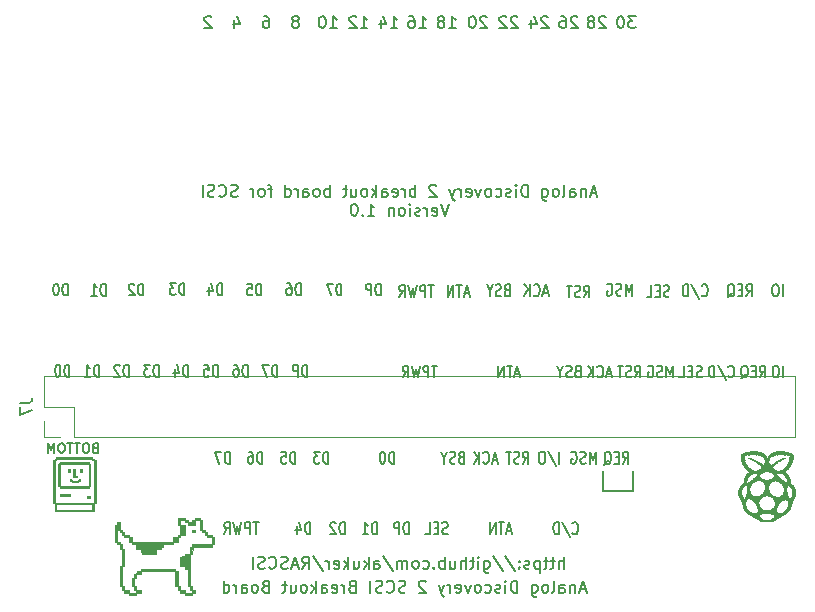
<source format=gbr>
%TF.GenerationSoftware,KiCad,Pcbnew,(5.99.0-9973-gfb99c55869)*%
%TF.CreationDate,2021-03-23T21:14:11-05:00*%
%TF.ProjectId,daisy_chain_board,64616973-795f-4636-9861-696e5f626f61,rev?*%
%TF.SameCoordinates,PX59d60c0PY325aa00*%
%TF.FileFunction,Legend,Bot*%
%TF.FilePolarity,Positive*%
%FSLAX46Y46*%
G04 Gerber Fmt 4.6, Leading zero omitted, Abs format (unit mm)*
G04 Created by KiCad (PCBNEW (5.99.0-9973-gfb99c55869)) date 2021-03-23 21:14:11*
%MOMM*%
%LPD*%
G01*
G04 APERTURE LIST*
%ADD10C,0.150000*%
%ADD11C,0.120000*%
%ADD12C,0.010000*%
G04 APERTURE END LIST*
D10*
X131043923Y4122420D02*
X130424876Y4122420D01*
X130758209Y3741467D01*
X130615352Y3741467D01*
X130520114Y3693848D01*
X130472495Y3646229D01*
X130424876Y3550991D01*
X130424876Y3312896D01*
X130472495Y3217658D01*
X130520114Y3170039D01*
X130615352Y3122420D01*
X130901066Y3122420D01*
X130996304Y3170039D01*
X131043923Y3217658D01*
X129805828Y4122420D02*
X129710590Y4122420D01*
X129615352Y4074800D01*
X129567733Y4027181D01*
X129520114Y3931943D01*
X129472495Y3741467D01*
X129472495Y3503372D01*
X129520114Y3312896D01*
X129567733Y3217658D01*
X129615352Y3170039D01*
X129710590Y3122420D01*
X129805828Y3122420D01*
X129901066Y3170039D01*
X129948685Y3217658D01*
X129996304Y3312896D01*
X130043923Y3503372D01*
X130043923Y3741467D01*
X129996304Y3931943D01*
X129948685Y4027181D01*
X129901066Y4074800D01*
X129805828Y4122420D01*
X128507104Y4027181D02*
X128459485Y4074800D01*
X128364247Y4122420D01*
X128126152Y4122420D01*
X128030914Y4074800D01*
X127983295Y4027181D01*
X127935676Y3931943D01*
X127935676Y3836705D01*
X127983295Y3693848D01*
X128554723Y3122420D01*
X127935676Y3122420D01*
X127364247Y3693848D02*
X127459485Y3741467D01*
X127507104Y3789086D01*
X127554723Y3884324D01*
X127554723Y3931943D01*
X127507104Y4027181D01*
X127459485Y4074800D01*
X127364247Y4122420D01*
X127173771Y4122420D01*
X127078533Y4074800D01*
X127030914Y4027181D01*
X126983295Y3931943D01*
X126983295Y3884324D01*
X127030914Y3789086D01*
X127078533Y3741467D01*
X127173771Y3693848D01*
X127364247Y3693848D01*
X127459485Y3646229D01*
X127507104Y3598610D01*
X127554723Y3503372D01*
X127554723Y3312896D01*
X127507104Y3217658D01*
X127459485Y3170039D01*
X127364247Y3122420D01*
X127173771Y3122420D01*
X127078533Y3170039D01*
X127030914Y3217658D01*
X126983295Y3312896D01*
X126983295Y3503372D01*
X127030914Y3598610D01*
X127078533Y3646229D01*
X127173771Y3693848D01*
X126119504Y4027181D02*
X126071885Y4074800D01*
X125976647Y4122420D01*
X125738552Y4122420D01*
X125643314Y4074800D01*
X125595695Y4027181D01*
X125548076Y3931943D01*
X125548076Y3836705D01*
X125595695Y3693848D01*
X126167123Y3122420D01*
X125548076Y3122420D01*
X124690933Y4122420D02*
X124881409Y4122420D01*
X124976647Y4074800D01*
X125024266Y4027181D01*
X125119504Y3884324D01*
X125167123Y3693848D01*
X125167123Y3312896D01*
X125119504Y3217658D01*
X125071885Y3170039D01*
X124976647Y3122420D01*
X124786171Y3122420D01*
X124690933Y3170039D01*
X124643314Y3217658D01*
X124595695Y3312896D01*
X124595695Y3550991D01*
X124643314Y3646229D01*
X124690933Y3693848D01*
X124786171Y3741467D01*
X124976647Y3741467D01*
X125071885Y3693848D01*
X125119504Y3646229D01*
X125167123Y3550991D01*
X123630304Y4027181D02*
X123582685Y4074800D01*
X123487447Y4122420D01*
X123249352Y4122420D01*
X123154114Y4074800D01*
X123106495Y4027181D01*
X123058876Y3931943D01*
X123058876Y3836705D01*
X123106495Y3693848D01*
X123677923Y3122420D01*
X123058876Y3122420D01*
X122201733Y3789086D02*
X122201733Y3122420D01*
X122439828Y4170039D02*
X122677923Y3455753D01*
X122058876Y3455753D01*
X121039504Y4027181D02*
X120991885Y4074800D01*
X120896647Y4122420D01*
X120658552Y4122420D01*
X120563314Y4074800D01*
X120515695Y4027181D01*
X120468076Y3931943D01*
X120468076Y3836705D01*
X120515695Y3693848D01*
X121087123Y3122420D01*
X120468076Y3122420D01*
X120087123Y4027181D02*
X120039504Y4074800D01*
X119944266Y4122420D01*
X119706171Y4122420D01*
X119610933Y4074800D01*
X119563314Y4027181D01*
X119515695Y3931943D01*
X119515695Y3836705D01*
X119563314Y3693848D01*
X120134742Y3122420D01*
X119515695Y3122420D01*
X118448704Y4027181D02*
X118401085Y4074800D01*
X118305847Y4122420D01*
X118067752Y4122420D01*
X117972514Y4074800D01*
X117924895Y4027181D01*
X117877276Y3931943D01*
X117877276Y3836705D01*
X117924895Y3693848D01*
X118496323Y3122420D01*
X117877276Y3122420D01*
X117258228Y4122420D02*
X117162990Y4122420D01*
X117067752Y4074800D01*
X117020133Y4027181D01*
X116972514Y3931943D01*
X116924895Y3741467D01*
X116924895Y3503372D01*
X116972514Y3312896D01*
X117020133Y3217658D01*
X117067752Y3170039D01*
X117162990Y3122420D01*
X117258228Y3122420D01*
X117353466Y3170039D01*
X117401085Y3217658D01*
X117448704Y3312896D01*
X117496323Y3503372D01*
X117496323Y3741467D01*
X117448704Y3931943D01*
X117401085Y4027181D01*
X117353466Y4074800D01*
X117258228Y4122420D01*
X115235676Y3122420D02*
X115807104Y3122420D01*
X115521390Y3122420D02*
X115521390Y4122420D01*
X115616628Y3979562D01*
X115711866Y3884324D01*
X115807104Y3836705D01*
X114664247Y3693848D02*
X114759485Y3741467D01*
X114807104Y3789086D01*
X114854723Y3884324D01*
X114854723Y3931943D01*
X114807104Y4027181D01*
X114759485Y4074800D01*
X114664247Y4122420D01*
X114473771Y4122420D01*
X114378533Y4074800D01*
X114330914Y4027181D01*
X114283295Y3931943D01*
X114283295Y3884324D01*
X114330914Y3789086D01*
X114378533Y3741467D01*
X114473771Y3693848D01*
X114664247Y3693848D01*
X114759485Y3646229D01*
X114807104Y3598610D01*
X114854723Y3503372D01*
X114854723Y3312896D01*
X114807104Y3217658D01*
X114759485Y3170039D01*
X114664247Y3122420D01*
X114473771Y3122420D01*
X114378533Y3170039D01*
X114330914Y3217658D01*
X114283295Y3312896D01*
X114283295Y3503372D01*
X114330914Y3598610D01*
X114378533Y3646229D01*
X114473771Y3693848D01*
X112746476Y3122420D02*
X113317904Y3122420D01*
X113032190Y3122420D02*
X113032190Y4122420D01*
X113127428Y3979562D01*
X113222666Y3884324D01*
X113317904Y3836705D01*
X111889333Y4122420D02*
X112079809Y4122420D01*
X112175047Y4074800D01*
X112222666Y4027181D01*
X112317904Y3884324D01*
X112365523Y3693848D01*
X112365523Y3312896D01*
X112317904Y3217658D01*
X112270285Y3170039D01*
X112175047Y3122420D01*
X111984571Y3122420D01*
X111889333Y3170039D01*
X111841714Y3217658D01*
X111794095Y3312896D01*
X111794095Y3550991D01*
X111841714Y3646229D01*
X111889333Y3693848D01*
X111984571Y3741467D01*
X112175047Y3741467D01*
X112270285Y3693848D01*
X112317904Y3646229D01*
X112365523Y3550991D01*
X110308076Y3122420D02*
X110879504Y3122420D01*
X110593790Y3122420D02*
X110593790Y4122420D01*
X110689028Y3979562D01*
X110784266Y3884324D01*
X110879504Y3836705D01*
X109450933Y3789086D02*
X109450933Y3122420D01*
X109689028Y4170039D02*
X109927123Y3455753D01*
X109308076Y3455753D01*
X107768076Y3122420D02*
X108339504Y3122420D01*
X108053790Y3122420D02*
X108053790Y4122420D01*
X108149028Y3979562D01*
X108244266Y3884324D01*
X108339504Y3836705D01*
X107387123Y4027181D02*
X107339504Y4074800D01*
X107244266Y4122420D01*
X107006171Y4122420D01*
X106910933Y4074800D01*
X106863314Y4027181D01*
X106815695Y3931943D01*
X106815695Y3836705D01*
X106863314Y3693848D01*
X107434742Y3122420D01*
X106815695Y3122420D01*
X105177276Y3122420D02*
X105748704Y3122420D01*
X105462990Y3122420D02*
X105462990Y4122420D01*
X105558228Y3979562D01*
X105653466Y3884324D01*
X105748704Y3836705D01*
X104558228Y4122420D02*
X104462990Y4122420D01*
X104367752Y4074800D01*
X104320133Y4027181D01*
X104272514Y3931943D01*
X104224895Y3741467D01*
X104224895Y3503372D01*
X104272514Y3312896D01*
X104320133Y3217658D01*
X104367752Y3170039D01*
X104462990Y3122420D01*
X104558228Y3122420D01*
X104653466Y3170039D01*
X104701085Y3217658D01*
X104748704Y3312896D01*
X104796323Y3503372D01*
X104796323Y3741467D01*
X104748704Y3931943D01*
X104701085Y4027181D01*
X104653466Y4074800D01*
X104558228Y4122420D01*
X102338838Y3693848D02*
X102434076Y3741467D01*
X102481695Y3789086D01*
X102529314Y3884324D01*
X102529314Y3931943D01*
X102481695Y4027181D01*
X102434076Y4074800D01*
X102338838Y4122420D01*
X102148361Y4122420D01*
X102053123Y4074800D01*
X102005504Y4027181D01*
X101957885Y3931943D01*
X101957885Y3884324D01*
X102005504Y3789086D01*
X102053123Y3741467D01*
X102148361Y3693848D01*
X102338838Y3693848D01*
X102434076Y3646229D01*
X102481695Y3598610D01*
X102529314Y3503372D01*
X102529314Y3312896D01*
X102481695Y3217658D01*
X102434076Y3170039D01*
X102338838Y3122420D01*
X102148361Y3122420D01*
X102053123Y3170039D01*
X102005504Y3217658D01*
X101957885Y3312896D01*
X101957885Y3503372D01*
X102005504Y3598610D01*
X102053123Y3646229D01*
X102148361Y3693848D01*
X99563923Y4122420D02*
X99754400Y4122420D01*
X99849638Y4074800D01*
X99897257Y4027181D01*
X99992495Y3884324D01*
X100040114Y3693848D01*
X100040114Y3312896D01*
X99992495Y3217658D01*
X99944876Y3170039D01*
X99849638Y3122420D01*
X99659161Y3122420D01*
X99563923Y3170039D01*
X99516304Y3217658D01*
X99468685Y3312896D01*
X99468685Y3550991D01*
X99516304Y3646229D01*
X99563923Y3693848D01*
X99659161Y3741467D01*
X99849638Y3741467D01*
X99944876Y3693848D01*
X99992495Y3646229D01*
X100040114Y3550991D01*
X97074723Y3789086D02*
X97074723Y3122420D01*
X97312819Y4170039D02*
X97550914Y3455753D01*
X96931866Y3455753D01*
X95112514Y4027181D02*
X95064895Y4074800D01*
X94969657Y4122420D01*
X94731561Y4122420D01*
X94636323Y4074800D01*
X94588704Y4027181D01*
X94541085Y3931943D01*
X94541085Y3836705D01*
X94588704Y3693848D01*
X95160133Y3122420D01*
X94541085Y3122420D01*
X127722476Y-10874466D02*
X127246285Y-10874466D01*
X127817714Y-11160180D02*
X127484380Y-10160180D01*
X127151047Y-11160180D01*
X126817714Y-10493514D02*
X126817714Y-11160180D01*
X126817714Y-10588752D02*
X126770095Y-10541133D01*
X126674857Y-10493514D01*
X126532000Y-10493514D01*
X126436761Y-10541133D01*
X126389142Y-10636371D01*
X126389142Y-11160180D01*
X125484380Y-11160180D02*
X125484380Y-10636371D01*
X125532000Y-10541133D01*
X125627238Y-10493514D01*
X125817714Y-10493514D01*
X125912952Y-10541133D01*
X125484380Y-11112561D02*
X125579619Y-11160180D01*
X125817714Y-11160180D01*
X125912952Y-11112561D01*
X125960571Y-11017323D01*
X125960571Y-10922085D01*
X125912952Y-10826847D01*
X125817714Y-10779228D01*
X125579619Y-10779228D01*
X125484380Y-10731609D01*
X124865333Y-11160180D02*
X124960571Y-11112561D01*
X125008190Y-11017323D01*
X125008190Y-10160180D01*
X124341523Y-11160180D02*
X124436761Y-11112561D01*
X124484380Y-11064942D01*
X124532000Y-10969704D01*
X124532000Y-10683990D01*
X124484380Y-10588752D01*
X124436761Y-10541133D01*
X124341523Y-10493514D01*
X124198666Y-10493514D01*
X124103428Y-10541133D01*
X124055809Y-10588752D01*
X124008190Y-10683990D01*
X124008190Y-10969704D01*
X124055809Y-11064942D01*
X124103428Y-11112561D01*
X124198666Y-11160180D01*
X124341523Y-11160180D01*
X123151047Y-10493514D02*
X123151047Y-11303038D01*
X123198666Y-11398276D01*
X123246285Y-11445895D01*
X123341523Y-11493514D01*
X123484380Y-11493514D01*
X123579619Y-11445895D01*
X123151047Y-11112561D02*
X123246285Y-11160180D01*
X123436761Y-11160180D01*
X123532000Y-11112561D01*
X123579619Y-11064942D01*
X123627238Y-10969704D01*
X123627238Y-10683990D01*
X123579619Y-10588752D01*
X123532000Y-10541133D01*
X123436761Y-10493514D01*
X123246285Y-10493514D01*
X123151047Y-10541133D01*
X121912952Y-11160180D02*
X121912952Y-10160180D01*
X121674857Y-10160180D01*
X121532000Y-10207800D01*
X121436761Y-10303038D01*
X121389142Y-10398276D01*
X121341523Y-10588752D01*
X121341523Y-10731609D01*
X121389142Y-10922085D01*
X121436761Y-11017323D01*
X121532000Y-11112561D01*
X121674857Y-11160180D01*
X121912952Y-11160180D01*
X120912952Y-11160180D02*
X120912952Y-10493514D01*
X120912952Y-10160180D02*
X120960571Y-10207800D01*
X120912952Y-10255419D01*
X120865333Y-10207800D01*
X120912952Y-10160180D01*
X120912952Y-10255419D01*
X120484380Y-11112561D02*
X120389142Y-11160180D01*
X120198666Y-11160180D01*
X120103428Y-11112561D01*
X120055809Y-11017323D01*
X120055809Y-10969704D01*
X120103428Y-10874466D01*
X120198666Y-10826847D01*
X120341523Y-10826847D01*
X120436761Y-10779228D01*
X120484380Y-10683990D01*
X120484380Y-10636371D01*
X120436761Y-10541133D01*
X120341523Y-10493514D01*
X120198666Y-10493514D01*
X120103428Y-10541133D01*
X119198666Y-11112561D02*
X119293904Y-11160180D01*
X119484380Y-11160180D01*
X119579619Y-11112561D01*
X119627238Y-11064942D01*
X119674857Y-10969704D01*
X119674857Y-10683990D01*
X119627238Y-10588752D01*
X119579619Y-10541133D01*
X119484380Y-10493514D01*
X119293904Y-10493514D01*
X119198666Y-10541133D01*
X118627238Y-11160180D02*
X118722476Y-11112561D01*
X118770095Y-11064942D01*
X118817714Y-10969704D01*
X118817714Y-10683990D01*
X118770095Y-10588752D01*
X118722476Y-10541133D01*
X118627238Y-10493514D01*
X118484380Y-10493514D01*
X118389142Y-10541133D01*
X118341523Y-10588752D01*
X118293904Y-10683990D01*
X118293904Y-10969704D01*
X118341523Y-11064942D01*
X118389142Y-11112561D01*
X118484380Y-11160180D01*
X118627238Y-11160180D01*
X117960571Y-10493514D02*
X117722476Y-11160180D01*
X117484380Y-10493514D01*
X116722476Y-11112561D02*
X116817714Y-11160180D01*
X117008190Y-11160180D01*
X117103428Y-11112561D01*
X117151047Y-11017323D01*
X117151047Y-10636371D01*
X117103428Y-10541133D01*
X117008190Y-10493514D01*
X116817714Y-10493514D01*
X116722476Y-10541133D01*
X116674857Y-10636371D01*
X116674857Y-10731609D01*
X117151047Y-10826847D01*
X116246285Y-11160180D02*
X116246285Y-10493514D01*
X116246285Y-10683990D02*
X116198666Y-10588752D01*
X116151047Y-10541133D01*
X116055809Y-10493514D01*
X115960571Y-10493514D01*
X115722476Y-10493514D02*
X115484380Y-11160180D01*
X115246285Y-10493514D02*
X115484380Y-11160180D01*
X115579619Y-11398276D01*
X115627238Y-11445895D01*
X115722476Y-11493514D01*
X114151047Y-10255419D02*
X114103428Y-10207800D01*
X114008190Y-10160180D01*
X113770095Y-10160180D01*
X113674857Y-10207800D01*
X113627238Y-10255419D01*
X113579619Y-10350657D01*
X113579619Y-10445895D01*
X113627238Y-10588752D01*
X114198666Y-11160180D01*
X113579619Y-11160180D01*
X112389142Y-11160180D02*
X112389142Y-10160180D01*
X112389142Y-10541133D02*
X112293904Y-10493514D01*
X112103428Y-10493514D01*
X112008190Y-10541133D01*
X111960571Y-10588752D01*
X111912952Y-10683990D01*
X111912952Y-10969704D01*
X111960571Y-11064942D01*
X112008190Y-11112561D01*
X112103428Y-11160180D01*
X112293904Y-11160180D01*
X112389142Y-11112561D01*
X111484380Y-11160180D02*
X111484380Y-10493514D01*
X111484380Y-10683990D02*
X111436761Y-10588752D01*
X111389142Y-10541133D01*
X111293904Y-10493514D01*
X111198666Y-10493514D01*
X110484380Y-11112561D02*
X110579619Y-11160180D01*
X110770095Y-11160180D01*
X110865333Y-11112561D01*
X110912952Y-11017323D01*
X110912952Y-10636371D01*
X110865333Y-10541133D01*
X110770095Y-10493514D01*
X110579619Y-10493514D01*
X110484380Y-10541133D01*
X110436761Y-10636371D01*
X110436761Y-10731609D01*
X110912952Y-10826847D01*
X109579619Y-11160180D02*
X109579619Y-10636371D01*
X109627238Y-10541133D01*
X109722476Y-10493514D01*
X109912952Y-10493514D01*
X110008190Y-10541133D01*
X109579619Y-11112561D02*
X109674857Y-11160180D01*
X109912952Y-11160180D01*
X110008190Y-11112561D01*
X110055809Y-11017323D01*
X110055809Y-10922085D01*
X110008190Y-10826847D01*
X109912952Y-10779228D01*
X109674857Y-10779228D01*
X109579619Y-10731609D01*
X109103428Y-11160180D02*
X109103428Y-10160180D01*
X109008190Y-10779228D02*
X108722476Y-11160180D01*
X108722476Y-10493514D02*
X109103428Y-10874466D01*
X108151047Y-11160180D02*
X108246285Y-11112561D01*
X108293904Y-11064942D01*
X108341523Y-10969704D01*
X108341523Y-10683990D01*
X108293904Y-10588752D01*
X108246285Y-10541133D01*
X108151047Y-10493514D01*
X108008190Y-10493514D01*
X107912952Y-10541133D01*
X107865333Y-10588752D01*
X107817714Y-10683990D01*
X107817714Y-10969704D01*
X107865333Y-11064942D01*
X107912952Y-11112561D01*
X108008190Y-11160180D01*
X108151047Y-11160180D01*
X106960571Y-10493514D02*
X106960571Y-11160180D01*
X107389142Y-10493514D02*
X107389142Y-11017323D01*
X107341523Y-11112561D01*
X107246285Y-11160180D01*
X107103428Y-11160180D01*
X107008190Y-11112561D01*
X106960571Y-11064942D01*
X106627238Y-10493514D02*
X106246285Y-10493514D01*
X106484380Y-10160180D02*
X106484380Y-11017323D01*
X106436761Y-11112561D01*
X106341523Y-11160180D01*
X106246285Y-11160180D01*
X105151047Y-11160180D02*
X105151047Y-10160180D01*
X105151047Y-10541133D02*
X105055809Y-10493514D01*
X104865333Y-10493514D01*
X104770095Y-10541133D01*
X104722476Y-10588752D01*
X104674857Y-10683990D01*
X104674857Y-10969704D01*
X104722476Y-11064942D01*
X104770095Y-11112561D01*
X104865333Y-11160180D01*
X105055809Y-11160180D01*
X105151047Y-11112561D01*
X104103428Y-11160180D02*
X104198666Y-11112561D01*
X104246285Y-11064942D01*
X104293904Y-10969704D01*
X104293904Y-10683990D01*
X104246285Y-10588752D01*
X104198666Y-10541133D01*
X104103428Y-10493514D01*
X103960571Y-10493514D01*
X103865333Y-10541133D01*
X103817714Y-10588752D01*
X103770095Y-10683990D01*
X103770095Y-10969704D01*
X103817714Y-11064942D01*
X103865333Y-11112561D01*
X103960571Y-11160180D01*
X104103428Y-11160180D01*
X102912952Y-11160180D02*
X102912952Y-10636371D01*
X102960571Y-10541133D01*
X103055809Y-10493514D01*
X103246285Y-10493514D01*
X103341523Y-10541133D01*
X102912952Y-11112561D02*
X103008190Y-11160180D01*
X103246285Y-11160180D01*
X103341523Y-11112561D01*
X103389142Y-11017323D01*
X103389142Y-10922085D01*
X103341523Y-10826847D01*
X103246285Y-10779228D01*
X103008190Y-10779228D01*
X102912952Y-10731609D01*
X102436761Y-11160180D02*
X102436761Y-10493514D01*
X102436761Y-10683990D02*
X102389142Y-10588752D01*
X102341523Y-10541133D01*
X102246285Y-10493514D01*
X102151047Y-10493514D01*
X101389142Y-11160180D02*
X101389142Y-10160180D01*
X101389142Y-11112561D02*
X101484380Y-11160180D01*
X101674857Y-11160180D01*
X101770095Y-11112561D01*
X101817714Y-11064942D01*
X101865333Y-10969704D01*
X101865333Y-10683990D01*
X101817714Y-10588752D01*
X101770095Y-10541133D01*
X101674857Y-10493514D01*
X101484380Y-10493514D01*
X101389142Y-10541133D01*
X100293904Y-10493514D02*
X99912952Y-10493514D01*
X100151047Y-11160180D02*
X100151047Y-10303038D01*
X100103428Y-10207800D01*
X100008190Y-10160180D01*
X99912952Y-10160180D01*
X99436761Y-11160180D02*
X99532000Y-11112561D01*
X99579619Y-11064942D01*
X99627238Y-10969704D01*
X99627238Y-10683990D01*
X99579619Y-10588752D01*
X99532000Y-10541133D01*
X99436761Y-10493514D01*
X99293904Y-10493514D01*
X99198666Y-10541133D01*
X99151047Y-10588752D01*
X99103428Y-10683990D01*
X99103428Y-10969704D01*
X99151047Y-11064942D01*
X99198666Y-11112561D01*
X99293904Y-11160180D01*
X99436761Y-11160180D01*
X98674857Y-11160180D02*
X98674857Y-10493514D01*
X98674857Y-10683990D02*
X98627238Y-10588752D01*
X98579619Y-10541133D01*
X98484380Y-10493514D01*
X98389142Y-10493514D01*
X97341523Y-11112561D02*
X97198666Y-11160180D01*
X96960571Y-11160180D01*
X96865333Y-11112561D01*
X96817714Y-11064942D01*
X96770095Y-10969704D01*
X96770095Y-10874466D01*
X96817714Y-10779228D01*
X96865333Y-10731609D01*
X96960571Y-10683990D01*
X97151047Y-10636371D01*
X97246285Y-10588752D01*
X97293904Y-10541133D01*
X97341523Y-10445895D01*
X97341523Y-10350657D01*
X97293904Y-10255419D01*
X97246285Y-10207800D01*
X97151047Y-10160180D01*
X96912952Y-10160180D01*
X96770095Y-10207800D01*
X95770095Y-11064942D02*
X95817714Y-11112561D01*
X95960571Y-11160180D01*
X96055809Y-11160180D01*
X96198666Y-11112561D01*
X96293904Y-11017323D01*
X96341523Y-10922085D01*
X96389142Y-10731609D01*
X96389142Y-10588752D01*
X96341523Y-10398276D01*
X96293904Y-10303038D01*
X96198666Y-10207800D01*
X96055809Y-10160180D01*
X95960571Y-10160180D01*
X95817714Y-10207800D01*
X95770095Y-10255419D01*
X95389142Y-11112561D02*
X95246285Y-11160180D01*
X95008190Y-11160180D01*
X94912952Y-11112561D01*
X94865333Y-11064942D01*
X94817714Y-10969704D01*
X94817714Y-10874466D01*
X94865333Y-10779228D01*
X94912952Y-10731609D01*
X95008190Y-10683990D01*
X95198666Y-10636371D01*
X95293904Y-10588752D01*
X95341523Y-10541133D01*
X95389142Y-10445895D01*
X95389142Y-10350657D01*
X95341523Y-10255419D01*
X95293904Y-10207800D01*
X95198666Y-10160180D01*
X94960571Y-10160180D01*
X94817714Y-10207800D01*
X94389142Y-11160180D02*
X94389142Y-10160180D01*
X115222476Y-11770180D02*
X114889142Y-12770180D01*
X114555809Y-11770180D01*
X113841523Y-12722561D02*
X113936761Y-12770180D01*
X114127238Y-12770180D01*
X114222476Y-12722561D01*
X114270095Y-12627323D01*
X114270095Y-12246371D01*
X114222476Y-12151133D01*
X114127238Y-12103514D01*
X113936761Y-12103514D01*
X113841523Y-12151133D01*
X113793904Y-12246371D01*
X113793904Y-12341609D01*
X114270095Y-12436847D01*
X113365333Y-12770180D02*
X113365333Y-12103514D01*
X113365333Y-12293990D02*
X113317714Y-12198752D01*
X113270095Y-12151133D01*
X113174857Y-12103514D01*
X113079619Y-12103514D01*
X112793904Y-12722561D02*
X112698666Y-12770180D01*
X112508190Y-12770180D01*
X112412952Y-12722561D01*
X112365333Y-12627323D01*
X112365333Y-12579704D01*
X112412952Y-12484466D01*
X112508190Y-12436847D01*
X112651047Y-12436847D01*
X112746285Y-12389228D01*
X112793904Y-12293990D01*
X112793904Y-12246371D01*
X112746285Y-12151133D01*
X112651047Y-12103514D01*
X112508190Y-12103514D01*
X112412952Y-12151133D01*
X111936761Y-12770180D02*
X111936761Y-12103514D01*
X111936761Y-11770180D02*
X111984380Y-11817800D01*
X111936761Y-11865419D01*
X111889142Y-11817800D01*
X111936761Y-11770180D01*
X111936761Y-11865419D01*
X111317714Y-12770180D02*
X111412952Y-12722561D01*
X111460571Y-12674942D01*
X111508190Y-12579704D01*
X111508190Y-12293990D01*
X111460571Y-12198752D01*
X111412952Y-12151133D01*
X111317714Y-12103514D01*
X111174857Y-12103514D01*
X111079619Y-12151133D01*
X111032000Y-12198752D01*
X110984380Y-12293990D01*
X110984380Y-12579704D01*
X111032000Y-12674942D01*
X111079619Y-12722561D01*
X111174857Y-12770180D01*
X111317714Y-12770180D01*
X110555809Y-12103514D02*
X110555809Y-12770180D01*
X110555809Y-12198752D02*
X110508190Y-12151133D01*
X110412952Y-12103514D01*
X110270095Y-12103514D01*
X110174857Y-12151133D01*
X110127238Y-12246371D01*
X110127238Y-12770180D01*
X108365333Y-12770180D02*
X108936761Y-12770180D01*
X108651047Y-12770180D02*
X108651047Y-11770180D01*
X108746285Y-11913038D01*
X108841523Y-12008276D01*
X108936761Y-12055895D01*
X107936761Y-12674942D02*
X107889142Y-12722561D01*
X107936761Y-12770180D01*
X107984380Y-12722561D01*
X107936761Y-12674942D01*
X107936761Y-12770180D01*
X107270095Y-11770180D02*
X107174857Y-11770180D01*
X107079619Y-11817800D01*
X107032000Y-11865419D01*
X106984380Y-11960657D01*
X106936761Y-12151133D01*
X106936761Y-12389228D01*
X106984380Y-12579704D01*
X107032000Y-12674942D01*
X107079619Y-12722561D01*
X107174857Y-12770180D01*
X107270095Y-12770180D01*
X107365333Y-12722561D01*
X107412952Y-12674942D01*
X107460571Y-12579704D01*
X107508190Y-12389228D01*
X107508190Y-12151133D01*
X107460571Y-11960657D01*
X107412952Y-11865419D01*
X107365333Y-11817800D01*
X107270095Y-11770180D01*
D11*
X144560000Y-31528000D02*
X83473000Y-31528000D01*
X128177000Y-34385500D02*
X128177000Y-36100000D01*
X128177000Y-36100000D02*
X130844000Y-36100000D01*
X128304000Y-34385500D02*
X128304000Y-35973000D01*
X128304000Y-35973000D02*
X130717000Y-35973000D01*
X128177000Y-36100000D02*
X130844000Y-36100000D01*
X130844000Y-36100000D02*
X130844000Y-34385500D01*
X128304000Y-35973000D02*
X130717000Y-35973000D01*
X130717000Y-35973000D02*
X130717000Y-34385500D01*
X80933000Y-31528000D02*
X82330000Y-31528000D01*
X80933000Y-28988000D02*
X80933000Y-26321000D01*
X83473000Y-31528000D02*
X83473000Y-28988000D01*
X144560000Y-26321000D02*
X144560000Y-31528000D01*
X83473000Y-28988000D02*
X80933000Y-28988000D01*
X80933000Y-30131000D02*
X80933000Y-31528000D01*
D10*
X124960666Y-42648380D02*
X124960666Y-41648380D01*
X124532095Y-42648380D02*
X124532095Y-42124571D01*
X124579714Y-42029333D01*
X124674952Y-41981714D01*
X124817809Y-41981714D01*
X124913047Y-42029333D01*
X124960666Y-42076952D01*
X124198761Y-41981714D02*
X123817809Y-41981714D01*
X124055904Y-41648380D02*
X124055904Y-42505523D01*
X124008285Y-42600761D01*
X123913047Y-42648380D01*
X123817809Y-42648380D01*
X123627333Y-41981714D02*
X123246380Y-41981714D01*
X123484476Y-41648380D02*
X123484476Y-42505523D01*
X123436857Y-42600761D01*
X123341619Y-42648380D01*
X123246380Y-42648380D01*
X122913047Y-41981714D02*
X122913047Y-42981714D01*
X122913047Y-42029333D02*
X122817809Y-41981714D01*
X122627333Y-41981714D01*
X122532095Y-42029333D01*
X122484476Y-42076952D01*
X122436857Y-42172190D01*
X122436857Y-42457904D01*
X122484476Y-42553142D01*
X122532095Y-42600761D01*
X122627333Y-42648380D01*
X122817809Y-42648380D01*
X122913047Y-42600761D01*
X122055904Y-42600761D02*
X121960666Y-42648380D01*
X121770190Y-42648380D01*
X121674952Y-42600761D01*
X121627333Y-42505523D01*
X121627333Y-42457904D01*
X121674952Y-42362666D01*
X121770190Y-42315047D01*
X121913047Y-42315047D01*
X122008285Y-42267428D01*
X122055904Y-42172190D01*
X122055904Y-42124571D01*
X122008285Y-42029333D01*
X121913047Y-41981714D01*
X121770190Y-41981714D01*
X121674952Y-42029333D01*
X121198761Y-42553142D02*
X121151142Y-42600761D01*
X121198761Y-42648380D01*
X121246380Y-42600761D01*
X121198761Y-42553142D01*
X121198761Y-42648380D01*
X121198761Y-42029333D02*
X121151142Y-42076952D01*
X121198761Y-42124571D01*
X121246380Y-42076952D01*
X121198761Y-42029333D01*
X121198761Y-42124571D01*
X120008285Y-41600761D02*
X120865428Y-42886476D01*
X118960666Y-41600761D02*
X119817809Y-42886476D01*
X118198761Y-41981714D02*
X118198761Y-42791238D01*
X118246380Y-42886476D01*
X118294000Y-42934095D01*
X118389238Y-42981714D01*
X118532095Y-42981714D01*
X118627333Y-42934095D01*
X118198761Y-42600761D02*
X118294000Y-42648380D01*
X118484476Y-42648380D01*
X118579714Y-42600761D01*
X118627333Y-42553142D01*
X118674952Y-42457904D01*
X118674952Y-42172190D01*
X118627333Y-42076952D01*
X118579714Y-42029333D01*
X118484476Y-41981714D01*
X118294000Y-41981714D01*
X118198761Y-42029333D01*
X117722571Y-42648380D02*
X117722571Y-41981714D01*
X117722571Y-41648380D02*
X117770190Y-41696000D01*
X117722571Y-41743619D01*
X117674952Y-41696000D01*
X117722571Y-41648380D01*
X117722571Y-41743619D01*
X117389238Y-41981714D02*
X117008285Y-41981714D01*
X117246380Y-41648380D02*
X117246380Y-42505523D01*
X117198761Y-42600761D01*
X117103523Y-42648380D01*
X117008285Y-42648380D01*
X116674952Y-42648380D02*
X116674952Y-41648380D01*
X116246380Y-42648380D02*
X116246380Y-42124571D01*
X116294000Y-42029333D01*
X116389238Y-41981714D01*
X116532095Y-41981714D01*
X116627333Y-42029333D01*
X116674952Y-42076952D01*
X115341619Y-41981714D02*
X115341619Y-42648380D01*
X115770190Y-41981714D02*
X115770190Y-42505523D01*
X115722571Y-42600761D01*
X115627333Y-42648380D01*
X115484476Y-42648380D01*
X115389238Y-42600761D01*
X115341619Y-42553142D01*
X114865428Y-42648380D02*
X114865428Y-41648380D01*
X114865428Y-42029333D02*
X114770190Y-41981714D01*
X114579714Y-41981714D01*
X114484476Y-42029333D01*
X114436857Y-42076952D01*
X114389238Y-42172190D01*
X114389238Y-42457904D01*
X114436857Y-42553142D01*
X114484476Y-42600761D01*
X114579714Y-42648380D01*
X114770190Y-42648380D01*
X114865428Y-42600761D01*
X113960666Y-42553142D02*
X113913047Y-42600761D01*
X113960666Y-42648380D01*
X114008285Y-42600761D01*
X113960666Y-42553142D01*
X113960666Y-42648380D01*
X113055904Y-42600761D02*
X113151142Y-42648380D01*
X113341619Y-42648380D01*
X113436857Y-42600761D01*
X113484476Y-42553142D01*
X113532095Y-42457904D01*
X113532095Y-42172190D01*
X113484476Y-42076952D01*
X113436857Y-42029333D01*
X113341619Y-41981714D01*
X113151142Y-41981714D01*
X113055904Y-42029333D01*
X112484476Y-42648380D02*
X112579714Y-42600761D01*
X112627333Y-42553142D01*
X112674952Y-42457904D01*
X112674952Y-42172190D01*
X112627333Y-42076952D01*
X112579714Y-42029333D01*
X112484476Y-41981714D01*
X112341619Y-41981714D01*
X112246380Y-42029333D01*
X112198761Y-42076952D01*
X112151142Y-42172190D01*
X112151142Y-42457904D01*
X112198761Y-42553142D01*
X112246380Y-42600761D01*
X112341619Y-42648380D01*
X112484476Y-42648380D01*
X111722571Y-42648380D02*
X111722571Y-41981714D01*
X111722571Y-42076952D02*
X111674952Y-42029333D01*
X111579714Y-41981714D01*
X111436857Y-41981714D01*
X111341619Y-42029333D01*
X111294000Y-42124571D01*
X111294000Y-42648380D01*
X111294000Y-42124571D02*
X111246380Y-42029333D01*
X111151142Y-41981714D01*
X111008285Y-41981714D01*
X110913047Y-42029333D01*
X110865428Y-42124571D01*
X110865428Y-42648380D01*
X109674952Y-41600761D02*
X110532095Y-42886476D01*
X108913047Y-42648380D02*
X108913047Y-42124571D01*
X108960666Y-42029333D01*
X109055904Y-41981714D01*
X109246380Y-41981714D01*
X109341619Y-42029333D01*
X108913047Y-42600761D02*
X109008285Y-42648380D01*
X109246380Y-42648380D01*
X109341619Y-42600761D01*
X109389238Y-42505523D01*
X109389238Y-42410285D01*
X109341619Y-42315047D01*
X109246380Y-42267428D01*
X109008285Y-42267428D01*
X108913047Y-42219809D01*
X108436857Y-42648380D02*
X108436857Y-41648380D01*
X108341619Y-42267428D02*
X108055904Y-42648380D01*
X108055904Y-41981714D02*
X108436857Y-42362666D01*
X107198761Y-41981714D02*
X107198761Y-42648380D01*
X107627333Y-41981714D02*
X107627333Y-42505523D01*
X107579714Y-42600761D01*
X107484476Y-42648380D01*
X107341619Y-42648380D01*
X107246380Y-42600761D01*
X107198761Y-42553142D01*
X106722571Y-42648380D02*
X106722571Y-41648380D01*
X106627333Y-42267428D02*
X106341619Y-42648380D01*
X106341619Y-41981714D02*
X106722571Y-42362666D01*
X105532095Y-42600761D02*
X105627333Y-42648380D01*
X105817809Y-42648380D01*
X105913047Y-42600761D01*
X105960666Y-42505523D01*
X105960666Y-42124571D01*
X105913047Y-42029333D01*
X105817809Y-41981714D01*
X105627333Y-41981714D01*
X105532095Y-42029333D01*
X105484476Y-42124571D01*
X105484476Y-42219809D01*
X105960666Y-42315047D01*
X105055904Y-42648380D02*
X105055904Y-41981714D01*
X105055904Y-42172190D02*
X105008285Y-42076952D01*
X104960666Y-42029333D01*
X104865428Y-41981714D01*
X104770190Y-41981714D01*
X103722571Y-41600761D02*
X104579714Y-42886476D01*
X102817809Y-42648380D02*
X103151142Y-42172190D01*
X103389238Y-42648380D02*
X103389238Y-41648380D01*
X103008285Y-41648380D01*
X102913047Y-41696000D01*
X102865428Y-41743619D01*
X102817809Y-41838857D01*
X102817809Y-41981714D01*
X102865428Y-42076952D01*
X102913047Y-42124571D01*
X103008285Y-42172190D01*
X103389238Y-42172190D01*
X102436857Y-42362666D02*
X101960666Y-42362666D01*
X102532095Y-42648380D02*
X102198761Y-41648380D01*
X101865428Y-42648380D01*
X101579714Y-42600761D02*
X101436857Y-42648380D01*
X101198761Y-42648380D01*
X101103523Y-42600761D01*
X101055904Y-42553142D01*
X101008285Y-42457904D01*
X101008285Y-42362666D01*
X101055904Y-42267428D01*
X101103523Y-42219809D01*
X101198761Y-42172190D01*
X101389238Y-42124571D01*
X101484476Y-42076952D01*
X101532095Y-42029333D01*
X101579714Y-41934095D01*
X101579714Y-41838857D01*
X101532095Y-41743619D01*
X101484476Y-41696000D01*
X101389238Y-41648380D01*
X101151142Y-41648380D01*
X101008285Y-41696000D01*
X100008285Y-42553142D02*
X100055904Y-42600761D01*
X100198761Y-42648380D01*
X100294000Y-42648380D01*
X100436857Y-42600761D01*
X100532095Y-42505523D01*
X100579714Y-42410285D01*
X100627333Y-42219809D01*
X100627333Y-42076952D01*
X100579714Y-41886476D01*
X100532095Y-41791238D01*
X100436857Y-41696000D01*
X100294000Y-41648380D01*
X100198761Y-41648380D01*
X100055904Y-41696000D01*
X100008285Y-41743619D01*
X99627333Y-42600761D02*
X99484476Y-42648380D01*
X99246380Y-42648380D01*
X99151142Y-42600761D01*
X99103523Y-42553142D01*
X99055904Y-42457904D01*
X99055904Y-42362666D01*
X99103523Y-42267428D01*
X99151142Y-42219809D01*
X99246380Y-42172190D01*
X99436857Y-42124571D01*
X99532095Y-42076952D01*
X99579714Y-42029333D01*
X99627333Y-41934095D01*
X99627333Y-41838857D01*
X99579714Y-41743619D01*
X99532095Y-41696000D01*
X99436857Y-41648380D01*
X99198761Y-41648380D01*
X99055904Y-41696000D01*
X98627333Y-42648380D02*
X98627333Y-41648380D01*
X85257119Y-32423357D02*
X85142833Y-32461452D01*
X85104738Y-32499547D01*
X85066642Y-32575738D01*
X85066642Y-32690023D01*
X85104738Y-32766214D01*
X85142833Y-32804309D01*
X85219023Y-32842404D01*
X85523785Y-32842404D01*
X85523785Y-32042404D01*
X85257119Y-32042404D01*
X85180928Y-32080500D01*
X85142833Y-32118595D01*
X85104738Y-32194785D01*
X85104738Y-32270976D01*
X85142833Y-32347166D01*
X85180928Y-32385261D01*
X85257119Y-32423357D01*
X85523785Y-32423357D01*
X84571404Y-32042404D02*
X84419023Y-32042404D01*
X84342833Y-32080500D01*
X84266642Y-32156690D01*
X84228547Y-32309071D01*
X84228547Y-32575738D01*
X84266642Y-32728119D01*
X84342833Y-32804309D01*
X84419023Y-32842404D01*
X84571404Y-32842404D01*
X84647595Y-32804309D01*
X84723785Y-32728119D01*
X84761880Y-32575738D01*
X84761880Y-32309071D01*
X84723785Y-32156690D01*
X84647595Y-32080500D01*
X84571404Y-32042404D01*
X83999976Y-32042404D02*
X83542833Y-32042404D01*
X83771404Y-32842404D02*
X83771404Y-32042404D01*
X83390452Y-32042404D02*
X82933309Y-32042404D01*
X83161880Y-32842404D02*
X83161880Y-32042404D01*
X82514261Y-32042404D02*
X82361880Y-32042404D01*
X82285690Y-32080500D01*
X82209500Y-32156690D01*
X82171404Y-32309071D01*
X82171404Y-32575738D01*
X82209500Y-32728119D01*
X82285690Y-32804309D01*
X82361880Y-32842404D01*
X82514261Y-32842404D01*
X82590452Y-32804309D01*
X82666642Y-32728119D01*
X82704738Y-32575738D01*
X82704738Y-32309071D01*
X82666642Y-32156690D01*
X82590452Y-32080500D01*
X82514261Y-32042404D01*
X81828547Y-32842404D02*
X81828547Y-32042404D01*
X81561880Y-32613833D01*
X81295214Y-32042404D01*
X81295214Y-32842404D01*
X116270666Y-33234571D02*
X116156380Y-33282190D01*
X116118285Y-33329809D01*
X116080190Y-33425047D01*
X116080190Y-33567904D01*
X116118285Y-33663142D01*
X116156380Y-33710761D01*
X116232571Y-33758380D01*
X116537333Y-33758380D01*
X116537333Y-32758380D01*
X116270666Y-32758380D01*
X116194476Y-32806000D01*
X116156380Y-32853619D01*
X116118285Y-32948857D01*
X116118285Y-33044095D01*
X116156380Y-33139333D01*
X116194476Y-33186952D01*
X116270666Y-33234571D01*
X116537333Y-33234571D01*
X115775428Y-33710761D02*
X115661142Y-33758380D01*
X115470666Y-33758380D01*
X115394476Y-33710761D01*
X115356380Y-33663142D01*
X115318285Y-33567904D01*
X115318285Y-33472666D01*
X115356380Y-33377428D01*
X115394476Y-33329809D01*
X115470666Y-33282190D01*
X115623047Y-33234571D01*
X115699238Y-33186952D01*
X115737333Y-33139333D01*
X115775428Y-33044095D01*
X115775428Y-32948857D01*
X115737333Y-32853619D01*
X115699238Y-32806000D01*
X115623047Y-32758380D01*
X115432571Y-32758380D01*
X115318285Y-32806000D01*
X114823047Y-33282190D02*
X114823047Y-33758380D01*
X115089714Y-32758380D02*
X114823047Y-33282190D01*
X114556380Y-32758380D01*
X127700619Y-33758380D02*
X127700619Y-32758380D01*
X127433952Y-33472666D01*
X127167285Y-32758380D01*
X127167285Y-33758380D01*
X126824428Y-33710761D02*
X126710142Y-33758380D01*
X126519666Y-33758380D01*
X126443476Y-33710761D01*
X126405380Y-33663142D01*
X126367285Y-33567904D01*
X126367285Y-33472666D01*
X126405380Y-33377428D01*
X126443476Y-33329809D01*
X126519666Y-33282190D01*
X126672047Y-33234571D01*
X126748238Y-33186952D01*
X126786333Y-33139333D01*
X126824428Y-33044095D01*
X126824428Y-32948857D01*
X126786333Y-32853619D01*
X126748238Y-32806000D01*
X126672047Y-32758380D01*
X126481571Y-32758380D01*
X126367285Y-32806000D01*
X125605380Y-32806000D02*
X125681571Y-32758380D01*
X125795857Y-32758380D01*
X125910142Y-32806000D01*
X125986333Y-32901238D01*
X126024428Y-32996476D01*
X126062523Y-33186952D01*
X126062523Y-33329809D01*
X126024428Y-33520285D01*
X125986333Y-33615523D01*
X125910142Y-33710761D01*
X125795857Y-33758380D01*
X125719666Y-33758380D01*
X125605380Y-33710761D01*
X125567285Y-33663142D01*
X125567285Y-33329809D01*
X125719666Y-33329809D01*
X119324976Y-33472666D02*
X118944023Y-33472666D01*
X119401166Y-33758380D02*
X119134500Y-32758380D01*
X118867833Y-33758380D01*
X118144023Y-33663142D02*
X118182119Y-33710761D01*
X118296404Y-33758380D01*
X118372595Y-33758380D01*
X118486880Y-33710761D01*
X118563071Y-33615523D01*
X118601166Y-33520285D01*
X118639261Y-33329809D01*
X118639261Y-33186952D01*
X118601166Y-32996476D01*
X118563071Y-32901238D01*
X118486880Y-32806000D01*
X118372595Y-32758380D01*
X118296404Y-32758380D01*
X118182119Y-32806000D01*
X118144023Y-32853619D01*
X117801166Y-33758380D02*
X117801166Y-32758380D01*
X117344023Y-33758380D02*
X117686880Y-33186952D01*
X117344023Y-32758380D02*
X117801166Y-33329809D01*
X120518785Y-39441666D02*
X120137833Y-39441666D01*
X120594976Y-39727380D02*
X120328309Y-38727380D01*
X120061642Y-39727380D01*
X119909261Y-38727380D02*
X119452119Y-38727380D01*
X119680690Y-39727380D02*
X119680690Y-38727380D01*
X119185452Y-39727380D02*
X119185452Y-38727380D01*
X118728309Y-39727380D01*
X118728309Y-38727380D01*
X124570095Y-33758380D02*
X124570095Y-32758380D01*
X123617714Y-32710761D02*
X124303428Y-33996476D01*
X123198666Y-32758380D02*
X123046285Y-32758380D01*
X122970095Y-32806000D01*
X122893904Y-32901238D01*
X122855809Y-33091714D01*
X122855809Y-33425047D01*
X122893904Y-33615523D01*
X122970095Y-33710761D01*
X123046285Y-33758380D01*
X123198666Y-33758380D01*
X123274857Y-33710761D01*
X123351047Y-33615523D01*
X123389142Y-33425047D01*
X123389142Y-33091714D01*
X123351047Y-32901238D01*
X123274857Y-32806000D01*
X123198666Y-32758380D01*
X129980333Y-33758380D02*
X130247000Y-33282190D01*
X130437476Y-33758380D02*
X130437476Y-32758380D01*
X130132714Y-32758380D01*
X130056523Y-32806000D01*
X130018428Y-32853619D01*
X129980333Y-32948857D01*
X129980333Y-33091714D01*
X130018428Y-33186952D01*
X130056523Y-33234571D01*
X130132714Y-33282190D01*
X130437476Y-33282190D01*
X129637476Y-33234571D02*
X129370809Y-33234571D01*
X129256523Y-33758380D02*
X129637476Y-33758380D01*
X129637476Y-32758380D01*
X129256523Y-32758380D01*
X128380333Y-33853619D02*
X128456523Y-33806000D01*
X128532714Y-33710761D01*
X128647000Y-33567904D01*
X128723190Y-33520285D01*
X128799380Y-33520285D01*
X128761285Y-33758380D02*
X128837476Y-33710761D01*
X128913666Y-33615523D01*
X128951761Y-33425047D01*
X128951761Y-33091714D01*
X128913666Y-32901238D01*
X128837476Y-32806000D01*
X128761285Y-32758380D01*
X128608904Y-32758380D01*
X128532714Y-32806000D01*
X128456523Y-32901238D01*
X128418428Y-33091714D01*
X128418428Y-33425047D01*
X128456523Y-33615523D01*
X128532714Y-33710761D01*
X128608904Y-33758380D01*
X128761285Y-33758380D01*
X125700428Y-39632142D02*
X125738523Y-39679761D01*
X125852809Y-39727380D01*
X125929000Y-39727380D01*
X126043285Y-39679761D01*
X126119476Y-39584523D01*
X126157571Y-39489285D01*
X126195666Y-39298809D01*
X126195666Y-39155952D01*
X126157571Y-38965476D01*
X126119476Y-38870238D01*
X126043285Y-38775000D01*
X125929000Y-38727380D01*
X125852809Y-38727380D01*
X125738523Y-38775000D01*
X125700428Y-38822619D01*
X124786142Y-38679761D02*
X125471857Y-39965476D01*
X124519476Y-39727380D02*
X124519476Y-38727380D01*
X124329000Y-38727380D01*
X124214714Y-38775000D01*
X124138523Y-38870238D01*
X124100428Y-38965476D01*
X124062333Y-39155952D01*
X124062333Y-39298809D01*
X124100428Y-39489285D01*
X124138523Y-39584523D01*
X124214714Y-39679761D01*
X124329000Y-39727380D01*
X124519476Y-39727380D01*
X110606476Y-33758380D02*
X110606476Y-32758380D01*
X110416000Y-32758380D01*
X110301714Y-32806000D01*
X110225523Y-32901238D01*
X110187428Y-32996476D01*
X110149333Y-33186952D01*
X110149333Y-33329809D01*
X110187428Y-33520285D01*
X110225523Y-33615523D01*
X110301714Y-33710761D01*
X110416000Y-33758380D01*
X110606476Y-33758380D01*
X109654095Y-32758380D02*
X109577904Y-32758380D01*
X109501714Y-32806000D01*
X109463619Y-32853619D01*
X109425523Y-32948857D01*
X109387428Y-33139333D01*
X109387428Y-33377428D01*
X109425523Y-33567904D01*
X109463619Y-33663142D01*
X109501714Y-33710761D01*
X109577904Y-33758380D01*
X109654095Y-33758380D01*
X109730285Y-33710761D01*
X109768380Y-33663142D01*
X109806476Y-33567904D01*
X109844571Y-33377428D01*
X109844571Y-33139333D01*
X109806476Y-32948857D01*
X109768380Y-32853619D01*
X109730285Y-32806000D01*
X109654095Y-32758380D01*
X106415476Y-39727380D02*
X106415476Y-38727380D01*
X106225000Y-38727380D01*
X106110714Y-38775000D01*
X106034523Y-38870238D01*
X105996428Y-38965476D01*
X105958333Y-39155952D01*
X105958333Y-39298809D01*
X105996428Y-39489285D01*
X106034523Y-39584523D01*
X106110714Y-39679761D01*
X106225000Y-39727380D01*
X106415476Y-39727380D01*
X105653571Y-38822619D02*
X105615476Y-38775000D01*
X105539285Y-38727380D01*
X105348809Y-38727380D01*
X105272619Y-38775000D01*
X105234523Y-38822619D01*
X105196428Y-38917857D01*
X105196428Y-39013095D01*
X105234523Y-39155952D01*
X105691666Y-39727380D01*
X105196428Y-39727380D01*
X99119214Y-38727380D02*
X98662071Y-38727380D01*
X98890642Y-39727380D02*
X98890642Y-38727380D01*
X98395404Y-39727380D02*
X98395404Y-38727380D01*
X98090642Y-38727380D01*
X98014452Y-38775000D01*
X97976357Y-38822619D01*
X97938261Y-38917857D01*
X97938261Y-39060714D01*
X97976357Y-39155952D01*
X98014452Y-39203571D01*
X98090642Y-39251190D01*
X98395404Y-39251190D01*
X97671595Y-38727380D02*
X97481119Y-39727380D01*
X97328738Y-39013095D01*
X97176357Y-39727380D01*
X96985880Y-38727380D01*
X96223976Y-39727380D02*
X96490642Y-39251190D01*
X96681119Y-39727380D02*
X96681119Y-38727380D01*
X96376357Y-38727380D01*
X96300166Y-38775000D01*
X96262071Y-38822619D01*
X96223976Y-38917857D01*
X96223976Y-39060714D01*
X96262071Y-39155952D01*
X96300166Y-39203571D01*
X96376357Y-39251190D01*
X96681119Y-39251190D01*
X96699976Y-33758380D02*
X96699976Y-32758380D01*
X96509500Y-32758380D01*
X96395214Y-32806000D01*
X96319023Y-32901238D01*
X96280928Y-32996476D01*
X96242833Y-33186952D01*
X96242833Y-33329809D01*
X96280928Y-33520285D01*
X96319023Y-33615523D01*
X96395214Y-33710761D01*
X96509500Y-33758380D01*
X96699976Y-33758380D01*
X95976166Y-32758380D02*
X95442833Y-32758380D01*
X95785690Y-33758380D01*
X102224476Y-33758380D02*
X102224476Y-32758380D01*
X102034000Y-32758380D01*
X101919714Y-32806000D01*
X101843523Y-32901238D01*
X101805428Y-32996476D01*
X101767333Y-33186952D01*
X101767333Y-33329809D01*
X101805428Y-33520285D01*
X101843523Y-33615523D01*
X101919714Y-33710761D01*
X102034000Y-33758380D01*
X102224476Y-33758380D01*
X101043523Y-32758380D02*
X101424476Y-32758380D01*
X101462571Y-33234571D01*
X101424476Y-33186952D01*
X101348285Y-33139333D01*
X101157809Y-33139333D01*
X101081619Y-33186952D01*
X101043523Y-33234571D01*
X101005428Y-33329809D01*
X101005428Y-33567904D01*
X101043523Y-33663142D01*
X101081619Y-33710761D01*
X101157809Y-33758380D01*
X101348285Y-33758380D01*
X101424476Y-33710761D01*
X101462571Y-33663142D01*
X109145976Y-39727380D02*
X109145976Y-38727380D01*
X108955500Y-38727380D01*
X108841214Y-38775000D01*
X108765023Y-38870238D01*
X108726928Y-38965476D01*
X108688833Y-39155952D01*
X108688833Y-39298809D01*
X108726928Y-39489285D01*
X108765023Y-39584523D01*
X108841214Y-39679761D01*
X108955500Y-39727380D01*
X109145976Y-39727380D01*
X107926928Y-39727380D02*
X108384071Y-39727380D01*
X108155500Y-39727380D02*
X108155500Y-38727380D01*
X108231690Y-38870238D01*
X108307880Y-38965476D01*
X108384071Y-39013095D01*
X99430476Y-33758380D02*
X99430476Y-32758380D01*
X99240000Y-32758380D01*
X99125714Y-32806000D01*
X99049523Y-32901238D01*
X99011428Y-32996476D01*
X98973333Y-33186952D01*
X98973333Y-33329809D01*
X99011428Y-33520285D01*
X99049523Y-33615523D01*
X99125714Y-33710761D01*
X99240000Y-33758380D01*
X99430476Y-33758380D01*
X98287619Y-32758380D02*
X98440000Y-32758380D01*
X98516190Y-32806000D01*
X98554285Y-32853619D01*
X98630476Y-32996476D01*
X98668571Y-33186952D01*
X98668571Y-33567904D01*
X98630476Y-33663142D01*
X98592380Y-33710761D01*
X98516190Y-33758380D01*
X98363809Y-33758380D01*
X98287619Y-33710761D01*
X98249523Y-33663142D01*
X98211428Y-33567904D01*
X98211428Y-33329809D01*
X98249523Y-33234571D01*
X98287619Y-33186952D01*
X98363809Y-33139333D01*
X98516190Y-33139333D01*
X98592380Y-33186952D01*
X98630476Y-33234571D01*
X98668571Y-33329809D01*
X115121285Y-39679761D02*
X115007000Y-39727380D01*
X114816523Y-39727380D01*
X114740333Y-39679761D01*
X114702238Y-39632142D01*
X114664142Y-39536904D01*
X114664142Y-39441666D01*
X114702238Y-39346428D01*
X114740333Y-39298809D01*
X114816523Y-39251190D01*
X114968904Y-39203571D01*
X115045095Y-39155952D01*
X115083190Y-39108333D01*
X115121285Y-39013095D01*
X115121285Y-38917857D01*
X115083190Y-38822619D01*
X115045095Y-38775000D01*
X114968904Y-38727380D01*
X114778428Y-38727380D01*
X114664142Y-38775000D01*
X114321285Y-39203571D02*
X114054619Y-39203571D01*
X113940333Y-39727380D02*
X114321285Y-39727380D01*
X114321285Y-38727380D01*
X113940333Y-38727380D01*
X113216523Y-39727380D02*
X113597476Y-39727380D01*
X113597476Y-38727380D01*
X103494476Y-39727380D02*
X103494476Y-38727380D01*
X103304000Y-38727380D01*
X103189714Y-38775000D01*
X103113523Y-38870238D01*
X103075428Y-38965476D01*
X103037333Y-39155952D01*
X103037333Y-39298809D01*
X103075428Y-39489285D01*
X103113523Y-39584523D01*
X103189714Y-39679761D01*
X103304000Y-39727380D01*
X103494476Y-39727380D01*
X102351619Y-39060714D02*
X102351619Y-39727380D01*
X102542095Y-38679761D02*
X102732571Y-39394047D01*
X102237333Y-39394047D01*
X111832023Y-39727380D02*
X111832023Y-38727380D01*
X111641547Y-38727380D01*
X111527261Y-38775000D01*
X111451071Y-38870238D01*
X111412976Y-38965476D01*
X111374880Y-39155952D01*
X111374880Y-39298809D01*
X111412976Y-39489285D01*
X111451071Y-39584523D01*
X111527261Y-39679761D01*
X111641547Y-39727380D01*
X111832023Y-39727380D01*
X111032023Y-39727380D02*
X111032023Y-38727380D01*
X110727261Y-38727380D01*
X110651071Y-38775000D01*
X110612976Y-38822619D01*
X110574880Y-38917857D01*
X110574880Y-39060714D01*
X110612976Y-39155952D01*
X110651071Y-39203571D01*
X110727261Y-39251190D01*
X111032023Y-39251190D01*
X121503095Y-33758380D02*
X121769761Y-33282190D01*
X121960238Y-33758380D02*
X121960238Y-32758380D01*
X121655476Y-32758380D01*
X121579285Y-32806000D01*
X121541190Y-32853619D01*
X121503095Y-32948857D01*
X121503095Y-33091714D01*
X121541190Y-33186952D01*
X121579285Y-33234571D01*
X121655476Y-33282190D01*
X121960238Y-33282190D01*
X121198333Y-33710761D02*
X121084047Y-33758380D01*
X120893571Y-33758380D01*
X120817380Y-33710761D01*
X120779285Y-33663142D01*
X120741190Y-33567904D01*
X120741190Y-33472666D01*
X120779285Y-33377428D01*
X120817380Y-33329809D01*
X120893571Y-33282190D01*
X121045952Y-33234571D01*
X121122142Y-33186952D01*
X121160238Y-33139333D01*
X121198333Y-33044095D01*
X121198333Y-32948857D01*
X121160238Y-32853619D01*
X121122142Y-32806000D01*
X121045952Y-32758380D01*
X120855476Y-32758380D01*
X120741190Y-32806000D01*
X120512619Y-32758380D02*
X120055476Y-32758380D01*
X120284047Y-33758380D02*
X120284047Y-32758380D01*
X105018476Y-33758380D02*
X105018476Y-32758380D01*
X104828000Y-32758380D01*
X104713714Y-32806000D01*
X104637523Y-32901238D01*
X104599428Y-32996476D01*
X104561333Y-33186952D01*
X104561333Y-33329809D01*
X104599428Y-33520285D01*
X104637523Y-33615523D01*
X104713714Y-33710761D01*
X104828000Y-33758380D01*
X105018476Y-33758380D01*
X104294666Y-32758380D02*
X103799428Y-32758380D01*
X104066095Y-33139333D01*
X103951809Y-33139333D01*
X103875619Y-33186952D01*
X103837523Y-33234571D01*
X103799428Y-33329809D01*
X103799428Y-33567904D01*
X103837523Y-33663142D01*
X103875619Y-33710761D01*
X103951809Y-33758380D01*
X104180380Y-33758380D01*
X104256571Y-33710761D01*
X104294666Y-33663142D01*
X103259523Y-26392380D02*
X103259523Y-25392380D01*
X103069047Y-25392380D01*
X102954761Y-25440000D01*
X102878571Y-25535238D01*
X102840476Y-25630476D01*
X102802380Y-25820952D01*
X102802380Y-25963809D01*
X102840476Y-26154285D01*
X102878571Y-26249523D01*
X102954761Y-26344761D01*
X103069047Y-26392380D01*
X103259523Y-26392380D01*
X102459523Y-26392380D02*
X102459523Y-25392380D01*
X102154761Y-25392380D01*
X102078571Y-25440000D01*
X102040476Y-25487619D01*
X102002380Y-25582857D01*
X102002380Y-25725714D01*
X102040476Y-25820952D01*
X102078571Y-25868571D01*
X102154761Y-25916190D01*
X102459523Y-25916190D01*
X138893876Y-26360642D02*
X138931971Y-26408261D01*
X139046257Y-26455880D01*
X139122448Y-26455880D01*
X139236733Y-26408261D01*
X139312924Y-26313023D01*
X139351019Y-26217785D01*
X139389114Y-26027309D01*
X139389114Y-25884452D01*
X139351019Y-25693976D01*
X139312924Y-25598738D01*
X139236733Y-25503500D01*
X139122448Y-25455880D01*
X139046257Y-25455880D01*
X138931971Y-25503500D01*
X138893876Y-25551119D01*
X137979590Y-25408261D02*
X138665305Y-26693976D01*
X137712924Y-26455880D02*
X137712924Y-25455880D01*
X137522448Y-25455880D01*
X137408162Y-25503500D01*
X137331971Y-25598738D01*
X137293876Y-25693976D01*
X137255781Y-25884452D01*
X137255781Y-26027309D01*
X137293876Y-26217785D01*
X137331971Y-26313023D01*
X137408162Y-26408261D01*
X137522448Y-26455880D01*
X137712924Y-26455880D01*
X121217285Y-26170166D02*
X120836333Y-26170166D01*
X121293476Y-26455880D02*
X121026809Y-25455880D01*
X120760142Y-26455880D01*
X120607761Y-25455880D02*
X120150619Y-25455880D01*
X120379190Y-26455880D02*
X120379190Y-25455880D01*
X119883952Y-26455880D02*
X119883952Y-25455880D01*
X119426809Y-26455880D01*
X119426809Y-25455880D01*
X128996928Y-26170166D02*
X128615975Y-26170166D01*
X129073118Y-26455880D02*
X128806452Y-25455880D01*
X128539785Y-26455880D01*
X127815975Y-26360642D02*
X127854071Y-26408261D01*
X127968356Y-26455880D01*
X128044547Y-26455880D01*
X128158832Y-26408261D01*
X128235023Y-26313023D01*
X128273118Y-26217785D01*
X128311213Y-26027309D01*
X128311213Y-25884452D01*
X128273118Y-25693976D01*
X128235023Y-25598738D01*
X128158832Y-25503500D01*
X128044547Y-25455880D01*
X127968356Y-25455880D01*
X127854071Y-25503500D01*
X127815975Y-25551119D01*
X127473118Y-26455880D02*
X127473118Y-25455880D01*
X127015975Y-26455880D02*
X127358832Y-25884452D01*
X127015975Y-25455880D02*
X127473118Y-26027309D01*
X93166200Y-26392380D02*
X93166200Y-25392380D01*
X92975724Y-25392380D01*
X92861438Y-25440000D01*
X92785247Y-25535238D01*
X92747152Y-25630476D01*
X92709057Y-25820952D01*
X92709057Y-25963809D01*
X92747152Y-26154285D01*
X92785247Y-26249523D01*
X92861438Y-26344761D01*
X92975724Y-26392380D01*
X93166200Y-26392380D01*
X92023343Y-25725714D02*
X92023343Y-26392380D01*
X92213819Y-25344761D02*
X92404295Y-26059047D01*
X91909057Y-26059047D01*
X100707618Y-26392380D02*
X100707618Y-25392380D01*
X100517142Y-25392380D01*
X100402856Y-25440000D01*
X100326665Y-25535238D01*
X100288570Y-25630476D01*
X100250475Y-25820952D01*
X100250475Y-25963809D01*
X100288570Y-26154285D01*
X100326665Y-26249523D01*
X100402856Y-26344761D01*
X100517142Y-26392380D01*
X100707618Y-26392380D01*
X99983808Y-25392380D02*
X99450475Y-25392380D01*
X99793332Y-26392380D01*
X90652394Y-26392380D02*
X90652394Y-25392380D01*
X90461918Y-25392380D01*
X90347632Y-25440000D01*
X90271441Y-25535238D01*
X90233346Y-25630476D01*
X90195251Y-25820952D01*
X90195251Y-25963809D01*
X90233346Y-26154285D01*
X90271441Y-26249523D01*
X90347632Y-26344761D01*
X90461918Y-26392380D01*
X90652394Y-26392380D01*
X89928584Y-25392380D02*
X89433346Y-25392380D01*
X89700013Y-25773333D01*
X89585727Y-25773333D01*
X89509537Y-25820952D01*
X89471441Y-25868571D01*
X89433346Y-25963809D01*
X89433346Y-26201904D01*
X89471441Y-26297142D01*
X89509537Y-26344761D01*
X89585727Y-26392380D01*
X89814298Y-26392380D01*
X89890489Y-26344761D01*
X89928584Y-26297142D01*
X114232214Y-25455880D02*
X113775071Y-25455880D01*
X114003642Y-26455880D02*
X114003642Y-25455880D01*
X113508404Y-26455880D02*
X113508404Y-25455880D01*
X113203642Y-25455880D01*
X113127452Y-25503500D01*
X113089357Y-25551119D01*
X113051261Y-25646357D01*
X113051261Y-25789214D01*
X113089357Y-25884452D01*
X113127452Y-25932071D01*
X113203642Y-25979690D01*
X113508404Y-25979690D01*
X112784595Y-25455880D02*
X112594119Y-26455880D01*
X112441738Y-25741595D01*
X112289357Y-26455880D01*
X112098880Y-25455880D01*
X111336976Y-26455880D02*
X111603642Y-25979690D01*
X111794119Y-26455880D02*
X111794119Y-25455880D01*
X111489357Y-25455880D01*
X111413166Y-25503500D01*
X111375071Y-25551119D01*
X111336976Y-25646357D01*
X111336976Y-25789214D01*
X111375071Y-25884452D01*
X111413166Y-25932071D01*
X111489357Y-25979690D01*
X111794119Y-25979690D01*
X134193022Y-26455880D02*
X134193022Y-25455880D01*
X133926355Y-26170166D01*
X133659688Y-25455880D01*
X133659688Y-26455880D01*
X133316831Y-26408261D02*
X133202545Y-26455880D01*
X133012069Y-26455880D01*
X132935879Y-26408261D01*
X132897783Y-26360642D01*
X132859688Y-26265404D01*
X132859688Y-26170166D01*
X132897783Y-26074928D01*
X132935879Y-26027309D01*
X133012069Y-25979690D01*
X133164450Y-25932071D01*
X133240641Y-25884452D01*
X133278736Y-25836833D01*
X133316831Y-25741595D01*
X133316831Y-25646357D01*
X133278736Y-25551119D01*
X133240641Y-25503500D01*
X133164450Y-25455880D01*
X132973974Y-25455880D01*
X132859688Y-25503500D01*
X132097783Y-25503500D02*
X132173974Y-25455880D01*
X132288260Y-25455880D01*
X132402545Y-25503500D01*
X132478736Y-25598738D01*
X132516831Y-25693976D01*
X132554926Y-25884452D01*
X132554926Y-26027309D01*
X132516831Y-26217785D01*
X132478736Y-26313023D01*
X132402545Y-26408261D01*
X132288260Y-26455880D01*
X132212069Y-26455880D01*
X132097783Y-26408261D01*
X132059688Y-26360642D01*
X132059688Y-26027309D01*
X132212069Y-26027309D01*
X85624782Y-26392380D02*
X85624782Y-25392380D01*
X85434306Y-25392380D01*
X85320020Y-25440000D01*
X85243829Y-25535238D01*
X85205734Y-25630476D01*
X85167639Y-25820952D01*
X85167639Y-25963809D01*
X85205734Y-26154285D01*
X85243829Y-26249523D01*
X85320020Y-26344761D01*
X85434306Y-26392380D01*
X85624782Y-26392380D01*
X84405734Y-26392380D02*
X84862877Y-26392380D01*
X84634306Y-26392380D02*
X84634306Y-25392380D01*
X84710496Y-25535238D01*
X84786686Y-25630476D01*
X84862877Y-25678095D01*
X130966403Y-26455880D02*
X131233069Y-25979690D01*
X131423546Y-26455880D02*
X131423546Y-25455880D01*
X131118784Y-25455880D01*
X131042593Y-25503500D01*
X131004498Y-25551119D01*
X130966403Y-25646357D01*
X130966403Y-25789214D01*
X131004498Y-25884452D01*
X131042593Y-25932071D01*
X131118784Y-25979690D01*
X131423546Y-25979690D01*
X130661641Y-26408261D02*
X130547355Y-26455880D01*
X130356879Y-26455880D01*
X130280688Y-26408261D01*
X130242593Y-26360642D01*
X130204498Y-26265404D01*
X130204498Y-26170166D01*
X130242593Y-26074928D01*
X130280688Y-26027309D01*
X130356879Y-25979690D01*
X130509260Y-25932071D01*
X130585450Y-25884452D01*
X130623546Y-25836833D01*
X130661641Y-25741595D01*
X130661641Y-25646357D01*
X130623546Y-25551119D01*
X130585450Y-25503500D01*
X130509260Y-25455880D01*
X130318784Y-25455880D01*
X130204498Y-25503500D01*
X129975927Y-25455880D02*
X129518784Y-25455880D01*
X129747355Y-26455880D02*
X129747355Y-25455880D01*
X143518547Y-26455880D02*
X143518547Y-25455880D01*
X142985214Y-25455880D02*
X142832833Y-25455880D01*
X142756642Y-25503500D01*
X142680452Y-25598738D01*
X142642357Y-25789214D01*
X142642357Y-26122547D01*
X142680452Y-26313023D01*
X142756642Y-26408261D01*
X142832833Y-26455880D01*
X142985214Y-26455880D01*
X143061404Y-26408261D01*
X143137595Y-26313023D01*
X143175690Y-26122547D01*
X143175690Y-25789214D01*
X143137595Y-25598738D01*
X143061404Y-25503500D01*
X142985214Y-25455880D01*
X141549066Y-26455880D02*
X141815733Y-25979690D01*
X142006209Y-26455880D02*
X142006209Y-25455880D01*
X141701447Y-25455880D01*
X141625256Y-25503500D01*
X141587161Y-25551119D01*
X141549066Y-25646357D01*
X141549066Y-25789214D01*
X141587161Y-25884452D01*
X141625256Y-25932071D01*
X141701447Y-25979690D01*
X142006209Y-25979690D01*
X141206209Y-25932071D02*
X140939542Y-25932071D01*
X140825256Y-26455880D02*
X141206209Y-26455880D01*
X141206209Y-25455880D01*
X140825256Y-25455880D01*
X139949066Y-26551119D02*
X140025256Y-26503500D01*
X140101447Y-26408261D01*
X140215733Y-26265404D01*
X140291923Y-26217785D01*
X140368113Y-26217785D01*
X140330018Y-26455880D02*
X140406209Y-26408261D01*
X140482399Y-26313023D01*
X140520494Y-26122547D01*
X140520494Y-25789214D01*
X140482399Y-25598738D01*
X140406209Y-25503500D01*
X140330018Y-25455880D01*
X140177637Y-25455880D01*
X140101447Y-25503500D01*
X140025256Y-25598738D01*
X139987161Y-25789214D01*
X139987161Y-26122547D01*
X140025256Y-26313023D01*
X140101447Y-26408261D01*
X140177637Y-26455880D01*
X140330018Y-26455880D01*
X136657734Y-26408261D02*
X136543449Y-26455880D01*
X136352972Y-26455880D01*
X136276782Y-26408261D01*
X136238687Y-26360642D01*
X136200591Y-26265404D01*
X136200591Y-26170166D01*
X136238687Y-26074928D01*
X136276782Y-26027309D01*
X136352972Y-25979690D01*
X136505353Y-25932071D01*
X136581544Y-25884452D01*
X136619639Y-25836833D01*
X136657734Y-25741595D01*
X136657734Y-25646357D01*
X136619639Y-25551119D01*
X136581544Y-25503500D01*
X136505353Y-25455880D01*
X136314877Y-25455880D01*
X136200591Y-25503500D01*
X135857734Y-25932071D02*
X135591068Y-25932071D01*
X135476782Y-26455880D02*
X135857734Y-26455880D01*
X135857734Y-25455880D01*
X135476782Y-25455880D01*
X134752972Y-26455880D02*
X135133925Y-26455880D01*
X135133925Y-25455880D01*
X126113166Y-25932071D02*
X125998880Y-25979690D01*
X125960785Y-26027309D01*
X125922690Y-26122547D01*
X125922690Y-26265404D01*
X125960785Y-26360642D01*
X125998880Y-26408261D01*
X126075071Y-26455880D01*
X126379833Y-26455880D01*
X126379833Y-25455880D01*
X126113166Y-25455880D01*
X126036976Y-25503500D01*
X125998880Y-25551119D01*
X125960785Y-25646357D01*
X125960785Y-25741595D01*
X125998880Y-25836833D01*
X126036976Y-25884452D01*
X126113166Y-25932071D01*
X126379833Y-25932071D01*
X125617928Y-26408261D02*
X125503642Y-26455880D01*
X125313166Y-26455880D01*
X125236976Y-26408261D01*
X125198880Y-26360642D01*
X125160785Y-26265404D01*
X125160785Y-26170166D01*
X125198880Y-26074928D01*
X125236976Y-26027309D01*
X125313166Y-25979690D01*
X125465547Y-25932071D01*
X125541738Y-25884452D01*
X125579833Y-25836833D01*
X125617928Y-25741595D01*
X125617928Y-25646357D01*
X125579833Y-25551119D01*
X125541738Y-25503500D01*
X125465547Y-25455880D01*
X125275071Y-25455880D01*
X125160785Y-25503500D01*
X124665547Y-25979690D02*
X124665547Y-26455880D01*
X124932214Y-25455880D02*
X124665547Y-25979690D01*
X124398880Y-25455880D01*
X98193812Y-26392380D02*
X98193812Y-25392380D01*
X98003336Y-25392380D01*
X97889050Y-25440000D01*
X97812859Y-25535238D01*
X97774764Y-25630476D01*
X97736669Y-25820952D01*
X97736669Y-25963809D01*
X97774764Y-26154285D01*
X97812859Y-26249523D01*
X97889050Y-26344761D01*
X98003336Y-26392380D01*
X98193812Y-26392380D01*
X97050955Y-25392380D02*
X97203336Y-25392380D01*
X97279526Y-25440000D01*
X97317621Y-25487619D01*
X97393812Y-25630476D01*
X97431907Y-25820952D01*
X97431907Y-26201904D01*
X97393812Y-26297142D01*
X97355716Y-26344761D01*
X97279526Y-26392380D01*
X97127145Y-26392380D01*
X97050955Y-26344761D01*
X97012859Y-26297142D01*
X96974764Y-26201904D01*
X96974764Y-25963809D01*
X97012859Y-25868571D01*
X97050955Y-25820952D01*
X97127145Y-25773333D01*
X97279526Y-25773333D01*
X97355716Y-25820952D01*
X97393812Y-25868571D01*
X97431907Y-25963809D01*
X95680006Y-26392380D02*
X95680006Y-25392380D01*
X95489530Y-25392380D01*
X95375244Y-25440000D01*
X95299053Y-25535238D01*
X95260958Y-25630476D01*
X95222863Y-25820952D01*
X95222863Y-25963809D01*
X95260958Y-26154285D01*
X95299053Y-26249523D01*
X95375244Y-26344761D01*
X95489530Y-26392380D01*
X95680006Y-26392380D01*
X94499053Y-25392380D02*
X94880006Y-25392380D01*
X94918101Y-25868571D01*
X94880006Y-25820952D01*
X94803815Y-25773333D01*
X94613339Y-25773333D01*
X94537149Y-25820952D01*
X94499053Y-25868571D01*
X94460958Y-25963809D01*
X94460958Y-26201904D01*
X94499053Y-26297142D01*
X94537149Y-26344761D01*
X94613339Y-26392380D01*
X94803815Y-26392380D01*
X94880006Y-26344761D01*
X94918101Y-26297142D01*
X88138588Y-26392380D02*
X88138588Y-25392380D01*
X87948112Y-25392380D01*
X87833826Y-25440000D01*
X87757635Y-25535238D01*
X87719540Y-25630476D01*
X87681445Y-25820952D01*
X87681445Y-25963809D01*
X87719540Y-26154285D01*
X87757635Y-26249523D01*
X87833826Y-26344761D01*
X87948112Y-26392380D01*
X88138588Y-26392380D01*
X87376683Y-25487619D02*
X87338588Y-25440000D01*
X87262397Y-25392380D01*
X87071921Y-25392380D01*
X86995731Y-25440000D01*
X86957635Y-25487619D01*
X86919540Y-25582857D01*
X86919540Y-25678095D01*
X86957635Y-25820952D01*
X87414778Y-26392380D01*
X86919540Y-26392380D01*
X83110976Y-26392380D02*
X83110976Y-25392380D01*
X82920500Y-25392380D01*
X82806214Y-25440000D01*
X82730023Y-25535238D01*
X82691928Y-25630476D01*
X82653833Y-25820952D01*
X82653833Y-25963809D01*
X82691928Y-26154285D01*
X82730023Y-26249523D01*
X82806214Y-26344761D01*
X82920500Y-26392380D01*
X83110976Y-26392380D01*
X82158595Y-25392380D02*
X82082404Y-25392380D01*
X82006214Y-25440000D01*
X81968119Y-25487619D01*
X81930023Y-25582857D01*
X81891928Y-25773333D01*
X81891928Y-26011428D01*
X81930023Y-26201904D01*
X81968119Y-26297142D01*
X82006214Y-26344761D01*
X82082404Y-26392380D01*
X82158595Y-26392380D01*
X82234785Y-26344761D01*
X82272880Y-26297142D01*
X82310976Y-26201904D01*
X82349071Y-26011428D01*
X82349071Y-25773333D01*
X82310976Y-25582857D01*
X82272880Y-25487619D01*
X82234785Y-25440000D01*
X82158595Y-25392380D01*
X109463495Y-19521680D02*
X109463495Y-18521680D01*
X109273019Y-18521680D01*
X109158733Y-18569300D01*
X109082543Y-18664538D01*
X109044448Y-18759776D01*
X109006352Y-18950252D01*
X109006352Y-19093109D01*
X109044448Y-19283585D01*
X109082543Y-19378823D01*
X109158733Y-19474061D01*
X109273019Y-19521680D01*
X109463495Y-19521680D01*
X108663495Y-19521680D02*
X108663495Y-18521680D01*
X108358733Y-18521680D01*
X108282543Y-18569300D01*
X108244448Y-18616919D01*
X108206352Y-18712157D01*
X108206352Y-18855014D01*
X108244448Y-18950252D01*
X108282543Y-18997871D01*
X108358733Y-19045490D01*
X108663495Y-19045490D01*
X96033247Y-19505680D02*
X96033247Y-18505680D01*
X95842771Y-18505680D01*
X95728485Y-18553300D01*
X95652294Y-18648538D01*
X95614199Y-18743776D01*
X95576104Y-18934252D01*
X95576104Y-19077109D01*
X95614199Y-19267585D01*
X95652294Y-19362823D01*
X95728485Y-19458061D01*
X95842771Y-19505680D01*
X96033247Y-19505680D01*
X94890390Y-18839014D02*
X94890390Y-19505680D01*
X95080866Y-18458061D02*
X95271342Y-19172347D01*
X94776104Y-19172347D01*
X89372076Y-19521680D02*
X89372076Y-18521680D01*
X89181600Y-18521680D01*
X89067314Y-18569300D01*
X88991123Y-18664538D01*
X88953028Y-18759776D01*
X88914933Y-18950252D01*
X88914933Y-19093109D01*
X88953028Y-19283585D01*
X88991123Y-19378823D01*
X89067314Y-19474061D01*
X89181600Y-19521680D01*
X89372076Y-19521680D01*
X88610171Y-18616919D02*
X88572076Y-18569300D01*
X88495885Y-18521680D01*
X88305409Y-18521680D01*
X88229219Y-18569300D01*
X88191123Y-18616919D01*
X88153028Y-18712157D01*
X88153028Y-18807395D01*
X88191123Y-18950252D01*
X88648266Y-19521680D01*
X88153028Y-19521680D01*
X92826476Y-19483580D02*
X92826476Y-18483580D01*
X92636000Y-18483580D01*
X92521714Y-18531200D01*
X92445523Y-18626438D01*
X92407428Y-18721676D01*
X92369333Y-18912152D01*
X92369333Y-19055009D01*
X92407428Y-19245485D01*
X92445523Y-19340723D01*
X92521714Y-19435961D01*
X92636000Y-19483580D01*
X92826476Y-19483580D01*
X92102666Y-18483580D02*
X91607428Y-18483580D01*
X91874095Y-18864533D01*
X91759809Y-18864533D01*
X91683619Y-18912152D01*
X91645523Y-18959771D01*
X91607428Y-19055009D01*
X91607428Y-19293104D01*
X91645523Y-19388342D01*
X91683619Y-19435961D01*
X91759809Y-19483580D01*
X91988380Y-19483580D01*
X92064571Y-19435961D01*
X92102666Y-19388342D01*
X126833642Y-44394666D02*
X126357452Y-44394666D01*
X126928880Y-44680380D02*
X126595547Y-43680380D01*
X126262214Y-44680380D01*
X125928880Y-44013714D02*
X125928880Y-44680380D01*
X125928880Y-44108952D02*
X125881261Y-44061333D01*
X125786023Y-44013714D01*
X125643166Y-44013714D01*
X125547928Y-44061333D01*
X125500309Y-44156571D01*
X125500309Y-44680380D01*
X124595547Y-44680380D02*
X124595547Y-44156571D01*
X124643166Y-44061333D01*
X124738404Y-44013714D01*
X124928880Y-44013714D01*
X125024119Y-44061333D01*
X124595547Y-44632761D02*
X124690785Y-44680380D01*
X124928880Y-44680380D01*
X125024119Y-44632761D01*
X125071738Y-44537523D01*
X125071738Y-44442285D01*
X125024119Y-44347047D01*
X124928880Y-44299428D01*
X124690785Y-44299428D01*
X124595547Y-44251809D01*
X123976500Y-44680380D02*
X124071738Y-44632761D01*
X124119357Y-44537523D01*
X124119357Y-43680380D01*
X123452690Y-44680380D02*
X123547928Y-44632761D01*
X123595547Y-44585142D01*
X123643166Y-44489904D01*
X123643166Y-44204190D01*
X123595547Y-44108952D01*
X123547928Y-44061333D01*
X123452690Y-44013714D01*
X123309833Y-44013714D01*
X123214595Y-44061333D01*
X123166976Y-44108952D01*
X123119357Y-44204190D01*
X123119357Y-44489904D01*
X123166976Y-44585142D01*
X123214595Y-44632761D01*
X123309833Y-44680380D01*
X123452690Y-44680380D01*
X122262214Y-44013714D02*
X122262214Y-44823238D01*
X122309833Y-44918476D01*
X122357452Y-44966095D01*
X122452690Y-45013714D01*
X122595547Y-45013714D01*
X122690785Y-44966095D01*
X122262214Y-44632761D02*
X122357452Y-44680380D01*
X122547928Y-44680380D01*
X122643166Y-44632761D01*
X122690785Y-44585142D01*
X122738404Y-44489904D01*
X122738404Y-44204190D01*
X122690785Y-44108952D01*
X122643166Y-44061333D01*
X122547928Y-44013714D01*
X122357452Y-44013714D01*
X122262214Y-44061333D01*
X121024119Y-44680380D02*
X121024119Y-43680380D01*
X120786023Y-43680380D01*
X120643166Y-43728000D01*
X120547928Y-43823238D01*
X120500309Y-43918476D01*
X120452690Y-44108952D01*
X120452690Y-44251809D01*
X120500309Y-44442285D01*
X120547928Y-44537523D01*
X120643166Y-44632761D01*
X120786023Y-44680380D01*
X121024119Y-44680380D01*
X120024119Y-44680380D02*
X120024119Y-44013714D01*
X120024119Y-43680380D02*
X120071738Y-43728000D01*
X120024119Y-43775619D01*
X119976500Y-43728000D01*
X120024119Y-43680380D01*
X120024119Y-43775619D01*
X119595547Y-44632761D02*
X119500309Y-44680380D01*
X119309833Y-44680380D01*
X119214595Y-44632761D01*
X119166976Y-44537523D01*
X119166976Y-44489904D01*
X119214595Y-44394666D01*
X119309833Y-44347047D01*
X119452690Y-44347047D01*
X119547928Y-44299428D01*
X119595547Y-44204190D01*
X119595547Y-44156571D01*
X119547928Y-44061333D01*
X119452690Y-44013714D01*
X119309833Y-44013714D01*
X119214595Y-44061333D01*
X118309833Y-44632761D02*
X118405071Y-44680380D01*
X118595547Y-44680380D01*
X118690785Y-44632761D01*
X118738404Y-44585142D01*
X118786023Y-44489904D01*
X118786023Y-44204190D01*
X118738404Y-44108952D01*
X118690785Y-44061333D01*
X118595547Y-44013714D01*
X118405071Y-44013714D01*
X118309833Y-44061333D01*
X117738404Y-44680380D02*
X117833642Y-44632761D01*
X117881261Y-44585142D01*
X117928880Y-44489904D01*
X117928880Y-44204190D01*
X117881261Y-44108952D01*
X117833642Y-44061333D01*
X117738404Y-44013714D01*
X117595547Y-44013714D01*
X117500309Y-44061333D01*
X117452690Y-44108952D01*
X117405071Y-44204190D01*
X117405071Y-44489904D01*
X117452690Y-44585142D01*
X117500309Y-44632761D01*
X117595547Y-44680380D01*
X117738404Y-44680380D01*
X117071738Y-44013714D02*
X116833642Y-44680380D01*
X116595547Y-44013714D01*
X115833642Y-44632761D02*
X115928880Y-44680380D01*
X116119357Y-44680380D01*
X116214595Y-44632761D01*
X116262214Y-44537523D01*
X116262214Y-44156571D01*
X116214595Y-44061333D01*
X116119357Y-44013714D01*
X115928880Y-44013714D01*
X115833642Y-44061333D01*
X115786023Y-44156571D01*
X115786023Y-44251809D01*
X116262214Y-44347047D01*
X115357452Y-44680380D02*
X115357452Y-44013714D01*
X115357452Y-44204190D02*
X115309833Y-44108952D01*
X115262214Y-44061333D01*
X115166976Y-44013714D01*
X115071738Y-44013714D01*
X114833642Y-44013714D02*
X114595547Y-44680380D01*
X114357452Y-44013714D02*
X114595547Y-44680380D01*
X114690785Y-44918476D01*
X114738404Y-44966095D01*
X114833642Y-45013714D01*
X113262214Y-43775619D02*
X113214595Y-43728000D01*
X113119357Y-43680380D01*
X112881261Y-43680380D01*
X112786023Y-43728000D01*
X112738404Y-43775619D01*
X112690785Y-43870857D01*
X112690785Y-43966095D01*
X112738404Y-44108952D01*
X113309833Y-44680380D01*
X112690785Y-44680380D01*
X111547928Y-44632761D02*
X111405071Y-44680380D01*
X111166976Y-44680380D01*
X111071738Y-44632761D01*
X111024119Y-44585142D01*
X110976500Y-44489904D01*
X110976500Y-44394666D01*
X111024119Y-44299428D01*
X111071738Y-44251809D01*
X111166976Y-44204190D01*
X111357452Y-44156571D01*
X111452690Y-44108952D01*
X111500309Y-44061333D01*
X111547928Y-43966095D01*
X111547928Y-43870857D01*
X111500309Y-43775619D01*
X111452690Y-43728000D01*
X111357452Y-43680380D01*
X111119357Y-43680380D01*
X110976500Y-43728000D01*
X109976500Y-44585142D02*
X110024119Y-44632761D01*
X110166976Y-44680380D01*
X110262214Y-44680380D01*
X110405071Y-44632761D01*
X110500309Y-44537523D01*
X110547928Y-44442285D01*
X110595547Y-44251809D01*
X110595547Y-44108952D01*
X110547928Y-43918476D01*
X110500309Y-43823238D01*
X110405071Y-43728000D01*
X110262214Y-43680380D01*
X110166976Y-43680380D01*
X110024119Y-43728000D01*
X109976500Y-43775619D01*
X109595547Y-44632761D02*
X109452690Y-44680380D01*
X109214595Y-44680380D01*
X109119357Y-44632761D01*
X109071738Y-44585142D01*
X109024119Y-44489904D01*
X109024119Y-44394666D01*
X109071738Y-44299428D01*
X109119357Y-44251809D01*
X109214595Y-44204190D01*
X109405071Y-44156571D01*
X109500309Y-44108952D01*
X109547928Y-44061333D01*
X109595547Y-43966095D01*
X109595547Y-43870857D01*
X109547928Y-43775619D01*
X109500309Y-43728000D01*
X109405071Y-43680380D01*
X109166976Y-43680380D01*
X109024119Y-43728000D01*
X108595547Y-44680380D02*
X108595547Y-43680380D01*
X107024119Y-44156571D02*
X106881261Y-44204190D01*
X106833642Y-44251809D01*
X106786023Y-44347047D01*
X106786023Y-44489904D01*
X106833642Y-44585142D01*
X106881261Y-44632761D01*
X106976500Y-44680380D01*
X107357452Y-44680380D01*
X107357452Y-43680380D01*
X107024119Y-43680380D01*
X106928880Y-43728000D01*
X106881261Y-43775619D01*
X106833642Y-43870857D01*
X106833642Y-43966095D01*
X106881261Y-44061333D01*
X106928880Y-44108952D01*
X107024119Y-44156571D01*
X107357452Y-44156571D01*
X106357452Y-44680380D02*
X106357452Y-44013714D01*
X106357452Y-44204190D02*
X106309833Y-44108952D01*
X106262214Y-44061333D01*
X106166976Y-44013714D01*
X106071738Y-44013714D01*
X105357452Y-44632761D02*
X105452690Y-44680380D01*
X105643166Y-44680380D01*
X105738404Y-44632761D01*
X105786023Y-44537523D01*
X105786023Y-44156571D01*
X105738404Y-44061333D01*
X105643166Y-44013714D01*
X105452690Y-44013714D01*
X105357452Y-44061333D01*
X105309833Y-44156571D01*
X105309833Y-44251809D01*
X105786023Y-44347047D01*
X104452690Y-44680380D02*
X104452690Y-44156571D01*
X104500309Y-44061333D01*
X104595547Y-44013714D01*
X104786023Y-44013714D01*
X104881261Y-44061333D01*
X104452690Y-44632761D02*
X104547928Y-44680380D01*
X104786023Y-44680380D01*
X104881261Y-44632761D01*
X104928880Y-44537523D01*
X104928880Y-44442285D01*
X104881261Y-44347047D01*
X104786023Y-44299428D01*
X104547928Y-44299428D01*
X104452690Y-44251809D01*
X103976500Y-44680380D02*
X103976500Y-43680380D01*
X103881261Y-44299428D02*
X103595547Y-44680380D01*
X103595547Y-44013714D02*
X103976500Y-44394666D01*
X103024119Y-44680380D02*
X103119357Y-44632761D01*
X103166976Y-44585142D01*
X103214595Y-44489904D01*
X103214595Y-44204190D01*
X103166976Y-44108952D01*
X103119357Y-44061333D01*
X103024119Y-44013714D01*
X102881261Y-44013714D01*
X102786023Y-44061333D01*
X102738404Y-44108952D01*
X102690785Y-44204190D01*
X102690785Y-44489904D01*
X102738404Y-44585142D01*
X102786023Y-44632761D01*
X102881261Y-44680380D01*
X103024119Y-44680380D01*
X101833642Y-44013714D02*
X101833642Y-44680380D01*
X102262214Y-44013714D02*
X102262214Y-44537523D01*
X102214595Y-44632761D01*
X102119357Y-44680380D01*
X101976500Y-44680380D01*
X101881261Y-44632761D01*
X101833642Y-44585142D01*
X101500309Y-44013714D02*
X101119357Y-44013714D01*
X101357452Y-43680380D02*
X101357452Y-44537523D01*
X101309833Y-44632761D01*
X101214595Y-44680380D01*
X101119357Y-44680380D01*
X99690785Y-44156571D02*
X99547928Y-44204190D01*
X99500309Y-44251809D01*
X99452690Y-44347047D01*
X99452690Y-44489904D01*
X99500309Y-44585142D01*
X99547928Y-44632761D01*
X99643166Y-44680380D01*
X100024119Y-44680380D01*
X100024119Y-43680380D01*
X99690785Y-43680380D01*
X99595547Y-43728000D01*
X99547928Y-43775619D01*
X99500309Y-43870857D01*
X99500309Y-43966095D01*
X99547928Y-44061333D01*
X99595547Y-44108952D01*
X99690785Y-44156571D01*
X100024119Y-44156571D01*
X98881261Y-44680380D02*
X98976500Y-44632761D01*
X99024119Y-44585142D01*
X99071738Y-44489904D01*
X99071738Y-44204190D01*
X99024119Y-44108952D01*
X98976500Y-44061333D01*
X98881261Y-44013714D01*
X98738404Y-44013714D01*
X98643166Y-44061333D01*
X98595547Y-44108952D01*
X98547928Y-44204190D01*
X98547928Y-44489904D01*
X98595547Y-44585142D01*
X98643166Y-44632761D01*
X98738404Y-44680380D01*
X98881261Y-44680380D01*
X97690785Y-44680380D02*
X97690785Y-44156571D01*
X97738404Y-44061333D01*
X97833642Y-44013714D01*
X98024119Y-44013714D01*
X98119357Y-44061333D01*
X97690785Y-44632761D02*
X97786023Y-44680380D01*
X98024119Y-44680380D01*
X98119357Y-44632761D01*
X98166976Y-44537523D01*
X98166976Y-44442285D01*
X98119357Y-44347047D01*
X98024119Y-44299428D01*
X97786023Y-44299428D01*
X97690785Y-44251809D01*
X97214595Y-44680380D02*
X97214595Y-44013714D01*
X97214595Y-44204190D02*
X97166976Y-44108952D01*
X97119357Y-44061333D01*
X97024119Y-44013714D01*
X96928880Y-44013714D01*
X96166976Y-44680380D02*
X96166976Y-43680380D01*
X96166976Y-44632761D02*
X96262214Y-44680380D01*
X96452690Y-44680380D01*
X96547928Y-44632761D01*
X96595547Y-44585142D01*
X96643166Y-44489904D01*
X96643166Y-44204190D01*
X96595547Y-44108952D01*
X96547928Y-44061333D01*
X96452690Y-44013714D01*
X96262214Y-44013714D01*
X96166976Y-44061333D01*
X99335247Y-19521680D02*
X99335247Y-18521680D01*
X99144771Y-18521680D01*
X99030485Y-18569300D01*
X98954294Y-18664538D01*
X98916199Y-18759776D01*
X98878104Y-18950252D01*
X98878104Y-19093109D01*
X98916199Y-19283585D01*
X98954294Y-19378823D01*
X99030485Y-19474061D01*
X99144771Y-19521680D01*
X99335247Y-19521680D01*
X98154294Y-18521680D02*
X98535247Y-18521680D01*
X98573342Y-18997871D01*
X98535247Y-18950252D01*
X98459056Y-18902633D01*
X98268580Y-18902633D01*
X98192390Y-18950252D01*
X98154294Y-18997871D01*
X98116199Y-19093109D01*
X98116199Y-19331204D01*
X98154294Y-19426442D01*
X98192390Y-19474061D01*
X98268580Y-19521680D01*
X98459056Y-19521680D01*
X98535247Y-19474061D01*
X98573342Y-19426442D01*
X133898256Y-19585061D02*
X133783971Y-19632680D01*
X133593494Y-19632680D01*
X133517304Y-19585061D01*
X133479209Y-19537442D01*
X133441113Y-19442204D01*
X133441113Y-19346966D01*
X133479209Y-19251728D01*
X133517304Y-19204109D01*
X133593494Y-19156490D01*
X133745875Y-19108871D01*
X133822066Y-19061252D01*
X133860161Y-19013633D01*
X133898256Y-18918395D01*
X133898256Y-18823157D01*
X133860161Y-18727919D01*
X133822066Y-18680300D01*
X133745875Y-18632680D01*
X133555399Y-18632680D01*
X133441113Y-18680300D01*
X133098256Y-19108871D02*
X132831590Y-19108871D01*
X132717304Y-19632680D02*
X133098256Y-19632680D01*
X133098256Y-18632680D01*
X132717304Y-18632680D01*
X131993494Y-19632680D02*
X132374447Y-19632680D01*
X132374447Y-18632680D01*
X113946486Y-18632680D02*
X113489343Y-18632680D01*
X113717914Y-19632680D02*
X113717914Y-18632680D01*
X113222676Y-19632680D02*
X113222676Y-18632680D01*
X112917914Y-18632680D01*
X112841724Y-18680300D01*
X112803629Y-18727919D01*
X112765533Y-18823157D01*
X112765533Y-18966014D01*
X112803629Y-19061252D01*
X112841724Y-19108871D01*
X112917914Y-19156490D01*
X113222676Y-19156490D01*
X112498867Y-18632680D02*
X112308391Y-19632680D01*
X112156010Y-18918395D01*
X112003629Y-19632680D01*
X111813152Y-18632680D01*
X111051248Y-19632680D02*
X111317914Y-19156490D01*
X111508391Y-19632680D02*
X111508391Y-18632680D01*
X111203629Y-18632680D01*
X111127438Y-18680300D01*
X111089343Y-18727919D01*
X111051248Y-18823157D01*
X111051248Y-18966014D01*
X111089343Y-19061252D01*
X111127438Y-19108871D01*
X111203629Y-19156490D01*
X111508391Y-19156490D01*
X86171676Y-19534380D02*
X86171676Y-18534380D01*
X85981200Y-18534380D01*
X85866914Y-18582000D01*
X85790723Y-18677238D01*
X85752628Y-18772476D01*
X85714533Y-18962952D01*
X85714533Y-19105809D01*
X85752628Y-19296285D01*
X85790723Y-19391523D01*
X85866914Y-19486761D01*
X85981200Y-19534380D01*
X86171676Y-19534380D01*
X84952628Y-19534380D02*
X85409771Y-19534380D01*
X85181200Y-19534380D02*
X85181200Y-18534380D01*
X85257390Y-18677238D01*
X85333580Y-18772476D01*
X85409771Y-18820095D01*
X143505847Y-19585180D02*
X143505847Y-18585180D01*
X142972514Y-18585180D02*
X142820133Y-18585180D01*
X142743942Y-18632800D01*
X142667752Y-18728038D01*
X142629657Y-18918514D01*
X142629657Y-19251847D01*
X142667752Y-19442323D01*
X142743942Y-19537561D01*
X142820133Y-19585180D01*
X142972514Y-19585180D01*
X143048704Y-19537561D01*
X143124895Y-19442323D01*
X143162990Y-19251847D01*
X143162990Y-18918514D01*
X143124895Y-18728038D01*
X143048704Y-18632800D01*
X142972514Y-18585180D01*
X140424997Y-19585180D02*
X140691664Y-19108990D01*
X140882140Y-19585180D02*
X140882140Y-18585180D01*
X140577378Y-18585180D01*
X140501187Y-18632800D01*
X140463092Y-18680419D01*
X140424997Y-18775657D01*
X140424997Y-18918514D01*
X140463092Y-19013752D01*
X140501187Y-19061371D01*
X140577378Y-19108990D01*
X140882140Y-19108990D01*
X140082140Y-19061371D02*
X139815473Y-19061371D01*
X139701187Y-19585180D02*
X140082140Y-19585180D01*
X140082140Y-18585180D01*
X139701187Y-18585180D01*
X138824997Y-19680419D02*
X138901187Y-19632800D01*
X138977378Y-19537561D01*
X139091664Y-19394704D01*
X139167854Y-19347085D01*
X139244044Y-19347085D01*
X139205949Y-19585180D02*
X139282140Y-19537561D01*
X139358330Y-19442323D01*
X139396425Y-19251847D01*
X139396425Y-18918514D01*
X139358330Y-18728038D01*
X139282140Y-18632800D01*
X139205949Y-18585180D01*
X139053568Y-18585180D01*
X138977378Y-18632800D01*
X138901187Y-18728038D01*
X138863092Y-18918514D01*
X138863092Y-19251847D01*
X138901187Y-19442323D01*
X138977378Y-19537561D01*
X139053568Y-19585180D01*
X139205949Y-19585180D01*
X120137837Y-19058071D02*
X120023551Y-19105690D01*
X119985456Y-19153309D01*
X119947361Y-19248547D01*
X119947361Y-19391404D01*
X119985456Y-19486642D01*
X120023551Y-19534261D01*
X120099742Y-19581880D01*
X120404504Y-19581880D01*
X120404504Y-18581880D01*
X120137837Y-18581880D01*
X120061647Y-18629500D01*
X120023551Y-18677119D01*
X119985456Y-18772357D01*
X119985456Y-18867595D01*
X120023551Y-18962833D01*
X120061647Y-19010452D01*
X120137837Y-19058071D01*
X120404504Y-19058071D01*
X119642599Y-19534261D02*
X119528313Y-19581880D01*
X119337837Y-19581880D01*
X119261647Y-19534261D01*
X119223551Y-19486642D01*
X119185456Y-19391404D01*
X119185456Y-19296166D01*
X119223551Y-19200928D01*
X119261647Y-19153309D01*
X119337837Y-19105690D01*
X119490218Y-19058071D01*
X119566409Y-19010452D01*
X119604504Y-18962833D01*
X119642599Y-18867595D01*
X119642599Y-18772357D01*
X119604504Y-18677119D01*
X119566409Y-18629500D01*
X119490218Y-18581880D01*
X119299742Y-18581880D01*
X119185456Y-18629500D01*
X118690218Y-19105690D02*
X118690218Y-19581880D01*
X118956885Y-18581880D02*
X118690218Y-19105690D01*
X118423551Y-18581880D01*
X106142447Y-19521680D02*
X106142447Y-18521680D01*
X105951971Y-18521680D01*
X105837685Y-18569300D01*
X105761494Y-18664538D01*
X105723399Y-18759776D01*
X105685304Y-18950252D01*
X105685304Y-19093109D01*
X105723399Y-19283585D01*
X105761494Y-19378823D01*
X105837685Y-19474061D01*
X105951971Y-19521680D01*
X106142447Y-19521680D01*
X105418637Y-18521680D02*
X104885304Y-18521680D01*
X105228161Y-19521680D01*
X130723219Y-19534380D02*
X130723219Y-18534380D01*
X130456552Y-19248666D01*
X130189885Y-18534380D01*
X130189885Y-19534380D01*
X129847028Y-19486761D02*
X129732742Y-19534380D01*
X129542266Y-19534380D01*
X129466076Y-19486761D01*
X129427980Y-19439142D01*
X129389885Y-19343904D01*
X129389885Y-19248666D01*
X129427980Y-19153428D01*
X129466076Y-19105809D01*
X129542266Y-19058190D01*
X129694647Y-19010571D01*
X129770838Y-18962952D01*
X129808933Y-18915333D01*
X129847028Y-18820095D01*
X129847028Y-18724857D01*
X129808933Y-18629619D01*
X129770838Y-18582000D01*
X129694647Y-18534380D01*
X129504171Y-18534380D01*
X129389885Y-18582000D01*
X128627980Y-18582000D02*
X128704171Y-18534380D01*
X128818457Y-18534380D01*
X128932742Y-18582000D01*
X129008933Y-18677238D01*
X129047028Y-18772476D01*
X129085123Y-18962952D01*
X129085123Y-19105809D01*
X129047028Y-19296285D01*
X129008933Y-19391523D01*
X128932742Y-19486761D01*
X128818457Y-19534380D01*
X128742266Y-19534380D01*
X128627980Y-19486761D01*
X128589885Y-19439142D01*
X128589885Y-19105809D01*
X128742266Y-19105809D01*
X126665666Y-19683480D02*
X126932332Y-19207290D01*
X127122809Y-19683480D02*
X127122809Y-18683480D01*
X126818047Y-18683480D01*
X126741856Y-18731100D01*
X126703761Y-18778719D01*
X126665666Y-18873957D01*
X126665666Y-19016814D01*
X126703761Y-19112052D01*
X126741856Y-19159671D01*
X126818047Y-19207290D01*
X127122809Y-19207290D01*
X126360904Y-19635861D02*
X126246618Y-19683480D01*
X126056142Y-19683480D01*
X125979951Y-19635861D01*
X125941856Y-19588242D01*
X125903761Y-19493004D01*
X125903761Y-19397766D01*
X125941856Y-19302528D01*
X125979951Y-19254909D01*
X126056142Y-19207290D01*
X126208523Y-19159671D01*
X126284713Y-19112052D01*
X126322809Y-19064433D01*
X126360904Y-18969195D01*
X126360904Y-18873957D01*
X126322809Y-18778719D01*
X126284713Y-18731100D01*
X126208523Y-18683480D01*
X126018047Y-18683480D01*
X125903761Y-18731100D01*
X125675190Y-18683480D02*
X125218047Y-18683480D01*
X125446618Y-19683480D02*
X125446618Y-18683480D01*
X136658439Y-19489942D02*
X136696534Y-19537561D01*
X136810820Y-19585180D01*
X136887011Y-19585180D01*
X137001296Y-19537561D01*
X137077487Y-19442323D01*
X137115582Y-19347085D01*
X137153677Y-19156609D01*
X137153677Y-19013752D01*
X137115582Y-18823276D01*
X137077487Y-18728038D01*
X137001296Y-18632800D01*
X136887011Y-18585180D01*
X136810820Y-18585180D01*
X136696534Y-18632800D01*
X136658439Y-18680419D01*
X135744153Y-18537561D02*
X136429868Y-19823276D01*
X135477487Y-19585180D02*
X135477487Y-18585180D01*
X135287011Y-18585180D01*
X135172725Y-18632800D01*
X135096534Y-18728038D01*
X135058439Y-18823276D01*
X135020344Y-19013752D01*
X135020344Y-19156609D01*
X135058439Y-19347085D01*
X135096534Y-19442323D01*
X135172725Y-19537561D01*
X135287011Y-19585180D01*
X135477487Y-19585180D01*
X123611248Y-19296166D02*
X123230295Y-19296166D01*
X123687438Y-19581880D02*
X123420772Y-18581880D01*
X123154105Y-19581880D01*
X122430295Y-19486642D02*
X122468391Y-19534261D01*
X122582676Y-19581880D01*
X122658867Y-19581880D01*
X122773152Y-19534261D01*
X122849343Y-19439023D01*
X122887438Y-19343785D01*
X122925533Y-19153309D01*
X122925533Y-19010452D01*
X122887438Y-18819976D01*
X122849343Y-18724738D01*
X122773152Y-18629500D01*
X122658867Y-18581880D01*
X122582676Y-18581880D01*
X122468391Y-18629500D01*
X122430295Y-18677119D01*
X122087438Y-19581880D02*
X122087438Y-18581880D01*
X121630295Y-19581880D02*
X121973152Y-19010452D01*
X121630295Y-18581880D02*
X122087438Y-19153309D01*
X102688047Y-19505680D02*
X102688047Y-18505680D01*
X102497571Y-18505680D01*
X102383285Y-18553300D01*
X102307094Y-18648538D01*
X102268999Y-18743776D01*
X102230904Y-18934252D01*
X102230904Y-19077109D01*
X102268999Y-19267585D01*
X102307094Y-19362823D01*
X102383285Y-19458061D01*
X102497571Y-19505680D01*
X102688047Y-19505680D01*
X101545190Y-18505680D02*
X101697571Y-18505680D01*
X101773761Y-18553300D01*
X101811856Y-18600919D01*
X101888047Y-18743776D01*
X101926142Y-18934252D01*
X101926142Y-19315204D01*
X101888047Y-19410442D01*
X101849951Y-19458061D01*
X101773761Y-19505680D01*
X101621380Y-19505680D01*
X101545190Y-19458061D01*
X101507094Y-19410442D01*
X101468999Y-19315204D01*
X101468999Y-19077109D01*
X101507094Y-18981871D01*
X101545190Y-18934252D01*
X101621380Y-18886633D01*
X101773761Y-18886633D01*
X101849951Y-18934252D01*
X101888047Y-18981871D01*
X101926142Y-19077109D01*
X116931056Y-19346966D02*
X116550104Y-19346966D01*
X117007247Y-19632680D02*
X116740580Y-18632680D01*
X116473913Y-19632680D01*
X116321532Y-18632680D02*
X115864390Y-18632680D01*
X116092961Y-19632680D02*
X116092961Y-18632680D01*
X115597723Y-19632680D02*
X115597723Y-18632680D01*
X115140580Y-19632680D01*
X115140580Y-18632680D01*
X82971276Y-19521680D02*
X82971276Y-18521680D01*
X82780800Y-18521680D01*
X82666514Y-18569300D01*
X82590323Y-18664538D01*
X82552228Y-18759776D01*
X82514133Y-18950252D01*
X82514133Y-19093109D01*
X82552228Y-19283585D01*
X82590323Y-19378823D01*
X82666514Y-19474061D01*
X82780800Y-19521680D01*
X82971276Y-19521680D01*
X82018895Y-18521680D02*
X81942704Y-18521680D01*
X81866514Y-18569300D01*
X81828419Y-18616919D01*
X81790323Y-18712157D01*
X81752228Y-18902633D01*
X81752228Y-19140728D01*
X81790323Y-19331204D01*
X81828419Y-19426442D01*
X81866514Y-19474061D01*
X81942704Y-19521680D01*
X82018895Y-19521680D01*
X82095085Y-19474061D01*
X82133180Y-19426442D01*
X82171276Y-19331204D01*
X82209371Y-19140728D01*
X82209371Y-18902633D01*
X82171276Y-18712157D01*
X82133180Y-18616919D01*
X82095085Y-18569300D01*
X82018895Y-18521680D01*
%TO.C,J7*%
X78948880Y-28591166D02*
X79663166Y-28591166D01*
X79806023Y-28543547D01*
X79901261Y-28448309D01*
X79948880Y-28305452D01*
X79948880Y-28210214D01*
X78948880Y-28972119D02*
X78948880Y-29638785D01*
X79948880Y-29210214D01*
D11*
X80936500Y-26324500D02*
X144556500Y-26324500D01*
X80936500Y-31524500D02*
X82266500Y-31524500D01*
X83536500Y-31524500D02*
X144556500Y-31524500D01*
X83536500Y-28924500D02*
X83536500Y-31524500D01*
X80936500Y-26324500D02*
X80936500Y-28924500D01*
X80936500Y-28924500D02*
X83536500Y-28924500D01*
X144556500Y-26324500D02*
X144556500Y-31524500D01*
X80936500Y-30194500D02*
X80936500Y-31524500D01*
D12*
%TO.C,X2*%
X92494233Y-39965034D02*
X92494233Y-39779810D01*
X92494233Y-39779810D02*
X92701667Y-39775055D01*
X92701667Y-39775055D02*
X92909100Y-39770301D01*
X92909100Y-39770301D02*
X92913629Y-39351200D01*
X92913629Y-39351200D02*
X92918158Y-38932101D01*
X92918158Y-38932101D02*
X92494233Y-38932101D01*
X92494233Y-38932101D02*
X92494233Y-39778767D01*
X92494233Y-39778767D02*
X92291033Y-39778767D01*
X92291033Y-39778767D02*
X92291033Y-39965034D01*
X92291033Y-39965034D02*
X92494233Y-39965034D01*
X92494233Y-39965034D02*
X92494233Y-39965034D01*
G36*
X92913629Y-39351200D02*
G01*
X92909100Y-39770301D01*
X92701667Y-39775055D01*
X92494233Y-39779810D01*
X92494233Y-39965034D01*
X92291033Y-39965034D01*
X92291033Y-39778767D01*
X92494233Y-39778767D01*
X92494233Y-38932101D01*
X92918158Y-38932101D01*
X92913629Y-39351200D01*
G37*
X92913629Y-39351200D02*
X92909100Y-39770301D01*
X92701667Y-39775055D01*
X92494233Y-39779810D01*
X92494233Y-39965034D01*
X92291033Y-39965034D01*
X92291033Y-39778767D01*
X92494233Y-39778767D01*
X92494233Y-38932101D01*
X92918158Y-38932101D01*
X92913629Y-39351200D01*
X87160234Y-39355434D02*
X87363434Y-39355434D01*
X87363434Y-39355434D02*
X87363434Y-39558634D01*
X87363434Y-39558634D02*
X87548084Y-39558634D01*
X87548084Y-39558634D02*
X87553125Y-39664467D01*
X87553125Y-39664467D02*
X87558167Y-39770301D01*
X87558167Y-39770301D02*
X87654677Y-39775353D01*
X87654677Y-39775353D02*
X87751187Y-39780406D01*
X87751187Y-39780406D02*
X87756277Y-39868487D01*
X87756277Y-39868487D02*
X87761367Y-39956567D01*
X87761367Y-39956567D02*
X87968800Y-39961322D01*
X87968800Y-39961322D02*
X88176234Y-39966076D01*
X88176234Y-39966076D02*
X88176234Y-40371434D01*
X88176234Y-40371434D02*
X88387900Y-40371372D01*
X88387900Y-40371372D02*
X88387900Y-40583101D01*
X88387900Y-40583101D02*
X88586867Y-40587871D01*
X88586867Y-40587871D02*
X88785834Y-40592642D01*
X88785834Y-40592642D02*
X88785834Y-40979991D01*
X88785834Y-40979991D02*
X89200700Y-40989501D01*
X89200700Y-40989501D02*
X89205455Y-41196934D01*
X89205455Y-41196934D02*
X89210209Y-41404367D01*
X89210209Y-41404367D02*
X90445300Y-41404367D01*
X90445300Y-41404367D02*
X90445300Y-40981034D01*
X90445300Y-40981034D02*
X90868633Y-40981034D01*
X90868633Y-40981034D02*
X90868633Y-40794767D01*
X90868633Y-40794767D02*
X91054900Y-40794767D01*
X91054900Y-40794767D02*
X91054900Y-40591567D01*
X91054900Y-40591567D02*
X91884634Y-40591567D01*
X91884634Y-40591567D02*
X91884634Y-40371592D01*
X91884634Y-40371592D02*
X90136267Y-40367280D01*
X90136267Y-40367280D02*
X88387900Y-40362967D01*
X88387900Y-40362967D02*
X88383129Y-40164000D01*
X88383129Y-40164000D02*
X88378359Y-39965034D01*
X88378359Y-39965034D02*
X88176234Y-39965034D01*
X88176234Y-39965034D02*
X88176234Y-39778767D01*
X88176234Y-39778767D02*
X87752900Y-39778767D01*
X87752900Y-39778767D02*
X87752900Y-39558634D01*
X87752900Y-39558634D02*
X87549700Y-39558634D01*
X87549700Y-39558634D02*
X87549700Y-39355434D01*
X87549700Y-39355434D02*
X87364181Y-39355434D01*
X87364181Y-39355434D02*
X87354967Y-38720434D01*
X87354967Y-38720434D02*
X87258429Y-38715380D01*
X87258429Y-38715380D02*
X87161892Y-38710327D01*
X87161892Y-38710327D02*
X87156829Y-38816980D01*
X87156829Y-38816980D02*
X87151767Y-38923634D01*
X87151767Y-38923634D02*
X87050167Y-38932101D01*
X87050167Y-38932101D02*
X86948567Y-38940567D01*
X86948567Y-38940567D02*
X86944150Y-39656001D01*
X86944150Y-39656001D02*
X86939733Y-40371434D01*
X86939733Y-40371434D02*
X87160234Y-40371434D01*
X87160234Y-40371434D02*
X87160234Y-39355434D01*
X87160234Y-39355434D02*
X87160234Y-39355434D01*
G36*
X87258429Y-38715380D02*
G01*
X87354967Y-38720434D01*
X87364181Y-39355434D01*
X87549700Y-39355434D01*
X87549700Y-39558634D01*
X87752900Y-39558634D01*
X87752900Y-39778767D01*
X88176234Y-39778767D01*
X88176234Y-39965034D01*
X88378359Y-39965034D01*
X88383129Y-40164000D01*
X88387900Y-40362967D01*
X90136267Y-40367280D01*
X91884634Y-40371592D01*
X91884634Y-40591567D01*
X91054900Y-40591567D01*
X91054900Y-40794767D01*
X90868633Y-40794767D01*
X90868633Y-40981034D01*
X90445300Y-40981034D01*
X90445300Y-41404367D01*
X89210209Y-41404367D01*
X89205455Y-41196934D01*
X89200700Y-40989501D01*
X88785834Y-40979991D01*
X88785834Y-40592642D01*
X88586867Y-40587871D01*
X88387900Y-40583101D01*
X88387900Y-40371372D01*
X88176234Y-40371434D01*
X88176234Y-39966076D01*
X87968800Y-39961322D01*
X87761367Y-39956567D01*
X87756277Y-39868487D01*
X87751187Y-39780406D01*
X87654677Y-39775353D01*
X87558167Y-39770301D01*
X87553125Y-39664467D01*
X87548084Y-39558634D01*
X87363434Y-39558634D01*
X87363434Y-39355434D01*
X87160234Y-39355434D01*
X87160234Y-40371434D01*
X86939733Y-40371434D01*
X86944150Y-39656001D01*
X86948567Y-38940567D01*
X87050167Y-38932101D01*
X87151767Y-38923634D01*
X87156829Y-38816980D01*
X87161892Y-38710327D01*
X87258429Y-38715380D01*
G37*
X87258429Y-38715380D02*
X87354967Y-38720434D01*
X87364181Y-39355434D01*
X87549700Y-39355434D01*
X87549700Y-39558634D01*
X87752900Y-39558634D01*
X87752900Y-39778767D01*
X88176234Y-39778767D01*
X88176234Y-39965034D01*
X88378359Y-39965034D01*
X88383129Y-40164000D01*
X88387900Y-40362967D01*
X90136267Y-40367280D01*
X91884634Y-40371592D01*
X91884634Y-40591567D01*
X91054900Y-40591567D01*
X91054900Y-40794767D01*
X90868633Y-40794767D01*
X90868633Y-40981034D01*
X90445300Y-40981034D01*
X90445300Y-41404367D01*
X89210209Y-41404367D01*
X89205455Y-41196934D01*
X89200700Y-40989501D01*
X88785834Y-40979991D01*
X88785834Y-40592642D01*
X88586867Y-40587871D01*
X88387900Y-40583101D01*
X88387900Y-40371372D01*
X88176234Y-40371434D01*
X88176234Y-39966076D01*
X87968800Y-39961322D01*
X87761367Y-39956567D01*
X87756277Y-39868487D01*
X87751187Y-39780406D01*
X87654677Y-39775353D01*
X87558167Y-39770301D01*
X87553125Y-39664467D01*
X87548084Y-39558634D01*
X87363434Y-39558634D01*
X87363434Y-39355434D01*
X87160234Y-39355434D01*
X87160234Y-40371434D01*
X86939733Y-40371434D01*
X86944150Y-39656001D01*
X86948567Y-38940567D01*
X87050167Y-38932101D01*
X87151767Y-38923634D01*
X87156829Y-38816980D01*
X87161892Y-38710327D01*
X87258429Y-38715380D01*
X92494233Y-44096767D02*
X92291033Y-44096767D01*
X92291033Y-44096767D02*
X92291033Y-44486234D01*
X92291033Y-44486234D02*
X92494233Y-44486234D01*
X92494233Y-44486234D02*
X92494233Y-44096767D01*
X92494233Y-44096767D02*
X92494233Y-44096767D01*
G36*
X92494233Y-44486234D02*
G01*
X92291033Y-44486234D01*
X92291033Y-44096767D01*
X92494233Y-44096767D01*
X92494233Y-44486234D01*
G37*
X92494233Y-44486234D02*
X92291033Y-44486234D01*
X92291033Y-44096767D01*
X92494233Y-44096767D01*
X92494233Y-44486234D01*
X87549700Y-44486234D02*
X87752900Y-44486234D01*
X87752900Y-44486234D02*
X87752900Y-44096767D01*
X87752900Y-44096767D02*
X87549700Y-44096767D01*
X87549700Y-44096767D02*
X87549700Y-44486234D01*
X87549700Y-44486234D02*
X87549700Y-44486234D01*
G36*
X87752900Y-44486234D02*
G01*
X87549700Y-44486234D01*
X87549700Y-44096767D01*
X87752900Y-44096767D01*
X87752900Y-44486234D01*
G37*
X87752900Y-44486234D02*
X87549700Y-44486234D01*
X87549700Y-44096767D01*
X87752900Y-44096767D01*
X87752900Y-44486234D01*
X93527167Y-44689434D02*
X93730367Y-44689434D01*
X93730367Y-44689434D02*
X93730367Y-44486234D01*
X93730367Y-44486234D02*
X93527167Y-44486234D01*
X93527167Y-44486234D02*
X93527167Y-44689434D01*
X93527167Y-44689434D02*
X93527167Y-44689434D01*
G36*
X93730367Y-44689434D02*
G01*
X93527167Y-44689434D01*
X93527167Y-44486234D01*
X93730367Y-44486234D01*
X93730367Y-44689434D01*
G37*
X93730367Y-44689434D02*
X93527167Y-44689434D01*
X93527167Y-44486234D01*
X93730367Y-44486234D01*
X93730367Y-44689434D01*
X87363434Y-42437300D02*
X87363434Y-44096767D01*
X87363434Y-44096767D02*
X87549700Y-44096767D01*
X87549700Y-44096767D02*
X87549700Y-42437300D01*
X87549700Y-42437300D02*
X87363434Y-42437300D01*
X87363434Y-42437300D02*
X87363434Y-42437300D01*
G36*
X87549700Y-44096767D02*
G01*
X87363434Y-44096767D01*
X87363434Y-42437300D01*
X87549700Y-42437300D01*
X87549700Y-44096767D01*
G37*
X87549700Y-44096767D02*
X87363434Y-44096767D01*
X87363434Y-42437300D01*
X87549700Y-42437300D01*
X87549700Y-44096767D01*
X87363434Y-40981034D02*
X87549700Y-40981034D01*
X87549700Y-40981034D02*
X87549700Y-40591567D01*
X87549700Y-40591567D02*
X87363434Y-40591567D01*
X87363434Y-40591567D02*
X87363434Y-40981034D01*
X87363434Y-40981034D02*
X87363434Y-40981034D01*
G36*
X87549700Y-40981034D02*
G01*
X87363434Y-40981034D01*
X87363434Y-40591567D01*
X87549700Y-40591567D01*
X87549700Y-40981034D01*
G37*
X87549700Y-40981034D02*
X87363434Y-40981034D01*
X87363434Y-40591567D01*
X87549700Y-40591567D01*
X87549700Y-40981034D01*
X93527167Y-39558634D02*
X93730367Y-39558634D01*
X93730367Y-39558634D02*
X93730367Y-39355434D01*
X93730367Y-39355434D02*
X93527167Y-39355434D01*
X93527167Y-39355434D02*
X93527167Y-39558634D01*
X93527167Y-39558634D02*
X93527167Y-39558634D01*
G36*
X93730367Y-39558634D02*
G01*
X93527167Y-39558634D01*
X93527167Y-39355434D01*
X93730367Y-39355434D01*
X93730367Y-39558634D01*
G37*
X93730367Y-39558634D02*
X93527167Y-39558634D01*
X93527167Y-39355434D01*
X93730367Y-39355434D01*
X93730367Y-39558634D01*
X94763300Y-39558634D02*
X94551634Y-39558696D01*
X94551634Y-39558696D02*
X94563108Y-39355434D01*
X94563108Y-39355434D02*
X94339967Y-39355434D01*
X94339967Y-39355434D02*
X94339967Y-38525701D01*
X94339967Y-38525701D02*
X94153700Y-38525701D01*
X94153700Y-38525701D02*
X94153700Y-38322501D01*
X94153700Y-38322501D02*
X93730367Y-38322501D01*
X93730367Y-38322501D02*
X93730367Y-38525701D01*
X93730367Y-38525701D02*
X94153098Y-38525701D01*
X94153098Y-38525701D02*
X94157632Y-38936334D01*
X94157632Y-38936334D02*
X94162167Y-39346967D01*
X94162167Y-39346967D02*
X94251067Y-39352085D01*
X94251067Y-39352085D02*
X94339967Y-39357204D01*
X94339967Y-39357204D02*
X94339967Y-39557018D01*
X94339967Y-39557018D02*
X94445800Y-39562059D01*
X94445800Y-39562059D02*
X94551634Y-39567101D01*
X94551634Y-39567101D02*
X94561716Y-39778767D01*
X94561716Y-39778767D02*
X94763300Y-39778767D01*
X94763300Y-39778767D02*
X94763300Y-39558634D01*
X94763300Y-39558634D02*
X94763300Y-39558634D01*
G36*
X94153700Y-38525701D02*
G01*
X94339967Y-38525701D01*
X94339967Y-39355434D01*
X94563108Y-39355434D01*
X94551634Y-39558696D01*
X94763300Y-39558634D01*
X94763300Y-39778767D01*
X94561716Y-39778767D01*
X94551634Y-39567101D01*
X94445800Y-39562059D01*
X94339967Y-39557018D01*
X94339967Y-39357204D01*
X94251067Y-39352085D01*
X94162167Y-39346967D01*
X94157632Y-38936334D01*
X94153098Y-38525701D01*
X93730367Y-38525701D01*
X93730367Y-38322501D01*
X94153700Y-38322501D01*
X94153700Y-38525701D01*
G37*
X94153700Y-38525701D02*
X94339967Y-38525701D01*
X94339967Y-39355434D01*
X94563108Y-39355434D01*
X94551634Y-39558696D01*
X94763300Y-39558634D01*
X94763300Y-39778767D01*
X94561716Y-39778767D01*
X94551634Y-39567101D01*
X94445800Y-39562059D01*
X94339967Y-39557018D01*
X94339967Y-39357204D01*
X94251067Y-39352085D01*
X94162167Y-39346967D01*
X94157632Y-38936334D01*
X94153098Y-38525701D01*
X93730367Y-38525701D01*
X93730367Y-38322501D01*
X94153700Y-38322501D01*
X94153700Y-38525701D01*
X92494233Y-38525701D02*
X92917567Y-38525701D01*
X92917567Y-38525701D02*
X92917567Y-38322501D01*
X92917567Y-38322501D02*
X92291033Y-38322501D01*
X92291033Y-38322501D02*
X92291033Y-38932101D01*
X92291033Y-38932101D02*
X92494233Y-38932101D01*
X92494233Y-38932101D02*
X92494233Y-38525701D01*
X92494233Y-38525701D02*
X92494233Y-38525701D01*
G36*
X92917567Y-38525701D02*
G01*
X92494233Y-38525701D01*
X92494233Y-38932101D01*
X92291033Y-38932101D01*
X92291033Y-38322501D01*
X92917567Y-38322501D01*
X92917567Y-38525701D01*
G37*
X92917567Y-38525701D02*
X92494233Y-38525701D01*
X92494233Y-38932101D01*
X92291033Y-38932101D01*
X92291033Y-38322501D01*
X92917567Y-38322501D01*
X92917567Y-38525701D01*
X87752900Y-44689434D02*
X88174617Y-44689434D01*
X88174617Y-44689434D02*
X88179659Y-44795267D01*
X88179659Y-44795267D02*
X88184700Y-44901100D01*
X88184700Y-44901100D02*
X88777367Y-44901100D01*
X88777367Y-44901100D02*
X88782408Y-44795267D01*
X88782408Y-44795267D02*
X88787450Y-44689434D01*
X88787450Y-44689434D02*
X89209167Y-44689434D01*
X89209167Y-44689434D02*
X89209167Y-44486234D01*
X89209167Y-44486234D02*
X88785834Y-44486234D01*
X88785834Y-44486234D02*
X88785834Y-44689434D01*
X88785834Y-44689434D02*
X88176234Y-44689434D01*
X88176234Y-44689434D02*
X88176234Y-44486234D01*
X88176234Y-44486234D02*
X87752900Y-44486234D01*
X87752900Y-44486234D02*
X87752900Y-44689434D01*
X87752900Y-44689434D02*
X87752900Y-44689434D01*
G36*
X88176234Y-44689434D02*
G01*
X88785834Y-44689434D01*
X88785834Y-44486234D01*
X89209167Y-44486234D01*
X89209167Y-44689434D01*
X88787450Y-44689434D01*
X88782408Y-44795267D01*
X88777367Y-44901100D01*
X88184700Y-44901100D01*
X88179659Y-44795267D01*
X88174617Y-44689434D01*
X87752900Y-44689434D01*
X87752900Y-44486234D01*
X88176234Y-44486234D01*
X88176234Y-44689434D01*
G37*
X88176234Y-44689434D02*
X88785834Y-44689434D01*
X88785834Y-44486234D01*
X89209167Y-44486234D01*
X89209167Y-44689434D01*
X88787450Y-44689434D01*
X88782408Y-44795267D01*
X88777367Y-44901100D01*
X88184700Y-44901100D01*
X88179659Y-44795267D01*
X88174617Y-44689434D01*
X87752900Y-44689434D01*
X87752900Y-44486234D01*
X88176234Y-44486234D01*
X88176234Y-44689434D01*
X88785834Y-44096767D02*
X88599567Y-44096767D01*
X88599567Y-44096767D02*
X88599567Y-43453301D01*
X88599567Y-43453301D02*
X88510667Y-43453560D01*
X88510667Y-43453560D02*
X88455896Y-43456187D01*
X88455896Y-43456187D02*
X88413744Y-43462614D01*
X88413744Y-43462614D02*
X88400197Y-43467508D01*
X88400197Y-43467508D02*
X88392135Y-43481104D01*
X88392135Y-43481104D02*
X88386563Y-43512499D01*
X88386563Y-43512499D02*
X88383282Y-43565450D01*
X88383282Y-43565450D02*
X88382091Y-43643718D01*
X88382091Y-43643718D02*
X88382789Y-43751061D01*
X88382789Y-43751061D02*
X88383264Y-43784749D01*
X88383264Y-43784749D02*
X88387900Y-44088301D01*
X88387900Y-44088301D02*
X88493734Y-44093342D01*
X88493734Y-44093342D02*
X88599567Y-44098383D01*
X88599567Y-44098383D02*
X88599567Y-44486234D01*
X88599567Y-44486234D02*
X88785834Y-44486234D01*
X88785834Y-44486234D02*
X88785834Y-44096767D01*
X88785834Y-44096767D02*
X88785834Y-44096767D01*
G36*
X88599567Y-44096767D02*
G01*
X88785834Y-44096767D01*
X88785834Y-44486234D01*
X88599567Y-44486234D01*
X88599567Y-44098383D01*
X88493734Y-44093342D01*
X88387900Y-44088301D01*
X88383264Y-43784749D01*
X88382789Y-43751061D01*
X88382091Y-43643718D01*
X88383282Y-43565450D01*
X88386563Y-43512499D01*
X88392135Y-43481104D01*
X88400197Y-43467508D01*
X88413744Y-43462614D01*
X88455896Y-43456187D01*
X88510667Y-43453560D01*
X88599567Y-43453301D01*
X88599567Y-44096767D01*
G37*
X88599567Y-44096767D02*
X88785834Y-44096767D01*
X88785834Y-44486234D01*
X88599567Y-44486234D01*
X88599567Y-44098383D01*
X88493734Y-44093342D01*
X88387900Y-44088301D01*
X88383264Y-43784749D01*
X88382789Y-43751061D01*
X88382091Y-43643718D01*
X88383282Y-43565450D01*
X88386563Y-43512499D01*
X88392135Y-43481104D01*
X88400197Y-43467508D01*
X88413744Y-43462614D01*
X88455896Y-43456187D01*
X88510667Y-43453560D01*
X88599567Y-43453301D01*
X88599567Y-44096767D01*
X92291033Y-42843701D02*
X92089524Y-42843701D01*
X92089524Y-42843701D02*
X92084445Y-42746334D01*
X92084445Y-42746334D02*
X92079367Y-42648967D01*
X92079367Y-42648967D02*
X89209167Y-42640309D01*
X89209167Y-42640309D02*
X89209167Y-42842658D01*
X89209167Y-42842658D02*
X89001733Y-42847413D01*
X89001733Y-42847413D02*
X88794300Y-42852167D01*
X88794300Y-42852167D02*
X88789259Y-42958001D01*
X88789259Y-42958001D02*
X88784217Y-43063834D01*
X88784217Y-43063834D02*
X88599567Y-43063834D01*
X88599567Y-43063834D02*
X88599567Y-43453301D01*
X88599567Y-43453301D02*
X88785834Y-43453301D01*
X88785834Y-43453301D02*
X88785834Y-43063834D01*
X88785834Y-43063834D02*
X89209167Y-43063834D01*
X89209167Y-43063834D02*
X89209167Y-42843701D01*
X89209167Y-42843701D02*
X92087834Y-42843701D01*
X92087834Y-42843701D02*
X92087834Y-44096767D01*
X92087834Y-44096767D02*
X92291033Y-44096767D01*
X92291033Y-44096767D02*
X92291033Y-42843701D01*
X92291033Y-42843701D02*
X92291033Y-42843701D01*
G36*
X92079367Y-42648967D02*
G01*
X92084445Y-42746334D01*
X92089524Y-42843701D01*
X92291033Y-42843701D01*
X92291033Y-44096767D01*
X92087834Y-44096767D01*
X92087834Y-42843701D01*
X89209167Y-42843701D01*
X89209167Y-43063834D01*
X88785834Y-43063834D01*
X88785834Y-43453301D01*
X88599567Y-43453301D01*
X88599567Y-43063834D01*
X88784217Y-43063834D01*
X88789259Y-42958001D01*
X88794300Y-42852167D01*
X89001733Y-42847413D01*
X89209167Y-42842658D01*
X89209167Y-42640309D01*
X92079367Y-42648967D01*
G37*
X92079367Y-42648967D02*
X92084445Y-42746334D01*
X92089524Y-42843701D01*
X92291033Y-42843701D01*
X92291033Y-44096767D01*
X92087834Y-44096767D01*
X92087834Y-42843701D01*
X89209167Y-42843701D01*
X89209167Y-43063834D01*
X88785834Y-43063834D01*
X88785834Y-43453301D01*
X88599567Y-43453301D01*
X88599567Y-43063834D01*
X88784217Y-43063834D01*
X88789259Y-42958001D01*
X88794300Y-42852167D01*
X89001733Y-42847413D01*
X89209167Y-42842658D01*
X89209167Y-42640309D01*
X92079367Y-42648967D01*
X94763300Y-39965034D02*
X95186633Y-39965034D01*
X95186633Y-39965034D02*
X95186633Y-39778767D01*
X95186633Y-39778767D02*
X94763300Y-39778767D01*
X94763300Y-39778767D02*
X94763300Y-39965034D01*
X94763300Y-39965034D02*
X94763300Y-39965034D01*
G36*
X95186633Y-39965034D02*
G01*
X94763300Y-39965034D01*
X94763300Y-39778767D01*
X95186633Y-39778767D01*
X95186633Y-39965034D01*
G37*
X95186633Y-39965034D02*
X94763300Y-39965034D01*
X94763300Y-39778767D01*
X95186633Y-39778767D01*
X95186633Y-39965034D01*
X91884634Y-39965034D02*
X91884634Y-40371434D01*
X91884634Y-40371434D02*
X92291033Y-40371434D01*
X92291033Y-40371434D02*
X92291033Y-39965034D01*
X92291033Y-39965034D02*
X91884634Y-39965034D01*
X91884634Y-39965034D02*
X91884634Y-39965034D01*
G36*
X92291033Y-40371434D02*
G01*
X91884634Y-40371434D01*
X91884634Y-39965034D01*
X92291033Y-39965034D01*
X92291033Y-40371434D01*
G37*
X92291033Y-40371434D02*
X91884634Y-40371434D01*
X91884634Y-39965034D01*
X92291033Y-39965034D01*
X92291033Y-40371434D01*
X87160234Y-40591567D02*
X87363434Y-40591567D01*
X87363434Y-40591567D02*
X87363434Y-40371434D01*
X87363434Y-40371434D02*
X87160234Y-40371434D01*
X87160234Y-40371434D02*
X87160234Y-40591567D01*
X87160234Y-40591567D02*
X87160234Y-40591567D01*
G36*
X87363434Y-40591567D02*
G01*
X87160234Y-40591567D01*
X87160234Y-40371434D01*
X87363434Y-40371434D01*
X87363434Y-40591567D01*
G37*
X87363434Y-40591567D02*
X87160234Y-40591567D01*
X87160234Y-40371434D01*
X87363434Y-40371434D01*
X87363434Y-40591567D01*
X87549700Y-42437300D02*
X87752900Y-42437300D01*
X87752900Y-42437300D02*
X87752900Y-40981034D01*
X87752900Y-40981034D02*
X87549700Y-40981034D01*
X87549700Y-40981034D02*
X87549700Y-42437300D01*
X87549700Y-42437300D02*
X87549700Y-42437300D01*
G36*
X87752900Y-42437300D02*
G01*
X87549700Y-42437300D01*
X87549700Y-40981034D01*
X87752900Y-40981034D01*
X87752900Y-42437300D01*
G37*
X87752900Y-42437300D02*
X87549700Y-42437300D01*
X87549700Y-40981034D01*
X87752900Y-40981034D01*
X87752900Y-42437300D01*
X95186633Y-40591567D02*
X95389833Y-40591567D01*
X95389833Y-40591567D02*
X95389833Y-39965034D01*
X95389833Y-39965034D02*
X95186633Y-39965034D01*
X95186633Y-39965034D02*
X95186633Y-40591567D01*
X95186633Y-40591567D02*
X95186633Y-40591567D01*
G36*
X95389833Y-40591567D02*
G01*
X95186633Y-40591567D01*
X95186633Y-39965034D01*
X95389833Y-39965034D01*
X95389833Y-40591567D01*
G37*
X95389833Y-40591567D02*
X95186633Y-40591567D01*
X95186633Y-39965034D01*
X95389833Y-39965034D01*
X95389833Y-40591567D01*
X92917567Y-38711967D02*
X93119151Y-38711967D01*
X93119151Y-38711967D02*
X93124192Y-38817800D01*
X93124192Y-38817800D02*
X93129233Y-38923634D01*
X93129233Y-38923634D02*
X93730367Y-38932882D01*
X93730367Y-38932882D02*
X93730367Y-38525701D01*
X93730367Y-38525701D02*
X93527167Y-38525701D01*
X93527167Y-38525701D02*
X93527167Y-38711967D01*
X93527167Y-38711967D02*
X93120767Y-38711967D01*
X93120767Y-38711967D02*
X93120767Y-38525701D01*
X93120767Y-38525701D02*
X92917567Y-38525701D01*
X92917567Y-38525701D02*
X92917567Y-38711967D01*
X92917567Y-38711967D02*
X92917567Y-38711967D01*
G36*
X93120767Y-38711967D02*
G01*
X93527167Y-38711967D01*
X93527167Y-38525701D01*
X93730367Y-38525701D01*
X93730367Y-38932882D01*
X93129233Y-38923634D01*
X93124192Y-38817800D01*
X93119151Y-38711967D01*
X92917567Y-38711967D01*
X92917567Y-38525701D01*
X93120767Y-38525701D01*
X93120767Y-38711967D01*
G37*
X93120767Y-38711967D02*
X93527167Y-38711967D01*
X93527167Y-38525701D01*
X93730367Y-38525701D01*
X93730367Y-38932882D01*
X93129233Y-38923634D01*
X93124192Y-38817800D01*
X93119151Y-38711967D01*
X92917567Y-38711967D01*
X92917567Y-38525701D01*
X93120767Y-38525701D01*
X93120767Y-38711967D01*
X93527167Y-40591567D02*
X93527167Y-40793151D01*
X93527167Y-40793151D02*
X93421334Y-40798192D01*
X93421334Y-40798192D02*
X93315500Y-40803234D01*
X93315500Y-40803234D02*
X93310876Y-41103801D01*
X93310876Y-41103801D02*
X93306252Y-41404367D01*
X93306252Y-41404367D02*
X92919183Y-41404367D01*
X92919183Y-41404367D02*
X92914142Y-41510201D01*
X92914142Y-41510201D02*
X92909100Y-41616034D01*
X92909100Y-41616034D02*
X92701667Y-41620788D01*
X92701667Y-41620788D02*
X92494233Y-41625543D01*
X92494233Y-41625543D02*
X92494233Y-42437300D01*
X92494233Y-42437300D02*
X92917567Y-42437300D01*
X92917567Y-42437300D02*
X92917567Y-42640501D01*
X92917567Y-42640501D02*
X93120403Y-42640501D01*
X93120403Y-42640501D02*
X93129233Y-44088301D01*
X93129233Y-44088301D02*
X93218133Y-44093419D01*
X93218133Y-44093419D02*
X93307034Y-44098537D01*
X93307034Y-44098537D02*
X93307034Y-44486234D01*
X93307034Y-44486234D02*
X93527167Y-44486234D01*
X93527167Y-44486234D02*
X93527167Y-44096767D01*
X93527167Y-44096767D02*
X93307034Y-44096767D01*
X93307034Y-44096767D02*
X93307034Y-41405983D01*
X93307034Y-41405983D02*
X93518700Y-41395901D01*
X93518700Y-41395901D02*
X93527948Y-40794767D01*
X93527948Y-40794767D02*
X95186633Y-40794767D01*
X95186633Y-40794767D02*
X95186633Y-40591567D01*
X95186633Y-40591567D02*
X93527167Y-40591567D01*
X93527167Y-40591567D02*
X93527167Y-40591567D01*
G36*
X95186633Y-40794767D02*
G01*
X93527948Y-40794767D01*
X93518700Y-41395901D01*
X93307034Y-41405983D01*
X93307034Y-44096767D01*
X93527167Y-44096767D01*
X93527167Y-44486234D01*
X93307034Y-44486234D01*
X93307034Y-44098537D01*
X93218133Y-44093419D01*
X93129233Y-44088301D01*
X93120403Y-42640501D01*
X92917567Y-42640501D01*
X92917567Y-42437300D01*
X92494233Y-42437300D01*
X92494233Y-41625543D01*
X92701667Y-41620788D01*
X92909100Y-41616034D01*
X92914142Y-41510201D01*
X92919183Y-41404367D01*
X93306252Y-41404367D01*
X93310876Y-41103801D01*
X93315500Y-40803234D01*
X93421334Y-40798192D01*
X93527167Y-40793151D01*
X93527167Y-40591567D01*
X95186633Y-40591567D01*
X95186633Y-40794767D01*
G37*
X95186633Y-40794767D02*
X93527948Y-40794767D01*
X93518700Y-41395901D01*
X93307034Y-41405983D01*
X93307034Y-44096767D01*
X93527167Y-44096767D01*
X93527167Y-44486234D01*
X93307034Y-44486234D01*
X93307034Y-44098537D01*
X93218133Y-44093419D01*
X93129233Y-44088301D01*
X93120403Y-42640501D01*
X92917567Y-42640501D01*
X92917567Y-42437300D01*
X92494233Y-42437300D01*
X92494233Y-41625543D01*
X92701667Y-41620788D01*
X92909100Y-41616034D01*
X92914142Y-41510201D01*
X92919183Y-41404367D01*
X93306252Y-41404367D01*
X93310876Y-41103801D01*
X93315500Y-40803234D01*
X93421334Y-40798192D01*
X93527167Y-40793151D01*
X93527167Y-40591567D01*
X95186633Y-40591567D01*
X95186633Y-40794767D01*
X92917567Y-44689434D02*
X92917567Y-44486234D01*
X92917567Y-44486234D02*
X92494233Y-44486234D01*
X92494233Y-44486234D02*
X92494233Y-44689434D01*
X92494233Y-44689434D02*
X92915951Y-44689434D01*
X92915951Y-44689434D02*
X92926033Y-44901100D01*
X92926033Y-44901100D02*
X93214925Y-44905720D01*
X93214925Y-44905720D02*
X93310613Y-44906587D01*
X93310613Y-44906587D02*
X93394304Y-44906087D01*
X93394304Y-44906087D02*
X93460213Y-44904357D01*
X93460213Y-44904357D02*
X93502555Y-44901533D01*
X93502555Y-44901533D02*
X93515492Y-44898664D01*
X93515492Y-44898664D02*
X93521798Y-44876601D01*
X93521798Y-44876601D02*
X93526037Y-44831602D01*
X93526037Y-44831602D02*
X93527167Y-44788212D01*
X93527167Y-44788212D02*
X93527167Y-44689434D01*
X93527167Y-44689434D02*
X92917567Y-44689434D01*
X92917567Y-44689434D02*
X92917567Y-44689434D01*
G36*
X92917567Y-44689434D02*
G01*
X93527167Y-44689434D01*
X93527167Y-44788212D01*
X93526037Y-44831602D01*
X93521798Y-44876601D01*
X93515492Y-44898664D01*
X93502555Y-44901533D01*
X93460213Y-44904357D01*
X93394304Y-44906087D01*
X93310613Y-44906587D01*
X93214925Y-44905720D01*
X92926033Y-44901100D01*
X92915951Y-44689434D01*
X92494233Y-44689434D01*
X92494233Y-44486234D01*
X92917567Y-44486234D01*
X92917567Y-44689434D01*
G37*
X92917567Y-44689434D02*
X93527167Y-44689434D01*
X93527167Y-44788212D01*
X93526037Y-44831602D01*
X93521798Y-44876601D01*
X93515492Y-44898664D01*
X93502555Y-44901533D01*
X93460213Y-44904357D01*
X93394304Y-44906087D01*
X93310613Y-44906587D01*
X93214925Y-44905720D01*
X92926033Y-44901100D01*
X92915951Y-44689434D01*
X92494233Y-44689434D01*
X92494233Y-44486234D01*
X92917567Y-44486234D01*
X92917567Y-44689434D01*
%TO.C,X4*%
X143221143Y-32688226D02*
X143202953Y-32689167D01*
X143202953Y-32689167D02*
X143191191Y-32690847D01*
X143191191Y-32690847D02*
X143184848Y-32693361D01*
X143184848Y-32693361D02*
X143184501Y-32693638D01*
X143184501Y-32693638D02*
X143176214Y-32698759D01*
X143176214Y-32698759D02*
X143162368Y-32705427D01*
X143162368Y-32705427D02*
X143145267Y-32712732D01*
X143145267Y-32712732D02*
X143127218Y-32719764D01*
X143127218Y-32719764D02*
X143110526Y-32725614D01*
X143110526Y-32725614D02*
X143097498Y-32729371D01*
X143097498Y-32729371D02*
X143091669Y-32730269D01*
X143091669Y-32730269D02*
X143082363Y-32729457D01*
X143082363Y-32729457D02*
X143067544Y-32727295D01*
X143067544Y-32727295D02*
X143049977Y-32724201D01*
X143049977Y-32724201D02*
X143044767Y-32723190D01*
X143044767Y-32723190D02*
X143018586Y-32719250D01*
X143018586Y-32719250D02*
X142995052Y-32718901D01*
X142995052Y-32718901D02*
X142972036Y-32722542D01*
X142972036Y-32722542D02*
X142947409Y-32730572D01*
X142947409Y-32730572D02*
X142919042Y-32743393D01*
X142919042Y-32743393D02*
X142908315Y-32748838D01*
X142908315Y-32748838D02*
X142863179Y-32772219D01*
X142863179Y-32772219D02*
X142812778Y-32769685D01*
X142812778Y-32769685D02*
X142782143Y-32768936D01*
X142782143Y-32768936D02*
X142756229Y-32770507D01*
X142756229Y-32770507D02*
X142733421Y-32775063D01*
X142733421Y-32775063D02*
X142712103Y-32783273D01*
X142712103Y-32783273D02*
X142690658Y-32795802D01*
X142690658Y-32795802D02*
X142667471Y-32813318D01*
X142667471Y-32813318D02*
X142640926Y-32836488D01*
X142640926Y-32836488D02*
X142632807Y-32843954D01*
X142632807Y-32843954D02*
X142617268Y-32857743D01*
X142617268Y-32857743D02*
X142602900Y-32869392D01*
X142602900Y-32869392D02*
X142591378Y-32877611D01*
X142591378Y-32877611D02*
X142584716Y-32881037D01*
X142584716Y-32881037D02*
X142575012Y-32882107D01*
X142575012Y-32882107D02*
X142560061Y-32882273D01*
X142560061Y-32882273D02*
X142543035Y-32881503D01*
X142543035Y-32881503D02*
X142542426Y-32881457D01*
X142542426Y-32881457D02*
X142511217Y-32879097D01*
X142511217Y-32879097D02*
X142474357Y-32905223D01*
X142474357Y-32905223D02*
X142419788Y-32948622D01*
X142419788Y-32948622D02*
X142367638Y-32999551D01*
X142367638Y-32999551D02*
X142318550Y-33057265D01*
X142318550Y-33057265D02*
X142273167Y-33121016D01*
X142273167Y-33121016D02*
X142236943Y-33181266D01*
X142236943Y-33181266D02*
X142225067Y-33203801D01*
X142225067Y-33203801D02*
X142211922Y-33230552D01*
X142211922Y-33230552D02*
X142198451Y-33259426D01*
X142198451Y-33259426D02*
X142185593Y-33288330D01*
X142185593Y-33288330D02*
X142174289Y-33315171D01*
X142174289Y-33315171D02*
X142165480Y-33337856D01*
X142165480Y-33337856D02*
X142161869Y-33348333D01*
X142161869Y-33348333D02*
X142157356Y-33361525D01*
X142157356Y-33361525D02*
X142153467Y-33371297D01*
X142153467Y-33371297D02*
X142151600Y-33374751D01*
X142151600Y-33374751D02*
X142149174Y-33372156D01*
X142149174Y-33372156D02*
X142144376Y-33362920D01*
X142144376Y-33362920D02*
X142137803Y-33348330D01*
X142137803Y-33348330D02*
X142130052Y-33329675D01*
X142130052Y-33329675D02*
X142126112Y-33319718D01*
X142126112Y-33319718D02*
X142088345Y-33232887D01*
X142088345Y-33232887D02*
X142045120Y-33152191D01*
X142045120Y-33152191D02*
X141996579Y-33077885D01*
X141996579Y-33077885D02*
X141975535Y-33049788D01*
X141975535Y-33049788D02*
X141955116Y-33025516D01*
X141955116Y-33025516D02*
X141930100Y-32998799D01*
X141930100Y-32998799D02*
X141902384Y-32971435D01*
X141902384Y-32971435D02*
X141873863Y-32945225D01*
X141873863Y-32945225D02*
X141846434Y-32921967D01*
X141846434Y-32921967D02*
X141821993Y-32903460D01*
X141821993Y-32903460D02*
X141819466Y-32901721D01*
X141819466Y-32901721D02*
X141783279Y-32877141D01*
X141783279Y-32877141D02*
X141706317Y-32882603D01*
X141706317Y-32882603D02*
X141662054Y-32840507D01*
X141662054Y-32840507D02*
X141637325Y-32817974D01*
X141637325Y-32817974D02*
X141616357Y-32801147D01*
X141616357Y-32801147D02*
X141597796Y-32788986D01*
X141597796Y-32788986D02*
X141589237Y-32784447D01*
X141589237Y-32784447D02*
X141578027Y-32779085D01*
X141578027Y-32779085D02*
X141568711Y-32775300D01*
X141568711Y-32775300D02*
X141559455Y-32772805D01*
X141559455Y-32772805D02*
X141548424Y-32771316D01*
X141548424Y-32771316D02*
X141533785Y-32770547D01*
X141533785Y-32770547D02*
X141513702Y-32770213D01*
X141513702Y-32770213D02*
X141496910Y-32770095D01*
X141496910Y-32770095D02*
X141433137Y-32769708D01*
X141433137Y-32769708D02*
X141389901Y-32748146D01*
X141389901Y-32748146D02*
X141362354Y-32735057D01*
X141362354Y-32735057D02*
X141339578Y-32726154D01*
X141339578Y-32726154D02*
X141319231Y-32721030D01*
X141319231Y-32721030D02*
X141298971Y-32719278D01*
X141298971Y-32719278D02*
X141276456Y-32720492D01*
X141276456Y-32720492D02*
X141250885Y-32724016D01*
X141250885Y-32724016D02*
X141231197Y-32727068D01*
X141231197Y-32727068D02*
X141215842Y-32728729D01*
X141215842Y-32728729D02*
X141202858Y-32728638D01*
X141202858Y-32728638D02*
X141190278Y-32726431D01*
X141190278Y-32726431D02*
X141176140Y-32721746D01*
X141176140Y-32721746D02*
X141158478Y-32714219D01*
X141158478Y-32714219D02*
X141135329Y-32703488D01*
X141135329Y-32703488D02*
X141132465Y-32702145D01*
X141132465Y-32702145D02*
X141119711Y-32696321D01*
X141119711Y-32696321D02*
X141109300Y-32692355D01*
X141109300Y-32692355D02*
X141099093Y-32689889D01*
X141099093Y-32689889D02*
X141086947Y-32688567D01*
X141086947Y-32688567D02*
X141070721Y-32688034D01*
X141070721Y-32688034D02*
X141048274Y-32687933D01*
X141048274Y-32687933D02*
X141046990Y-32687933D01*
X141046990Y-32687933D02*
X141026214Y-32688222D01*
X141026214Y-32688222D02*
X141008621Y-32689011D01*
X141008621Y-32689011D02*
X140995876Y-32690187D01*
X140995876Y-32690187D02*
X140989642Y-32691634D01*
X140989642Y-32691634D02*
X140989344Y-32691907D01*
X140989344Y-32691907D02*
X140984569Y-32696006D01*
X140984569Y-32696006D02*
X140974710Y-32702559D01*
X140974710Y-32702559D02*
X140964753Y-32708496D01*
X140964753Y-32708496D02*
X140942617Y-32721112D01*
X140942617Y-32721112D02*
X140898167Y-32710967D01*
X140898167Y-32710967D02*
X140863609Y-32703701D01*
X140863609Y-32703701D02*
X140835333Y-32699262D01*
X140835333Y-32699262D02*
X140811696Y-32697504D01*
X140811696Y-32697504D02*
X140791052Y-32698277D01*
X140791052Y-32698277D02*
X140777965Y-32700158D01*
X140777965Y-32700158D02*
X140749541Y-32707913D01*
X140749541Y-32707913D02*
X140719809Y-32720160D01*
X140719809Y-32720160D02*
X140693103Y-32735079D01*
X140693103Y-32735079D02*
X140690268Y-32736990D01*
X140690268Y-32736990D02*
X140683598Y-32741222D01*
X140683598Y-32741222D02*
X140676840Y-32744178D01*
X140676840Y-32744178D02*
X140668305Y-32746117D01*
X140668305Y-32746117D02*
X140656307Y-32747299D01*
X140656307Y-32747299D02*
X140639156Y-32747986D01*
X140639156Y-32747986D02*
X140616185Y-32748423D01*
X140616185Y-32748423D02*
X140592006Y-32748921D01*
X140592006Y-32748921D02*
X140574363Y-32749747D01*
X140574363Y-32749747D02*
X140561323Y-32751182D01*
X140561323Y-32751182D02*
X140550955Y-32753505D01*
X140550955Y-32753505D02*
X140541329Y-32756996D01*
X140541329Y-32756996D02*
X140533860Y-32760349D01*
X140533860Y-32760349D02*
X140516829Y-32770003D01*
X140516829Y-32770003D02*
X140499519Y-32782371D01*
X140499519Y-32782371D02*
X140491617Y-32789190D01*
X140491617Y-32789190D02*
X140472897Y-32806998D01*
X140472897Y-32806998D02*
X140447407Y-32802563D01*
X140447407Y-32802563D02*
X140431626Y-32800673D01*
X140431626Y-32800673D02*
X140414012Y-32800488D01*
X140414012Y-32800488D02*
X140392179Y-32802061D01*
X140392179Y-32802061D02*
X140373234Y-32804222D01*
X140373234Y-32804222D02*
X140332483Y-32810750D01*
X140332483Y-32810750D02*
X140298240Y-32819681D01*
X140298240Y-32819681D02*
X140268706Y-32831783D01*
X140268706Y-32831783D02*
X140242081Y-32847827D01*
X140242081Y-32847827D02*
X140216567Y-32868581D01*
X140216567Y-32868581D02*
X140211372Y-32873429D01*
X140211372Y-32873429D02*
X140198987Y-32884956D01*
X140198987Y-32884956D02*
X140190392Y-32891642D01*
X140190392Y-32891642D02*
X140183327Y-32894569D01*
X140183327Y-32894569D02*
X140175529Y-32894817D01*
X140175529Y-32894817D02*
X140168398Y-32893972D01*
X140168398Y-32893972D02*
X140151378Y-32893452D01*
X140151378Y-32893452D02*
X140129157Y-32895279D01*
X140129157Y-32895279D02*
X140104517Y-32898982D01*
X140104517Y-32898982D02*
X140080241Y-32904089D01*
X140080241Y-32904089D02*
X140059114Y-32910131D01*
X140059114Y-32910131D02*
X140048642Y-32914219D01*
X140048642Y-32914219D02*
X140018972Y-32932221D01*
X140018972Y-32932221D02*
X139994914Y-32956052D01*
X139994914Y-32956052D02*
X139977209Y-32984679D01*
X139977209Y-32984679D02*
X139966603Y-33017068D01*
X139966603Y-33017068D02*
X139964473Y-33031250D01*
X139964473Y-33031250D02*
X139964117Y-33061296D01*
X139964117Y-33061296D02*
X139968289Y-33092694D01*
X139968289Y-33092694D02*
X139976372Y-33121575D01*
X139976372Y-33121575D02*
X139980448Y-33131316D01*
X139980448Y-33131316D02*
X139989195Y-33149924D01*
X139989195Y-33149924D02*
X139968712Y-33192631D01*
X139968712Y-33192631D02*
X139956188Y-33221233D01*
X139956188Y-33221233D02*
X139948685Y-33245419D01*
X139948685Y-33245419D02*
X139945926Y-33267375D01*
X139945926Y-33267375D02*
X139947635Y-33289291D01*
X139947635Y-33289291D02*
X139953474Y-33313151D01*
X139953474Y-33313151D02*
X139960475Y-33331541D01*
X139960475Y-33331541D02*
X139970453Y-33352255D01*
X139970453Y-33352255D02*
X139981272Y-33370867D01*
X139981272Y-33370867D02*
X139981481Y-33371186D01*
X139981481Y-33371186D02*
X139990392Y-33385322D01*
X139990392Y-33385322D02*
X139997108Y-33397114D01*
X139997108Y-33397114D02*
X140000500Y-33404539D01*
X140000500Y-33404539D02*
X140000701Y-33405594D01*
X140000701Y-33405594D02*
X139999156Y-33412559D01*
X139999156Y-33412559D02*
X139995305Y-33423557D01*
X139995305Y-33423557D02*
X139993834Y-33427191D01*
X139993834Y-33427191D02*
X139990019Y-33439459D01*
X139990019Y-33439459D02*
X139988647Y-33453786D01*
X139988647Y-33453786D02*
X139989456Y-33473138D01*
X139989456Y-33473138D02*
X139989623Y-33475174D01*
X139989623Y-33475174D02*
X139992884Y-33497648D01*
X139992884Y-33497648D02*
X139999230Y-33519363D01*
X139999230Y-33519363D02*
X140009407Y-33541963D01*
X140009407Y-33541963D02*
X140024158Y-33567091D01*
X140024158Y-33567091D02*
X140044230Y-33596393D01*
X140044230Y-33596393D02*
X140045095Y-33597593D01*
X140045095Y-33597593D02*
X140073755Y-33637302D01*
X140073755Y-33637302D02*
X140068535Y-33659059D01*
X140068535Y-33659059D02*
X140065966Y-33672494D01*
X140065966Y-33672494D02*
X140065711Y-33684524D01*
X140065711Y-33684524D02*
X140067917Y-33698737D01*
X140067917Y-33698737D02*
X140070620Y-33710366D01*
X140070620Y-33710366D02*
X140079040Y-33739158D01*
X140079040Y-33739158D02*
X140089511Y-33763527D01*
X140089511Y-33763527D02*
X140103350Y-33785529D01*
X140103350Y-33785529D02*
X140121874Y-33807221D01*
X140121874Y-33807221D02*
X140146401Y-33830660D01*
X140146401Y-33830660D02*
X140149309Y-33833245D01*
X140149309Y-33833245D02*
X140159241Y-33842375D01*
X140159241Y-33842375D02*
X140165201Y-33849812D01*
X140165201Y-33849812D02*
X140168443Y-33858347D01*
X140168443Y-33858347D02*
X140170217Y-33870769D01*
X140170217Y-33870769D02*
X140171151Y-33881928D01*
X140171151Y-33881928D02*
X140173383Y-33900230D01*
X140173383Y-33900230D02*
X140176842Y-33917648D01*
X140176842Y-33917648D02*
X140180694Y-33930179D01*
X140180694Y-33930179D02*
X140196557Y-33959533D01*
X140196557Y-33959533D02*
X140219149Y-33989743D01*
X140219149Y-33989743D02*
X140247081Y-34019259D01*
X140247081Y-34019259D02*
X140278962Y-34046532D01*
X140278962Y-34046532D02*
X140296242Y-34059041D01*
X140296242Y-34059041D02*
X140313154Y-34071110D01*
X140313154Y-34071110D02*
X140324511Y-34081198D01*
X140324511Y-34081198D02*
X140332083Y-34091565D01*
X140332083Y-34091565D02*
X140337642Y-34104472D01*
X140337642Y-34104472D02*
X140341401Y-34116629D01*
X140341401Y-34116629D02*
X140347300Y-34133984D01*
X140347300Y-34133984D02*
X140354605Y-34151155D01*
X140354605Y-34151155D02*
X140359123Y-34159838D01*
X140359123Y-34159838D02*
X140376530Y-34183063D01*
X140376530Y-34183063D02*
X140400516Y-34205795D01*
X140400516Y-34205795D02*
X140429234Y-34226730D01*
X140429234Y-34226730D02*
X140460835Y-34244568D01*
X140460835Y-34244568D02*
X140493471Y-34258006D01*
X140493471Y-34258006D02*
X140502351Y-34260748D01*
X140502351Y-34260748D02*
X140519412Y-34266017D01*
X140519412Y-34266017D02*
X140530056Y-34270845D01*
X140530056Y-34270845D02*
X140536131Y-34276618D01*
X140536131Y-34276618D02*
X140539485Y-34284727D01*
X140539485Y-34284727D02*
X140540593Y-34289484D01*
X140540593Y-34289484D02*
X140550134Y-34315322D01*
X140550134Y-34315322D02*
X140567302Y-34340018D01*
X140567302Y-34340018D02*
X140591270Y-34362883D01*
X140591270Y-34362883D02*
X140621211Y-34383230D01*
X140621211Y-34383230D02*
X140656298Y-34400369D01*
X140656298Y-34400369D02*
X140686650Y-34411051D01*
X140686650Y-34411051D02*
X140702083Y-34415887D01*
X140702083Y-34415887D02*
X140714292Y-34420156D01*
X140714292Y-34420156D02*
X140721039Y-34423064D01*
X140721039Y-34423064D02*
X140721534Y-34423411D01*
X140721534Y-34423411D02*
X140719257Y-34426584D01*
X140719257Y-34426584D02*
X140710945Y-34433634D01*
X140710945Y-34433634D02*
X140697630Y-34443776D01*
X140697630Y-34443776D02*
X140680346Y-34456222D01*
X140680346Y-34456222D02*
X140660151Y-34470168D01*
X140660151Y-34470168D02*
X140619360Y-34498103D01*
X140619360Y-34498103D02*
X140584723Y-34522532D01*
X140584723Y-34522532D02*
X140555132Y-34544306D01*
X140555132Y-34544306D02*
X140529479Y-34564272D01*
X140529479Y-34564272D02*
X140506657Y-34583280D01*
X140506657Y-34583280D02*
X140485558Y-34602180D01*
X140485558Y-34602180D02*
X140475257Y-34611904D01*
X140475257Y-34611904D02*
X140416822Y-34672836D01*
X140416822Y-34672836D02*
X140365844Y-34736559D01*
X140365844Y-34736559D02*
X140321965Y-34803734D01*
X140321965Y-34803734D02*
X140284822Y-34875021D01*
X140284822Y-34875021D02*
X140254055Y-34951079D01*
X140254055Y-34951079D02*
X140229304Y-35032570D01*
X140229304Y-35032570D02*
X140217171Y-35084438D01*
X140217171Y-35084438D02*
X140210799Y-35117015D01*
X140210799Y-35117015D02*
X140205552Y-35149267D01*
X140205552Y-35149267D02*
X140201229Y-35182979D01*
X140201229Y-35182979D02*
X140197628Y-35219934D01*
X140197628Y-35219934D02*
X140194546Y-35261918D01*
X140194546Y-35261918D02*
X140191979Y-35306822D01*
X140191979Y-35306822D02*
X140188684Y-35370895D01*
X140188684Y-35370895D02*
X140169409Y-35404189D01*
X140169409Y-35404189D02*
X140159748Y-35420101D01*
X140159748Y-35420101D02*
X140150894Y-35432113D01*
X140150894Y-35432113D02*
X140140742Y-35442425D01*
X140140742Y-35442425D02*
X140127188Y-35453238D01*
X140127188Y-35453238D02*
X140112459Y-35463743D01*
X140112459Y-35463743D02*
X140086659Y-35483221D01*
X140086659Y-35483221D02*
X140057722Y-35507553D01*
X140057722Y-35507553D02*
X140027650Y-35534863D01*
X140027650Y-35534863D02*
X139998442Y-35563275D01*
X139998442Y-35563275D02*
X139972100Y-35590912D01*
X139972100Y-35590912D02*
X139951787Y-35614447D01*
X139951787Y-35614447D02*
X139913347Y-35665844D01*
X139913347Y-35665844D02*
X139877286Y-35721371D01*
X139877286Y-35721371D02*
X139844266Y-35779618D01*
X139844266Y-35779618D02*
X139814953Y-35839179D01*
X139814953Y-35839179D02*
X139790008Y-35898646D01*
X139790008Y-35898646D02*
X139770095Y-35956611D01*
X139770095Y-35956611D02*
X139755878Y-36011667D01*
X139755878Y-36011667D02*
X139750548Y-36041409D01*
X139750548Y-36041409D02*
X139747769Y-36058083D01*
X139747769Y-36058083D02*
X139744898Y-36071580D01*
X139744898Y-36071580D02*
X139742435Y-36079654D01*
X139742435Y-36079654D02*
X139741804Y-36080738D01*
X139741804Y-36080738D02*
X139740849Y-36085893D01*
X139740849Y-36085893D02*
X139740047Y-36098224D01*
X139740047Y-36098224D02*
X139739398Y-36116519D01*
X139739398Y-36116519D02*
X139738900Y-36139563D01*
X139738900Y-36139563D02*
X139738553Y-36166144D01*
X139738553Y-36166144D02*
X139738356Y-36195048D01*
X139738356Y-36195048D02*
X139738308Y-36225062D01*
X139738308Y-36225062D02*
X139738409Y-36254971D01*
X139738409Y-36254971D02*
X139738658Y-36283564D01*
X139738658Y-36283564D02*
X139739054Y-36309626D01*
X139739054Y-36309626D02*
X139739596Y-36331944D01*
X139739596Y-36331944D02*
X139740283Y-36349305D01*
X139740283Y-36349305D02*
X139741116Y-36360494D01*
X139741116Y-36360494D02*
X139741979Y-36364281D01*
X139741979Y-36364281D02*
X139744722Y-36369517D01*
X139744722Y-36369517D02*
X139747445Y-36380189D01*
X139747445Y-36380189D02*
X139748544Y-36386756D01*
X139748544Y-36386756D02*
X139751595Y-36402811D01*
X139751595Y-36402811D02*
X139756858Y-36424684D01*
X139756858Y-36424684D02*
X139763710Y-36450213D01*
X139763710Y-36450213D02*
X139771531Y-36477236D01*
X139771531Y-36477236D02*
X139779699Y-36503591D01*
X139779699Y-36503591D02*
X139787593Y-36527118D01*
X139787593Y-36527118D02*
X139793304Y-36542475D01*
X139793304Y-36542475D02*
X139824650Y-36612107D01*
X139824650Y-36612107D02*
X139863074Y-36681684D01*
X139863074Y-36681684D02*
X139907399Y-36749272D01*
X139907399Y-36749272D02*
X139956447Y-36812934D01*
X139956447Y-36812934D02*
X139961094Y-36818454D01*
X139961094Y-36818454D02*
X139972370Y-36832924D01*
X139972370Y-36832924D02*
X139980317Y-36845483D01*
X139980317Y-36845483D02*
X139983722Y-36854177D01*
X139983722Y-36854177D02*
X139983767Y-36854893D01*
X139983767Y-36854893D02*
X139984875Y-36862197D01*
X139984875Y-36862197D02*
X139987945Y-36876194D01*
X139987945Y-36876194D02*
X139992595Y-36895444D01*
X139992595Y-36895444D02*
X139998443Y-36918504D01*
X139998443Y-36918504D02*
X140005107Y-36943934D01*
X140005107Y-36943934D02*
X140012206Y-36970291D01*
X140012206Y-36970291D02*
X140019358Y-36996133D01*
X140019358Y-36996133D02*
X140026181Y-37020019D01*
X140026181Y-37020019D02*
X140032293Y-37040507D01*
X140032293Y-37040507D02*
X140036090Y-37052500D01*
X140036090Y-37052500D02*
X140040735Y-37066193D01*
X140040735Y-37066193D02*
X140047674Y-37086086D01*
X140047674Y-37086086D02*
X140056286Y-37110428D01*
X140056286Y-37110428D02*
X140065953Y-37137469D01*
X140065953Y-37137469D02*
X140076054Y-37165460D01*
X140076054Y-37165460D02*
X140078407Y-37171941D01*
X140078407Y-37171941D02*
X140092555Y-37212081D01*
X140092555Y-37212081D02*
X140103519Y-37246093D01*
X140103519Y-37246093D02*
X140111748Y-37275497D01*
X140111748Y-37275497D02*
X140117692Y-37301814D01*
X140117692Y-37301814D02*
X140119132Y-37309525D01*
X140119132Y-37309525D02*
X140138967Y-37397269D01*
X140138967Y-37397269D02*
X140166908Y-37482796D01*
X140166908Y-37482796D02*
X140202808Y-37565794D01*
X140202808Y-37565794D02*
X140246522Y-37645948D01*
X140246522Y-37645948D02*
X140297906Y-37722943D01*
X140297906Y-37722943D02*
X140329241Y-37763655D01*
X140329241Y-37763655D02*
X140348953Y-37786709D01*
X140348953Y-37786709D02*
X140373433Y-37813266D01*
X140373433Y-37813266D02*
X140400860Y-37841511D01*
X140400860Y-37841511D02*
X140429414Y-37869630D01*
X140429414Y-37869630D02*
X140457272Y-37895809D01*
X140457272Y-37895809D02*
X140482614Y-37918234D01*
X140482614Y-37918234D02*
X140493248Y-37927050D01*
X140493248Y-37927050D02*
X140532603Y-37956844D01*
X140532603Y-37956844D02*
X140575641Y-37986056D01*
X140575641Y-37986056D02*
X140620371Y-38013509D01*
X140620371Y-38013509D02*
X140664799Y-38038026D01*
X140664799Y-38038026D02*
X140706932Y-38058430D01*
X140706932Y-38058430D02*
X140735991Y-38070387D01*
X140735991Y-38070387D02*
X140753538Y-38077800D01*
X140753538Y-38077800D02*
X140770271Y-38086311D01*
X140770271Y-38086311D02*
X140782557Y-38094071D01*
X140782557Y-38094071D02*
X140812667Y-38116335D01*
X140812667Y-38116335D02*
X140848444Y-38141564D01*
X140848444Y-38141564D02*
X140888151Y-38168622D01*
X140888151Y-38168622D02*
X140930049Y-38196370D01*
X140930049Y-38196370D02*
X140972401Y-38223670D01*
X140972401Y-38223670D02*
X141013468Y-38249383D01*
X141013468Y-38249383D02*
X141051514Y-38272373D01*
X141051514Y-38272373D02*
X141079675Y-38288639D01*
X141079675Y-38288639D02*
X141108245Y-38304119D01*
X141108245Y-38304119D02*
X141141322Y-38321096D01*
X141141322Y-38321096D02*
X141177085Y-38338715D01*
X141177085Y-38338715D02*
X141213716Y-38356120D01*
X141213716Y-38356120D02*
X141249397Y-38372455D01*
X141249397Y-38372455D02*
X141282306Y-38386864D01*
X141282306Y-38386864D02*
X141310627Y-38398491D01*
X141310627Y-38398491D02*
X141323531Y-38403370D01*
X141323531Y-38403370D02*
X141343591Y-38410747D01*
X141343591Y-38410747D02*
X141358729Y-38416928D01*
X141358729Y-38416928D02*
X141370991Y-38423183D01*
X141370991Y-38423183D02*
X141382426Y-38430781D01*
X141382426Y-38430781D02*
X141395081Y-38440991D01*
X141395081Y-38440991D02*
X141411004Y-38455083D01*
X141411004Y-38455083D02*
X141419806Y-38463051D01*
X141419806Y-38463051D02*
X141474926Y-38511149D01*
X141474926Y-38511149D02*
X141527556Y-38553019D01*
X141527556Y-38553019D02*
X141579286Y-38589849D01*
X141579286Y-38589849D02*
X141631709Y-38622830D01*
X141631709Y-38622830D02*
X141640608Y-38628026D01*
X141640608Y-38628026D02*
X141683315Y-38652700D01*
X141683315Y-38652700D02*
X142149049Y-38652690D01*
X142149049Y-38652690D02*
X142614784Y-38652680D01*
X142614784Y-38652680D02*
X142651927Y-38631846D01*
X142651927Y-38631846D02*
X142698153Y-38604523D01*
X142698153Y-38604523D02*
X142741910Y-38575581D01*
X142741910Y-38575581D02*
X142785057Y-38543649D01*
X142785057Y-38543649D02*
X142829459Y-38507355D01*
X142829459Y-38507355D02*
X142872313Y-38469572D01*
X142872313Y-38469572D02*
X142890208Y-38453888D01*
X142890208Y-38453888D02*
X142907497Y-38439727D01*
X142907497Y-38439727D02*
X142922506Y-38428393D01*
X142922506Y-38428393D02*
X142933563Y-38421191D01*
X142933563Y-38421191D02*
X142935893Y-38420015D01*
X142935893Y-38420015D02*
X142947158Y-38415162D01*
X142947158Y-38415162D02*
X142963771Y-38408179D01*
X142963771Y-38408179D02*
X142983235Y-38400111D01*
X142983235Y-38400111D02*
X142997901Y-38394097D01*
X142997901Y-38394097D02*
X143090191Y-38353912D01*
X143090191Y-38353912D02*
X143179978Y-38309526D01*
X143179978Y-38309526D02*
X143268746Y-38260105D01*
X143268746Y-38260105D02*
X143357983Y-38204814D01*
X143357983Y-38204814D02*
X143382335Y-38188259D01*
X143382335Y-38188259D02*
X142810798Y-38188259D01*
X142810798Y-38188259D02*
X142805552Y-38208747D01*
X142805552Y-38208747D02*
X142798702Y-38223456D01*
X142798702Y-38223456D02*
X142777798Y-38256549D01*
X142777798Y-38256549D02*
X142749618Y-38290902D01*
X142749618Y-38290902D02*
X142715118Y-38325788D01*
X142715118Y-38325788D02*
X142675253Y-38360478D01*
X142675253Y-38360478D02*
X142630978Y-38394245D01*
X142630978Y-38394245D02*
X142583248Y-38426361D01*
X142583248Y-38426361D02*
X142533017Y-38456099D01*
X142533017Y-38456099D02*
X142481240Y-38482731D01*
X142481240Y-38482731D02*
X142428873Y-38505528D01*
X142428873Y-38505528D02*
X142428261Y-38505769D01*
X142428261Y-38505769D02*
X142375312Y-38524989D01*
X142375312Y-38524989D02*
X142325469Y-38539436D01*
X142325469Y-38539436D02*
X142276216Y-38549581D01*
X142276216Y-38549581D02*
X142225035Y-38555898D01*
X142225035Y-38555898D02*
X142169408Y-38558861D01*
X142169408Y-38558861D02*
X142143853Y-38559220D01*
X142143853Y-38559220D02*
X142113042Y-38559207D01*
X142113042Y-38559207D02*
X142088533Y-38558763D01*
X142088533Y-38558763D02*
X142068163Y-38557726D01*
X142068163Y-38557726D02*
X142049773Y-38555929D01*
X142049773Y-38555929D02*
X142031200Y-38553210D01*
X142031200Y-38553210D02*
X142010284Y-38549404D01*
X142010284Y-38549404D02*
X142007505Y-38548865D01*
X142007505Y-38548865D02*
X141929671Y-38529647D01*
X141929671Y-38529647D02*
X141852956Y-38502821D01*
X141852956Y-38502821D02*
X141778459Y-38468988D01*
X141778459Y-38468988D02*
X141707283Y-38428748D01*
X141707283Y-38428748D02*
X141640527Y-38382702D01*
X141640527Y-38382702D02*
X141579293Y-38331450D01*
X141579293Y-38331450D02*
X141542657Y-38295296D01*
X141542657Y-38295296D02*
X141513995Y-38262908D01*
X141513995Y-38262908D02*
X141492004Y-38233092D01*
X141492004Y-38233092D02*
X141475829Y-38204547D01*
X141475829Y-38204547D02*
X141465228Y-38177927D01*
X141465228Y-38177927D02*
X141460312Y-38161388D01*
X141460312Y-38161388D02*
X141458225Y-38149796D01*
X141458225Y-38149796D02*
X141458681Y-38140225D01*
X141458681Y-38140225D02*
X141460715Y-38131950D01*
X141460715Y-38131950D02*
X141472508Y-38106877D01*
X141472508Y-38106877D02*
X141492497Y-38082567D01*
X141492497Y-38082567D02*
X141520436Y-38059168D01*
X141520436Y-38059168D02*
X141556075Y-38036824D01*
X141556075Y-38036824D02*
X141599169Y-38015682D01*
X141599169Y-38015682D02*
X141649468Y-37995888D01*
X141649468Y-37995888D02*
X141706727Y-37977586D01*
X141706727Y-37977586D02*
X141736854Y-37969311D01*
X141736854Y-37969311D02*
X141783402Y-37957818D01*
X141783402Y-37957818D02*
X141827377Y-37948514D01*
X141827377Y-37948514D02*
X141870332Y-37941242D01*
X141870332Y-37941242D02*
X141913822Y-37935846D01*
X141913822Y-37935846D02*
X141959402Y-37932168D01*
X141959402Y-37932168D02*
X142008626Y-37930054D01*
X142008626Y-37930054D02*
X142063050Y-37929346D01*
X142063050Y-37929346D02*
X142124228Y-37929887D01*
X142124228Y-37929887D02*
X142127950Y-37929953D01*
X142127950Y-37929953D02*
X142166922Y-37930750D01*
X142166922Y-37930750D02*
X142199106Y-37931679D01*
X142199106Y-37931679D02*
X142226181Y-37932854D01*
X142226181Y-37932854D02*
X142249824Y-37934393D01*
X142249824Y-37934393D02*
X142271715Y-37936410D01*
X142271715Y-37936410D02*
X142293533Y-37939021D01*
X142293533Y-37939021D02*
X142316955Y-37942342D01*
X142316955Y-37942342D02*
X142324696Y-37943518D01*
X142324696Y-37943518D02*
X142348730Y-37947264D01*
X142348730Y-37947264D02*
X142369756Y-37950645D01*
X142369756Y-37950645D02*
X142386388Y-37953432D01*
X142386388Y-37953432D02*
X142397240Y-37955390D01*
X142397240Y-37955390D02*
X142400896Y-37956240D01*
X142400896Y-37956240D02*
X142405567Y-37957607D01*
X142405567Y-37957607D02*
X142417066Y-37960517D01*
X142417066Y-37960517D02*
X142433971Y-37964623D01*
X142433971Y-37964623D02*
X142454856Y-37969578D01*
X142454856Y-37969578D02*
X142470850Y-37973311D01*
X142470850Y-37973311D02*
X142531449Y-37988983D01*
X142531449Y-37988983D02*
X142587529Y-38006733D01*
X142587529Y-38006733D02*
X142638546Y-38026276D01*
X142638546Y-38026276D02*
X142683953Y-38047326D01*
X142683953Y-38047326D02*
X142723207Y-38069597D01*
X142723207Y-38069597D02*
X142755762Y-38092803D01*
X142755762Y-38092803D02*
X142781074Y-38116659D01*
X142781074Y-38116659D02*
X142798597Y-38140878D01*
X142798597Y-38140878D02*
X142801632Y-38146816D01*
X142801632Y-38146816D02*
X142809457Y-38168504D01*
X142809457Y-38168504D02*
X142810798Y-38188259D01*
X142810798Y-38188259D02*
X143382335Y-38188259D01*
X143382335Y-38188259D02*
X143449173Y-38142822D01*
X143449173Y-38142822D02*
X143461409Y-38134113D01*
X143461409Y-38134113D02*
X143486312Y-38116318D01*
X143486312Y-38116318D02*
X143505587Y-38102679D01*
X143505587Y-38102679D02*
X143520492Y-38092428D01*
X143520492Y-38092428D02*
X143532287Y-38084799D01*
X143532287Y-38084799D02*
X143542231Y-38079024D01*
X143542231Y-38079024D02*
X143551584Y-38074336D01*
X143551584Y-38074336D02*
X143561606Y-38069967D01*
X143561606Y-38069967D02*
X143573555Y-38065151D01*
X143573555Y-38065151D02*
X143576600Y-38063943D01*
X143576600Y-38063943D02*
X143643102Y-38033521D01*
X143643102Y-38033521D02*
X143709516Y-37995260D01*
X143709516Y-37995260D02*
X143775058Y-37949758D01*
X143775058Y-37949758D02*
X143838945Y-37897615D01*
X143838945Y-37897615D02*
X143900391Y-37839429D01*
X143900391Y-37839429D02*
X143958614Y-37775799D01*
X143958614Y-37775799D02*
X143967026Y-37765816D01*
X143967026Y-37765816D02*
X144014087Y-37704202D01*
X144014087Y-37704202D02*
X144056840Y-37637855D01*
X144056840Y-37637855D02*
X144094652Y-37568139D01*
X144094652Y-37568139D02*
X144126893Y-37496417D01*
X144126893Y-37496417D02*
X144152929Y-37424054D01*
X144152929Y-37424054D02*
X144172129Y-37352413D01*
X144172129Y-37352413D02*
X144181076Y-37304004D01*
X144181076Y-37304004D02*
X144186374Y-37275727D01*
X144186374Y-37275727D02*
X144194290Y-37246134D01*
X144194290Y-37246134D02*
X144205537Y-37212683D01*
X144205537Y-37212683D02*
X144210438Y-37199474D01*
X144210438Y-37199474D02*
X144226734Y-37155323D01*
X144226734Y-37155323D02*
X144240234Y-37117037D01*
X144240234Y-37117037D02*
X143971066Y-37117037D01*
X143971066Y-37117037D02*
X143970996Y-37141900D01*
X143970996Y-37141900D02*
X143970058Y-37163591D01*
X143970058Y-37163591D02*
X143968110Y-37184750D01*
X143968110Y-37184750D02*
X143965010Y-37208014D01*
X143965010Y-37208014D02*
X143963226Y-37219716D01*
X143963226Y-37219716D02*
X143952987Y-37273310D01*
X143952987Y-37273310D02*
X143939006Y-37328542D01*
X143939006Y-37328542D02*
X143921848Y-37383990D01*
X143921848Y-37383990D02*
X143902077Y-37438229D01*
X143902077Y-37438229D02*
X143880254Y-37489837D01*
X143880254Y-37489837D02*
X143856944Y-37537391D01*
X143856944Y-37537391D02*
X143832710Y-37579467D01*
X143832710Y-37579467D02*
X143808116Y-37614643D01*
X143808116Y-37614643D02*
X143805719Y-37617650D01*
X143805719Y-37617650D02*
X143786603Y-37640194D01*
X143786603Y-37640194D02*
X143763700Y-37665391D01*
X143763700Y-37665391D02*
X143738459Y-37691800D01*
X143738459Y-37691800D02*
X143712330Y-37717978D01*
X143712330Y-37717978D02*
X143686763Y-37742485D01*
X143686763Y-37742485D02*
X143663207Y-37763878D01*
X143663207Y-37763878D02*
X143643113Y-37780716D01*
X143643113Y-37780716D02*
X143637134Y-37785290D01*
X143637134Y-37785290D02*
X143568281Y-37831771D01*
X143568281Y-37831771D02*
X143497960Y-37870531D01*
X143497960Y-37870531D02*
X143426640Y-37901350D01*
X143426640Y-37901350D02*
X143354794Y-37924007D01*
X143354794Y-37924007D02*
X143327755Y-37930366D01*
X143327755Y-37930366D02*
X143309559Y-37934163D01*
X143309559Y-37934163D02*
X143294768Y-37936884D01*
X143294768Y-37936884D02*
X143281393Y-37938673D01*
X143281393Y-37938673D02*
X143267447Y-37939676D01*
X143267447Y-37939676D02*
X143250942Y-37940037D01*
X143250942Y-37940037D02*
X143229890Y-37939900D01*
X143229890Y-37939900D02*
X143203217Y-37939427D01*
X143203217Y-37939427D02*
X143174083Y-37938614D01*
X143174083Y-37938614D02*
X143151421Y-37937325D01*
X143151421Y-37937325D02*
X143133241Y-37935352D01*
X143133241Y-37935352D02*
X143117555Y-37932484D01*
X143117555Y-37932484D02*
X143103764Y-37928917D01*
X143103764Y-37928917D02*
X143069363Y-37916762D01*
X143069363Y-37916762D02*
X143039770Y-37901861D01*
X143039770Y-37901861D02*
X143016438Y-37885010D01*
X143016438Y-37885010D02*
X143007640Y-37876180D01*
X143007640Y-37876180D02*
X142990064Y-37851174D01*
X142990064Y-37851174D02*
X142974613Y-37819493D01*
X142974613Y-37819493D02*
X142962012Y-37782811D01*
X142962012Y-37782811D02*
X142955311Y-37755233D01*
X142955311Y-37755233D02*
X142951396Y-37734485D01*
X142951396Y-37734485D02*
X142949001Y-37716717D01*
X142949001Y-37716717D02*
X142947947Y-37699027D01*
X142947947Y-37699027D02*
X142948053Y-37678515D01*
X142948053Y-37678515D02*
X142949038Y-37654304D01*
X142949038Y-37654304D02*
X142950383Y-37632360D01*
X142950383Y-37632360D02*
X142952060Y-37612685D01*
X142952060Y-37612685D02*
X142953870Y-37597240D01*
X142953870Y-37597240D02*
X142955613Y-37587988D01*
X142955613Y-37587988D02*
X142955866Y-37587231D01*
X142955866Y-37587231D02*
X142958350Y-37578327D01*
X142958350Y-37578327D02*
X142961522Y-37563662D01*
X142961522Y-37563662D02*
X142964831Y-37545856D01*
X142964831Y-37545856D02*
X142966048Y-37538583D01*
X142966048Y-37538583D02*
X142972858Y-37504015D01*
X142972858Y-37504015D02*
X142982602Y-37467305D01*
X142982602Y-37467305D02*
X142995764Y-37426841D01*
X142995764Y-37426841D02*
X143012830Y-37381011D01*
X143012830Y-37381011D02*
X143015496Y-37374233D01*
X143015496Y-37374233D02*
X143046607Y-37303343D01*
X143046607Y-37303343D02*
X143081918Y-37238095D01*
X143081918Y-37238095D02*
X143122508Y-37176848D01*
X143122508Y-37176848D02*
X143169454Y-37117961D01*
X143169454Y-37117961D02*
X143200793Y-37084250D01*
X143200793Y-37084250D02*
X142828530Y-37084250D01*
X142828530Y-37084250D02*
X142828193Y-37113440D01*
X142828193Y-37113440D02*
X142826965Y-37138233D01*
X142826965Y-37138233D02*
X142824497Y-37161165D01*
X142824497Y-37161165D02*
X142820440Y-37184775D01*
X142820440Y-37184775D02*
X142814447Y-37211599D01*
X142814447Y-37211599D02*
X142807032Y-37240883D01*
X142807032Y-37240883D02*
X142785686Y-37306060D01*
X142785686Y-37306060D02*
X142756815Y-37368067D01*
X142756815Y-37368067D02*
X142720905Y-37426474D01*
X142720905Y-37426474D02*
X142678443Y-37480847D01*
X142678443Y-37480847D02*
X142629916Y-37530756D01*
X142629916Y-37530756D02*
X142575810Y-37575768D01*
X142575810Y-37575768D02*
X142516612Y-37615451D01*
X142516612Y-37615451D02*
X142452808Y-37649375D01*
X142452808Y-37649375D02*
X142384885Y-37677107D01*
X142384885Y-37677107D02*
X142313330Y-37698215D01*
X142313330Y-37698215D02*
X142284455Y-37704576D01*
X142284455Y-37704576D02*
X142257004Y-37709248D01*
X142257004Y-37709248D02*
X142225687Y-37713267D01*
X142225687Y-37713267D02*
X142193022Y-37716419D01*
X142193022Y-37716419D02*
X142161527Y-37718495D01*
X142161527Y-37718495D02*
X142133722Y-37719281D01*
X142133722Y-37719281D02*
X142115250Y-37718803D01*
X142115250Y-37718803D02*
X142100616Y-37717825D01*
X142100616Y-37717825D02*
X142081332Y-37716507D01*
X142081332Y-37716507D02*
X142078898Y-37716338D01*
X142078898Y-37716338D02*
X141380514Y-37716338D01*
X141380514Y-37716338D02*
X141380090Y-37733880D01*
X141380090Y-37733880D02*
X141379004Y-37748212D01*
X141379004Y-37748212D02*
X141377146Y-37761083D01*
X141377146Y-37761083D02*
X141374401Y-37774244D01*
X141374401Y-37774244D02*
X141372246Y-37783156D01*
X141372246Y-37783156D02*
X141359789Y-37824658D01*
X141359789Y-37824658D02*
X141345109Y-37858071D01*
X141345109Y-37858071D02*
X141328164Y-37883485D01*
X141328164Y-37883485D02*
X141322093Y-37890107D01*
X141322093Y-37890107D02*
X141300377Y-37907568D01*
X141300377Y-37907568D02*
X141272329Y-37923656D01*
X141272329Y-37923656D02*
X141240070Y-37937456D01*
X141240070Y-37937456D02*
X141205723Y-37948052D01*
X141205723Y-37948052D02*
X141173334Y-37954285D01*
X141173334Y-37954285D02*
X141150495Y-37956335D01*
X141150495Y-37956335D02*
X141122295Y-37957481D01*
X141122295Y-37957481D02*
X141091638Y-37957732D01*
X141091638Y-37957732D02*
X141061426Y-37957095D01*
X141061426Y-37957095D02*
X141034560Y-37955578D01*
X141034560Y-37955578D02*
X141018378Y-37953870D01*
X141018378Y-37953870D02*
X141000422Y-37950705D01*
X141000422Y-37950705D02*
X140977682Y-37945736D01*
X140977682Y-37945736D02*
X140953443Y-37939721D01*
X140953443Y-37939721D02*
X140936453Y-37935033D01*
X140936453Y-37935033D02*
X140874122Y-37914811D01*
X140874122Y-37914811D02*
X140817102Y-37891612D01*
X140817102Y-37891612D02*
X140763971Y-37864566D01*
X140763971Y-37864566D02*
X140713304Y-37832804D01*
X140713304Y-37832804D02*
X140663680Y-37795457D01*
X140663680Y-37795457D02*
X140613674Y-37751654D01*
X140613674Y-37751654D02*
X140575524Y-37714509D01*
X140575524Y-37714509D02*
X140529056Y-37665781D01*
X140529056Y-37665781D02*
X140489244Y-37620003D01*
X140489244Y-37620003D02*
X140455354Y-37575985D01*
X140455354Y-37575985D02*
X140426657Y-37532536D01*
X140426657Y-37532536D02*
X140402423Y-37488466D01*
X140402423Y-37488466D02*
X140381919Y-37442585D01*
X140381919Y-37442585D02*
X140364415Y-37393702D01*
X140364415Y-37393702D02*
X140351568Y-37349717D01*
X140351568Y-37349717D02*
X140339488Y-37293584D01*
X140339488Y-37293584D02*
X140331530Y-37232395D01*
X140331530Y-37232395D02*
X140327816Y-37168554D01*
X140327816Y-37168554D02*
X140328467Y-37104468D01*
X140328467Y-37104468D02*
X140333607Y-37042542D01*
X140333607Y-37042542D02*
X140335355Y-37029422D01*
X140335355Y-37029422D02*
X140345886Y-36966662D01*
X140345886Y-36966662D02*
X140358538Y-36911365D01*
X140358538Y-36911365D02*
X140373564Y-36862732D01*
X140373564Y-36862732D02*
X140391222Y-36819968D01*
X140391222Y-36819968D02*
X140411767Y-36782275D01*
X140411767Y-36782275D02*
X140417341Y-36773615D01*
X140417341Y-36773615D02*
X140438436Y-36747067D01*
X140438436Y-36747067D02*
X140463142Y-36726156D01*
X140463142Y-36726156D02*
X140492587Y-36710233D01*
X140492587Y-36710233D02*
X140527897Y-36698651D01*
X140527897Y-36698651D02*
X140558706Y-36692456D01*
X140558706Y-36692456D02*
X140584364Y-36691128D01*
X140584364Y-36691128D02*
X140615330Y-36694013D01*
X140615330Y-36694013D02*
X140649842Y-36700666D01*
X140649842Y-36700666D02*
X140686136Y-36710643D01*
X140686136Y-36710643D02*
X140722449Y-36723500D01*
X140722449Y-36723500D02*
X140757018Y-36738793D01*
X140757018Y-36738793D02*
X140770611Y-36745845D01*
X140770611Y-36745845D02*
X140831642Y-36782750D01*
X140831642Y-36782750D02*
X140894425Y-36827868D01*
X140894425Y-36827868D02*
X140958895Y-36881141D01*
X140958895Y-36881141D02*
X141024986Y-36942514D01*
X141024986Y-36942514D02*
X141092629Y-37011929D01*
X141092629Y-37011929D02*
X141121995Y-37044033D01*
X141121995Y-37044033D02*
X141170787Y-37103787D01*
X141170787Y-37103787D02*
X141216247Y-37170386D01*
X141216247Y-37170386D02*
X141257794Y-37242669D01*
X141257794Y-37242669D02*
X141294848Y-37319474D01*
X141294848Y-37319474D02*
X141326830Y-37399640D01*
X141326830Y-37399640D02*
X141353160Y-37482005D01*
X141353160Y-37482005D02*
X141366346Y-37533468D01*
X141366346Y-37533468D02*
X141370729Y-37553483D01*
X141370729Y-37553483D02*
X141373972Y-37571562D01*
X141373972Y-37571562D02*
X141376291Y-37589811D01*
X141376291Y-37589811D02*
X141377903Y-37610332D01*
X141377903Y-37610332D02*
X141379023Y-37635231D01*
X141379023Y-37635231D02*
X141379824Y-37664623D01*
X141379824Y-37664623D02*
X141380388Y-37693836D01*
X141380388Y-37693836D02*
X141380514Y-37716338D01*
X141380514Y-37716338D02*
X142078898Y-37716338D01*
X142078898Y-37716338D02*
X142061192Y-37715109D01*
X142061192Y-37715109D02*
X142058100Y-37714892D01*
X142058100Y-37714892D02*
X141998001Y-37707187D01*
X141998001Y-37707187D02*
X141935622Y-37692699D01*
X141935622Y-37692699D02*
X141872760Y-37672066D01*
X141872760Y-37672066D02*
X141811210Y-37645928D01*
X141811210Y-37645928D02*
X141752768Y-37614922D01*
X141752768Y-37614922D02*
X141721170Y-37595072D01*
X141721170Y-37595072D02*
X141661233Y-37550175D01*
X141661233Y-37550175D02*
X141608043Y-37500215D01*
X141608043Y-37500215D02*
X141561684Y-37445302D01*
X141561684Y-37445302D02*
X141522237Y-37385543D01*
X141522237Y-37385543D02*
X141489787Y-37321048D01*
X141489787Y-37321048D02*
X141467945Y-37263132D01*
X141467945Y-37263132D02*
X141455202Y-37219628D01*
X141455202Y-37219628D02*
X141446700Y-37179523D01*
X141446700Y-37179523D02*
X141441982Y-37139561D01*
X141441982Y-37139561D02*
X141440588Y-37096484D01*
X141440588Y-37096484D02*
X141441017Y-37072011D01*
X141441017Y-37072011D02*
X141447027Y-37000237D01*
X141447027Y-37000237D02*
X141460573Y-36932093D01*
X141460573Y-36932093D02*
X141481773Y-36867312D01*
X141481773Y-36867312D02*
X141510745Y-36805624D01*
X141510745Y-36805624D02*
X141547608Y-36746760D01*
X141547608Y-36746760D02*
X141592479Y-36690451D01*
X141592479Y-36690451D02*
X141622080Y-36658996D01*
X141622080Y-36658996D02*
X141677943Y-36608809D01*
X141677943Y-36608809D02*
X141738685Y-36565242D01*
X141738685Y-36565242D02*
X141803680Y-36528480D01*
X141803680Y-36528480D02*
X141872306Y-36498708D01*
X141872306Y-36498708D02*
X141943936Y-36476111D01*
X141943936Y-36476111D02*
X142017948Y-36460875D01*
X142017948Y-36460875D02*
X142093716Y-36453184D01*
X142093716Y-36453184D02*
X142170617Y-36453224D01*
X142170617Y-36453224D02*
X142248026Y-36461180D01*
X142248026Y-36461180D02*
X142274000Y-36465655D01*
X142274000Y-36465655D02*
X142347983Y-36483499D01*
X142347983Y-36483499D02*
X142418123Y-36507953D01*
X142418123Y-36507953D02*
X142484043Y-36538596D01*
X142484043Y-36538596D02*
X142545369Y-36575009D01*
X142545369Y-36575009D02*
X142601724Y-36616773D01*
X142601724Y-36616773D02*
X142652731Y-36663468D01*
X142652731Y-36663468D02*
X142698015Y-36714675D01*
X142698015Y-36714675D02*
X142737199Y-36769973D01*
X142737199Y-36769973D02*
X142769908Y-36828943D01*
X142769908Y-36828943D02*
X142795764Y-36891166D01*
X142795764Y-36891166D02*
X142814393Y-36956222D01*
X142814393Y-36956222D02*
X142825417Y-37023691D01*
X142825417Y-37023691D02*
X142828530Y-37084250D01*
X142828530Y-37084250D02*
X143200793Y-37084250D01*
X143200793Y-37084250D02*
X143219265Y-37064381D01*
X143219265Y-37064381D02*
X143277542Y-37008888D01*
X143277542Y-37008888D02*
X143336429Y-36959179D01*
X143336429Y-36959179D02*
X143395490Y-36915452D01*
X143395490Y-36915452D02*
X143454286Y-36877909D01*
X143454286Y-36877909D02*
X143512380Y-36846750D01*
X143512380Y-36846750D02*
X143569336Y-36822174D01*
X143569336Y-36822174D02*
X143624714Y-36804382D01*
X143624714Y-36804382D02*
X143678079Y-36793574D01*
X143678079Y-36793574D02*
X143728992Y-36789950D01*
X143728992Y-36789950D02*
X143777017Y-36793710D01*
X143777017Y-36793710D02*
X143800335Y-36798555D01*
X143800335Y-36798555D02*
X143834839Y-36809044D01*
X143834839Y-36809044D02*
X143862547Y-36821711D01*
X143862547Y-36821711D02*
X143885085Y-36837858D01*
X143885085Y-36837858D02*
X143904079Y-36858782D01*
X143904079Y-36858782D02*
X143921154Y-36885783D01*
X143921154Y-36885783D02*
X143929336Y-36901673D01*
X143929336Y-36901673D02*
X143942531Y-36930227D01*
X143942531Y-36930227D02*
X143952534Y-36956011D01*
X143952534Y-36956011D02*
X143959814Y-36981133D01*
X143959814Y-36981133D02*
X143964839Y-37007702D01*
X143964839Y-37007702D02*
X143968079Y-37037829D01*
X143968079Y-37037829D02*
X143970003Y-37073621D01*
X143970003Y-37073621D02*
X143970411Y-37086366D01*
X143970411Y-37086366D02*
X143971066Y-37117037D01*
X143971066Y-37117037D02*
X144240234Y-37117037D01*
X144240234Y-37117037D02*
X144242836Y-37109658D01*
X144242836Y-37109658D02*
X144258268Y-37063960D01*
X144258268Y-37063960D02*
X144272556Y-37019712D01*
X144272556Y-37019712D02*
X144285225Y-36978395D01*
X144285225Y-36978395D02*
X144295801Y-36941492D01*
X144295801Y-36941492D02*
X144303807Y-36910485D01*
X144303807Y-36910485D02*
X144305712Y-36902216D01*
X144305712Y-36902216D02*
X144312213Y-36875063D01*
X144312213Y-36875063D02*
X144318367Y-36853521D01*
X144318367Y-36853521D02*
X144323861Y-36838598D01*
X144323861Y-36838598D02*
X144327353Y-36832366D01*
X144327353Y-36832366D02*
X144344919Y-36809976D01*
X144344919Y-36809976D02*
X144364215Y-36784542D01*
X144364215Y-36784542D02*
X144383854Y-36757965D01*
X144383854Y-36757965D02*
X144402455Y-36732142D01*
X144402455Y-36732142D02*
X144418631Y-36708972D01*
X144418631Y-36708972D02*
X144430999Y-36690354D01*
X144430999Y-36690354D02*
X144431775Y-36689130D01*
X144431775Y-36689130D02*
X144458798Y-36642751D01*
X144458798Y-36642751D02*
X144483912Y-36592745D01*
X144483912Y-36592745D02*
X144506385Y-36540977D01*
X144506385Y-36540977D02*
X144525486Y-36489308D01*
X144525486Y-36489308D02*
X144540480Y-36439603D01*
X144540480Y-36439603D02*
X144550636Y-36393725D01*
X144550636Y-36393725D02*
X144552464Y-36382166D01*
X144552464Y-36382166D02*
X144555661Y-36364408D01*
X144555661Y-36364408D02*
X144559256Y-36352123D01*
X144559256Y-36352123D02*
X144562814Y-36346796D01*
X144562814Y-36346796D02*
X144562834Y-36346789D01*
X144562834Y-36346789D02*
X144564455Y-36342113D01*
X144564455Y-36342113D02*
X144565834Y-36330286D01*
X144565834Y-36330286D02*
X144566964Y-36312605D01*
X144566964Y-36312605D02*
X144567844Y-36290367D01*
X144567844Y-36290367D02*
X144568467Y-36264868D01*
X144568467Y-36264868D02*
X144568831Y-36237406D01*
X144568831Y-36237406D02*
X144568930Y-36209277D01*
X144568930Y-36209277D02*
X144568772Y-36183853D01*
X144568772Y-36183853D02*
X144326734Y-36183853D01*
X144326734Y-36183853D02*
X144326295Y-36212061D01*
X144326295Y-36212061D02*
X144326006Y-36224883D01*
X144326006Y-36224883D02*
X144325142Y-36255906D01*
X144325142Y-36255906D02*
X144324063Y-36280548D01*
X144324063Y-36280548D02*
X144322548Y-36300892D01*
X144322548Y-36300892D02*
X144320377Y-36319023D01*
X144320377Y-36319023D02*
X144317330Y-36337025D01*
X144317330Y-36337025D02*
X144313185Y-36356983D01*
X144313185Y-36356983D02*
X144311007Y-36366699D01*
X144311007Y-36366699D02*
X144291914Y-36439227D01*
X144291914Y-36439227D02*
X144269072Y-36504710D01*
X144269072Y-36504710D02*
X144242132Y-36563854D01*
X144242132Y-36563854D02*
X144210747Y-36617370D01*
X144210747Y-36617370D02*
X144174568Y-36665965D01*
X144174568Y-36665965D02*
X144150466Y-36693000D01*
X144150466Y-36693000D02*
X144127101Y-36716127D01*
X144127101Y-36716127D02*
X144107765Y-36732102D01*
X144107765Y-36732102D02*
X144092232Y-36741094D01*
X144092232Y-36741094D02*
X144082450Y-36743370D01*
X144082450Y-36743370D02*
X144075181Y-36742446D01*
X144075181Y-36742446D02*
X144063397Y-36740007D01*
X144063397Y-36740007D02*
X144058144Y-36738739D01*
X144058144Y-36738739D02*
X144037099Y-36729435D01*
X144037099Y-36729435D02*
X144015506Y-36712312D01*
X144015506Y-36712312D02*
X143993767Y-36687966D01*
X143993767Y-36687966D02*
X143972279Y-36656990D01*
X143972279Y-36656990D02*
X143951445Y-36619980D01*
X143951445Y-36619980D02*
X143931663Y-36577532D01*
X143931663Y-36577532D02*
X143913333Y-36530238D01*
X143913333Y-36530238D02*
X143908557Y-36516331D01*
X143908557Y-36516331D02*
X143885227Y-36441137D01*
X143885227Y-36441137D02*
X143864693Y-36363171D01*
X143864693Y-36363171D02*
X143846627Y-36280975D01*
X143846627Y-36280975D02*
X143830704Y-36193092D01*
X143830704Y-36193092D02*
X143819181Y-36116933D01*
X143819181Y-36116933D02*
X143813090Y-36063004D01*
X143813090Y-36063004D02*
X143809080Y-36004928D01*
X143809080Y-36004928D02*
X143808274Y-35979349D01*
X143808274Y-35979349D02*
X143592305Y-35979349D01*
X143592305Y-35979349D02*
X143592245Y-36009228D01*
X143592245Y-36009228D02*
X143591808Y-36032738D01*
X143591808Y-36032738D02*
X143590818Y-36051974D01*
X143590818Y-36051974D02*
X143589098Y-36069031D01*
X143589098Y-36069031D02*
X143586471Y-36086004D01*
X143586471Y-36086004D02*
X143582761Y-36104988D01*
X143582761Y-36104988D02*
X143581039Y-36113129D01*
X143581039Y-36113129D02*
X143563865Y-36179753D01*
X143563865Y-36179753D02*
X143542075Y-36239955D01*
X143542075Y-36239955D02*
X143515150Y-36294719D01*
X143515150Y-36294719D02*
X143482575Y-36345033D01*
X143482575Y-36345033D02*
X143443834Y-36391879D01*
X143443834Y-36391879D02*
X143424459Y-36411887D01*
X143424459Y-36411887D02*
X143383431Y-36449096D01*
X143383431Y-36449096D02*
X143341244Y-36480437D01*
X143341244Y-36480437D02*
X143296423Y-36506692D01*
X143296423Y-36506692D02*
X143247497Y-36528639D01*
X143247497Y-36528639D02*
X143192993Y-36547060D01*
X143192993Y-36547060D02*
X143146067Y-36559387D01*
X143146067Y-36559387D02*
X143128306Y-36563383D01*
X143128306Y-36563383D02*
X143113142Y-36566146D01*
X143113142Y-36566146D02*
X143098413Y-36567840D01*
X143098413Y-36567840D02*
X143081956Y-36568629D01*
X143081956Y-36568629D02*
X143061609Y-36568677D01*
X143061609Y-36568677D02*
X143035210Y-36568148D01*
X143035210Y-36568148D02*
X143031767Y-36568059D01*
X143031767Y-36568059D02*
X142997053Y-36566726D01*
X142997053Y-36566726D02*
X142967913Y-36564525D01*
X142967913Y-36564525D02*
X142941472Y-36561160D01*
X142941472Y-36561160D02*
X142914856Y-36556332D01*
X142914856Y-36556332D02*
X142910823Y-36555495D01*
X142910823Y-36555495D02*
X142832807Y-36534839D01*
X142832807Y-36534839D02*
X142758171Y-36506457D01*
X142758171Y-36506457D02*
X142687095Y-36470459D01*
X142687095Y-36470459D02*
X142619756Y-36426956D01*
X142619756Y-36426956D02*
X142556333Y-36376058D01*
X142556333Y-36376058D02*
X142497005Y-36317877D01*
X142497005Y-36317877D02*
X142460294Y-36275683D01*
X142460294Y-36275683D02*
X142417176Y-36217512D01*
X142417176Y-36217512D02*
X142379077Y-36155002D01*
X142379077Y-36155002D02*
X142346357Y-36089234D01*
X142346357Y-36089234D02*
X142319375Y-36021289D01*
X142319375Y-36021289D02*
X142298491Y-35952246D01*
X142298491Y-35952246D02*
X142284065Y-35883188D01*
X142284065Y-35883188D02*
X142276457Y-35815193D01*
X142276457Y-35815193D02*
X142276166Y-35770606D01*
X142276166Y-35770606D02*
X141993811Y-35770606D01*
X141993811Y-35770606D02*
X141986288Y-35845517D01*
X141986288Y-35845517D02*
X141970619Y-35920893D01*
X141970619Y-35920893D02*
X141946840Y-35996424D01*
X141946840Y-35996424D02*
X141914988Y-36071799D01*
X141914988Y-36071799D02*
X141903131Y-36095766D01*
X141903131Y-36095766D02*
X141860814Y-36169444D01*
X141860814Y-36169444D02*
X141812377Y-36237329D01*
X141812377Y-36237329D02*
X141757967Y-36299274D01*
X141757967Y-36299274D02*
X141697733Y-36355131D01*
X141697733Y-36355131D02*
X141631822Y-36404753D01*
X141631822Y-36404753D02*
X141560385Y-36447993D01*
X141560385Y-36447993D02*
X141535284Y-36461005D01*
X141535284Y-36461005D02*
X141469548Y-36489742D01*
X141469548Y-36489742D02*
X141401891Y-36511695D01*
X141401891Y-36511695D02*
X141333429Y-36526667D01*
X141333429Y-36526667D02*
X141265278Y-36534462D01*
X141265278Y-36534462D02*
X141198557Y-36534881D01*
X141198557Y-36534881D02*
X141146369Y-36529685D01*
X141146369Y-36529685D02*
X141114669Y-36523441D01*
X141114669Y-36523441D02*
X141079142Y-36514022D01*
X141079142Y-36514022D02*
X141042632Y-36502361D01*
X141042632Y-36502361D02*
X141007979Y-36489387D01*
X141007979Y-36489387D02*
X140978028Y-36476032D01*
X140978028Y-36476032D02*
X140970134Y-36471956D01*
X140970134Y-36471956D02*
X140916395Y-36438513D01*
X140916395Y-36438513D02*
X140865945Y-36398218D01*
X140865945Y-36398218D02*
X140819957Y-36352277D01*
X140819957Y-36352277D02*
X140779601Y-36301896D01*
X140779601Y-36301896D02*
X140746050Y-36248280D01*
X140746050Y-36248280D02*
X140738282Y-36233349D01*
X140738282Y-36233349D02*
X140730123Y-36214699D01*
X140730123Y-36214699D02*
X140720894Y-36189936D01*
X140720894Y-36189936D02*
X140711257Y-36161233D01*
X140711257Y-36161233D02*
X140701873Y-36130765D01*
X140701873Y-36130765D02*
X140693402Y-36100707D01*
X140693402Y-36100707D02*
X140686507Y-36073232D01*
X140686507Y-36073232D02*
X140681849Y-36050516D01*
X140681849Y-36050516D02*
X140680988Y-36044966D01*
X140680988Y-36044966D02*
X140678729Y-36021973D01*
X140678729Y-36021973D02*
X140677282Y-35993031D01*
X140677282Y-35993031D02*
X140676641Y-35960617D01*
X140676641Y-35960617D02*
X140676801Y-35927210D01*
X140676801Y-35927210D02*
X140677758Y-35895288D01*
X140677758Y-35895288D02*
X140679508Y-35867327D01*
X140679508Y-35867327D02*
X140680550Y-35857741D01*
X140680550Y-35857741D02*
X140488750Y-35857741D01*
X140488750Y-35857741D02*
X140488669Y-35895519D01*
X140488669Y-35895519D02*
X140484064Y-36015651D01*
X140484064Y-36015651D02*
X140472922Y-36131510D01*
X140472922Y-36131510D02*
X140455020Y-36244461D01*
X140455020Y-36244461D02*
X140430138Y-36355869D01*
X140430138Y-36355869D02*
X140398054Y-36467100D01*
X140398054Y-36467100D02*
X140393977Y-36479685D01*
X140393977Y-36479685D02*
X140380940Y-36516573D01*
X140380940Y-36516573D02*
X140366113Y-36553586D01*
X140366113Y-36553586D02*
X140350295Y-36589012D01*
X140350295Y-36589012D02*
X140334289Y-36621134D01*
X140334289Y-36621134D02*
X140318896Y-36648238D01*
X140318896Y-36648238D02*
X140306796Y-36666180D01*
X140306796Y-36666180D02*
X140286752Y-36689099D01*
X140286752Y-36689099D02*
X140265577Y-36706851D01*
X140265577Y-36706851D02*
X140244460Y-36718716D01*
X140244460Y-36718716D02*
X140224590Y-36723974D01*
X140224590Y-36723974D02*
X140212367Y-36723401D01*
X140212367Y-36723401D02*
X140201029Y-36720080D01*
X140201029Y-36720080D02*
X140188262Y-36715043D01*
X140188262Y-36715043D02*
X140187876Y-36714867D01*
X140187876Y-36714867D02*
X140174879Y-36706232D01*
X140174879Y-36706232D02*
X140158802Y-36691355D01*
X140158802Y-36691355D02*
X140140576Y-36671454D01*
X140140576Y-36671454D02*
X140121130Y-36647746D01*
X140121130Y-36647746D02*
X140101392Y-36621448D01*
X140101392Y-36621448D02*
X140082292Y-36593777D01*
X140082292Y-36593777D02*
X140064759Y-36565949D01*
X140064759Y-36565949D02*
X140049722Y-36539183D01*
X140049722Y-36539183D02*
X140042323Y-36524222D01*
X140042323Y-36524222D02*
X140011589Y-36448373D01*
X140011589Y-36448373D02*
X139989184Y-36371039D01*
X139989184Y-36371039D02*
X139975116Y-36292249D01*
X139975116Y-36292249D02*
X139970984Y-36249040D01*
X139970984Y-36249040D02*
X139969594Y-36169072D01*
X139969594Y-36169072D02*
X139976179Y-36091188D01*
X139976179Y-36091188D02*
X139990597Y-36015773D01*
X139990597Y-36015773D02*
X140012708Y-35943212D01*
X140012708Y-35943212D02*
X140042370Y-35873888D01*
X140042370Y-35873888D02*
X140079444Y-35808187D01*
X140079444Y-35808187D02*
X140123788Y-35746492D01*
X140123788Y-35746492D02*
X140175261Y-35689188D01*
X140175261Y-35689188D02*
X140176697Y-35687756D01*
X140176697Y-35687756D02*
X140203948Y-35662165D01*
X140203948Y-35662165D02*
X140233111Y-35637423D01*
X140233111Y-35637423D02*
X140262781Y-35614539D01*
X140262781Y-35614539D02*
X140291552Y-35594526D01*
X140291552Y-35594526D02*
X140318018Y-35578394D01*
X140318018Y-35578394D02*
X140340773Y-35567154D01*
X140340773Y-35567154D02*
X140348292Y-35564331D01*
X140348292Y-35564331D02*
X140360315Y-35560615D01*
X140360315Y-35560615D02*
X140368833Y-35559607D01*
X140368833Y-35559607D02*
X140377315Y-35561638D01*
X140377315Y-35561638D02*
X140389228Y-35567038D01*
X140389228Y-35567038D02*
X140392280Y-35568529D01*
X140392280Y-35568529D02*
X140410064Y-35578830D01*
X140410064Y-35578830D02*
X140424691Y-35591372D01*
X140424691Y-35591372D02*
X140437002Y-35607447D01*
X140437002Y-35607447D02*
X140447842Y-35628346D01*
X140447842Y-35628346D02*
X140458054Y-35655361D01*
X140458054Y-35655361D02*
X140466177Y-35681684D01*
X140466177Y-35681684D02*
X140474483Y-35713592D01*
X140474483Y-35713592D02*
X140480706Y-35745373D01*
X140480706Y-35745373D02*
X140485034Y-35778806D01*
X140485034Y-35778806D02*
X140487653Y-35815669D01*
X140487653Y-35815669D02*
X140488750Y-35857741D01*
X140488750Y-35857741D02*
X140680550Y-35857741D01*
X140680550Y-35857741D02*
X140681367Y-35850233D01*
X140681367Y-35850233D02*
X140694671Y-35781225D01*
X140694671Y-35781225D02*
X140715132Y-35710824D01*
X140715132Y-35710824D02*
X140742071Y-35640853D01*
X140742071Y-35640853D02*
X140774814Y-35573136D01*
X140774814Y-35573136D02*
X140800997Y-35527774D01*
X140800997Y-35527774D02*
X140843296Y-35466638D01*
X140843296Y-35466638D02*
X140892538Y-35407913D01*
X140892538Y-35407913D02*
X140947238Y-35353213D01*
X140947238Y-35353213D02*
X141005908Y-35304147D01*
X141005908Y-35304147D02*
X141010142Y-35300953D01*
X141010142Y-35300953D02*
X141043042Y-35278091D01*
X141043042Y-35278091D02*
X141080073Y-35255394D01*
X141080073Y-35255394D02*
X141119341Y-35233818D01*
X141119341Y-35233818D02*
X141158954Y-35214317D01*
X141158954Y-35214317D02*
X141197018Y-35197844D01*
X141197018Y-35197844D02*
X141231640Y-35185354D01*
X141231640Y-35185354D02*
X141249534Y-35180278D01*
X141249534Y-35180278D02*
X141281526Y-35172365D01*
X141281526Y-35172365D02*
X141306858Y-35166213D01*
X141306858Y-35166213D02*
X141327103Y-35161603D01*
X141327103Y-35161603D02*
X141343834Y-35158319D01*
X141343834Y-35158319D02*
X141358623Y-35156143D01*
X141358623Y-35156143D02*
X141373043Y-35154856D01*
X141373043Y-35154856D02*
X141388667Y-35154240D01*
X141388667Y-35154240D02*
X141407067Y-35154079D01*
X141407067Y-35154079D02*
X141429816Y-35154155D01*
X141429816Y-35154155D02*
X141437917Y-35154192D01*
X141437917Y-35154192D02*
X141466310Y-35154371D01*
X141466310Y-35154371D02*
X141488239Y-35154784D01*
X141488239Y-35154784D02*
X141505703Y-35155658D01*
X141505703Y-35155658D02*
X141520706Y-35157219D01*
X141520706Y-35157219D02*
X141535249Y-35159692D01*
X141535249Y-35159692D02*
X141551333Y-35163306D01*
X141551333Y-35163306D02*
X141570959Y-35168285D01*
X141570959Y-35168285D02*
X141577388Y-35169962D01*
X141577388Y-35169962D02*
X141639789Y-35189600D01*
X141639789Y-35189600D02*
X141696387Y-35214632D01*
X141696387Y-35214632D02*
X141748423Y-35245753D01*
X141748423Y-35245753D02*
X141797135Y-35283657D01*
X141797135Y-35283657D02*
X141822649Y-35307342D01*
X141822649Y-35307342D02*
X141863369Y-35351341D01*
X141863369Y-35351341D02*
X141897609Y-35397400D01*
X141897609Y-35397400D02*
X141926274Y-35447049D01*
X141926274Y-35447049D02*
X141950267Y-35501818D01*
X141950267Y-35501818D02*
X141967133Y-35551768D01*
X141967133Y-35551768D02*
X141984270Y-35623421D01*
X141984270Y-35623421D02*
X141993150Y-35696470D01*
X141993150Y-35696470D02*
X141993811Y-35770606D01*
X141993811Y-35770606D02*
X142276166Y-35770606D01*
X142276166Y-35770606D02*
X142276027Y-35749343D01*
X142276027Y-35749343D02*
X142277626Y-35727139D01*
X142277626Y-35727139D02*
X142284182Y-35671388D01*
X142284182Y-35671388D02*
X142293046Y-35621864D01*
X142293046Y-35621864D02*
X142304741Y-35576514D01*
X142304741Y-35576514D02*
X142319792Y-35533287D01*
X142319792Y-35533287D02*
X142337583Y-35492516D01*
X142337583Y-35492516D02*
X142369008Y-35436150D01*
X142369008Y-35436150D02*
X142407378Y-35383780D01*
X142407378Y-35383780D02*
X142451856Y-35336149D01*
X142451856Y-35336149D02*
X142501604Y-35294000D01*
X142501604Y-35294000D02*
X142555787Y-35258074D01*
X142555787Y-35258074D02*
X142613566Y-35229115D01*
X142613566Y-35229115D02*
X142650303Y-35215160D01*
X142650303Y-35215160D02*
X142664518Y-35211070D01*
X142664518Y-35211070D02*
X142683704Y-35206496D01*
X142683704Y-35206496D02*
X142706365Y-35201694D01*
X142706365Y-35201694D02*
X142731005Y-35196923D01*
X142731005Y-35196923D02*
X142756131Y-35192440D01*
X142756131Y-35192440D02*
X142780246Y-35188502D01*
X142780246Y-35188502D02*
X142801856Y-35185367D01*
X142801856Y-35185367D02*
X142819465Y-35183291D01*
X142819465Y-35183291D02*
X142831578Y-35182532D01*
X142831578Y-35182532D02*
X142836456Y-35183126D01*
X142836456Y-35183126D02*
X142841600Y-35184204D01*
X142841600Y-35184204D02*
X142853420Y-35185790D01*
X142853420Y-35185790D02*
X142870160Y-35187671D01*
X142870160Y-35187671D02*
X142890061Y-35189633D01*
X142890061Y-35189633D02*
X142890080Y-35189635D01*
X142890080Y-35189635D02*
X142965928Y-35200851D01*
X142965928Y-35200851D02*
X143039768Y-35220214D01*
X143039768Y-35220214D02*
X143111304Y-35247579D01*
X143111304Y-35247579D02*
X143180241Y-35282800D01*
X143180241Y-35282800D02*
X143246283Y-35325734D01*
X143246283Y-35325734D02*
X143309132Y-35376235D01*
X143309132Y-35376235D02*
X143349806Y-35414733D01*
X143349806Y-35414733D02*
X143407210Y-35478302D01*
X143407210Y-35478302D02*
X143457033Y-35545596D01*
X143457033Y-35545596D02*
X143499376Y-35616802D01*
X143499376Y-35616802D02*
X143534340Y-35692106D01*
X143534340Y-35692106D02*
X143562027Y-35771695D01*
X143562027Y-35771695D02*
X143578512Y-35836295D01*
X143578512Y-35836295D02*
X143583405Y-35859380D01*
X143583405Y-35859380D02*
X143586973Y-35878379D01*
X143586973Y-35878379D02*
X143589425Y-35895486D01*
X143589425Y-35895486D02*
X143590975Y-35912892D01*
X143590975Y-35912892D02*
X143591833Y-35932791D01*
X143591833Y-35932791D02*
X143592211Y-35957375D01*
X143592211Y-35957375D02*
X143592305Y-35979349D01*
X143592305Y-35979349D02*
X143808274Y-35979349D01*
X143808274Y-35979349D02*
X143807201Y-35945342D01*
X143807201Y-35945342D02*
X143807504Y-35886881D01*
X143807504Y-35886881D02*
X143810042Y-35832181D01*
X143810042Y-35832181D02*
X143812980Y-35799292D01*
X143812980Y-35799292D02*
X143820248Y-35746897D01*
X143820248Y-35746897D02*
X143829722Y-35702192D01*
X143829722Y-35702192D02*
X143841575Y-35664648D01*
X143841575Y-35664648D02*
X143855978Y-35633736D01*
X143855978Y-35633736D02*
X143873104Y-35608927D01*
X143873104Y-35608927D02*
X143876123Y-35605472D01*
X143876123Y-35605472D02*
X143894617Y-35589418D01*
X143894617Y-35589418D02*
X143914568Y-35581001D01*
X143914568Y-35581001D02*
X143936554Y-35580203D01*
X143936554Y-35580203D02*
X143961150Y-35587008D01*
X143961150Y-35587008D02*
X143988933Y-35601401D01*
X143988933Y-35601401D02*
X143990343Y-35602275D01*
X143990343Y-35602275D02*
X144047495Y-35641780D01*
X144047495Y-35641780D02*
X144100790Y-35686358D01*
X144100790Y-35686358D02*
X144149217Y-35734942D01*
X144149217Y-35734942D02*
X144191768Y-35786465D01*
X144191768Y-35786465D02*
X144227430Y-35839860D01*
X144227430Y-35839860D02*
X144244003Y-35870157D01*
X144244003Y-35870157D02*
X144278056Y-35946611D01*
X144278056Y-35946611D02*
X144303712Y-36023931D01*
X144303712Y-36023931D02*
X144318860Y-36090060D01*
X144318860Y-36090060D02*
X144322122Y-36109026D01*
X144322122Y-36109026D02*
X144324437Y-36125936D01*
X144324437Y-36125936D02*
X144325908Y-36142743D01*
X144325908Y-36142743D02*
X144326639Y-36161397D01*
X144326639Y-36161397D02*
X144326734Y-36183853D01*
X144326734Y-36183853D02*
X144568772Y-36183853D01*
X144568772Y-36183853D02*
X144568759Y-36181779D01*
X144568759Y-36181779D02*
X144568316Y-36156207D01*
X144568316Y-36156207D02*
X144567596Y-36133860D01*
X144567596Y-36133860D02*
X144566593Y-36116034D01*
X144566593Y-36116034D02*
X144565305Y-36104025D01*
X144565305Y-36104025D02*
X144563726Y-36099131D01*
X144563726Y-36099131D02*
X144563659Y-36099102D01*
X144563659Y-36099102D02*
X144561158Y-36094592D01*
X144561158Y-36094592D02*
X144557537Y-36083274D01*
X144557537Y-36083274D02*
X144553210Y-36066669D01*
X144553210Y-36066669D02*
X144548595Y-36046293D01*
X144548595Y-36046293D02*
X144546746Y-36037354D01*
X144546746Y-36037354D02*
X144531225Y-35971591D01*
X144531225Y-35971591D02*
X144511537Y-35909308D01*
X144511537Y-35909308D02*
X144486614Y-35847398D01*
X144486614Y-35847398D02*
X144467050Y-35805783D01*
X144467050Y-35805783D02*
X144425518Y-35729490D01*
X144425518Y-35729490D02*
X144379290Y-35658919D01*
X144379290Y-35658919D02*
X144328781Y-35594574D01*
X144328781Y-35594574D02*
X144274404Y-35536962D01*
X144274404Y-35536962D02*
X144216572Y-35486588D01*
X144216572Y-35486588D02*
X144189584Y-35466454D01*
X144189584Y-35466454D02*
X144170801Y-35452825D01*
X144170801Y-35452825D02*
X144157399Y-35442035D01*
X144157399Y-35442035D02*
X144147645Y-35432335D01*
X144147645Y-35432335D02*
X144139804Y-35421975D01*
X144139804Y-35421975D02*
X144132141Y-35409206D01*
X144132141Y-35409206D02*
X144131267Y-35407637D01*
X144131267Y-35407637D02*
X144123337Y-35392633D01*
X144123337Y-35392633D02*
X144117101Y-35379514D01*
X144117101Y-35379514D02*
X144113749Y-35370811D01*
X144113749Y-35370811D02*
X144113571Y-35370055D01*
X144113571Y-35370055D02*
X144110919Y-35353529D01*
X144110919Y-35353529D02*
X144108015Y-35330423D01*
X144108015Y-35330423D02*
X144105049Y-35302613D01*
X144105049Y-35302613D02*
X144102393Y-35273901D01*
X144102393Y-35273901D02*
X143848800Y-35273901D01*
X143848800Y-35273901D02*
X143848705Y-35298615D01*
X143848705Y-35298615D02*
X143848297Y-35316374D01*
X143848297Y-35316374D02*
X143847400Y-35328689D01*
X143847400Y-35328689D02*
X143845834Y-35337069D01*
X143845834Y-35337069D02*
X143843421Y-35343026D01*
X143843421Y-35343026D02*
X143840027Y-35348012D01*
X143840027Y-35348012D02*
X143829374Y-35356334D01*
X143829374Y-35356334D02*
X143814402Y-35359107D01*
X143814402Y-35359107D02*
X143794397Y-35356340D01*
X143794397Y-35356340D02*
X143770512Y-35348747D01*
X143770512Y-35348747D02*
X143745524Y-35338555D01*
X143745524Y-35338555D02*
X143719392Y-35326242D01*
X143719392Y-35326242D02*
X143691340Y-35311336D01*
X143691340Y-35311336D02*
X143660593Y-35293368D01*
X143660593Y-35293368D02*
X143626375Y-35271867D01*
X143626375Y-35271867D02*
X143587911Y-35246364D01*
X143587911Y-35246364D02*
X143544425Y-35216387D01*
X143544425Y-35216387D02*
X143497953Y-35183479D01*
X143497953Y-35183479D02*
X143449552Y-35147746D01*
X143449552Y-35147746D02*
X143397695Y-35107444D01*
X143397695Y-35107444D02*
X143343523Y-35063579D01*
X143343523Y-35063579D02*
X143288174Y-35017156D01*
X143288174Y-35017156D02*
X143232787Y-34969181D01*
X143232787Y-34969181D02*
X143178503Y-34920660D01*
X143178503Y-34920660D02*
X143126459Y-34872599D01*
X143126459Y-34872599D02*
X143077795Y-34826003D01*
X143077795Y-34826003D02*
X143033651Y-34781879D01*
X143033651Y-34781879D02*
X143018244Y-34765606D01*
X143018244Y-34765606D02*
X142763740Y-34765606D01*
X142763740Y-34765606D02*
X142762326Y-34798835D01*
X142762326Y-34798835D02*
X142753274Y-34833235D01*
X142753274Y-34833235D02*
X142736812Y-34868163D01*
X142736812Y-34868163D02*
X142713174Y-34902973D01*
X142713174Y-34902973D02*
X142685475Y-34934153D01*
X142685475Y-34934153D02*
X142642261Y-34971961D01*
X142642261Y-34971961D02*
X142591878Y-35005911D01*
X142591878Y-35005911D02*
X142534786Y-35035830D01*
X142534786Y-35035830D02*
X142471439Y-35061542D01*
X142471439Y-35061542D02*
X142402296Y-35082871D01*
X142402296Y-35082871D02*
X142327812Y-35099643D01*
X142327812Y-35099643D02*
X142248445Y-35111683D01*
X142248445Y-35111683D02*
X142212617Y-35115389D01*
X142212617Y-35115389D02*
X142189109Y-35117369D01*
X142189109Y-35117369D02*
X142168499Y-35118736D01*
X142168499Y-35118736D02*
X142149127Y-35119478D01*
X142149127Y-35119478D02*
X142129331Y-35119580D01*
X142129331Y-35119580D02*
X142107450Y-35119030D01*
X142107450Y-35119030D02*
X142081822Y-35117814D01*
X142081822Y-35117814D02*
X142050785Y-35115919D01*
X142050785Y-35115919D02*
X142020000Y-35113840D01*
X142020000Y-35113840D02*
X141952334Y-35106952D01*
X141952334Y-35106952D02*
X141885215Y-35095887D01*
X141885215Y-35095887D02*
X141820481Y-35081073D01*
X141820481Y-35081073D02*
X141759969Y-35062938D01*
X141759969Y-35062938D02*
X141705516Y-35041909D01*
X141705516Y-35041909D02*
X141699512Y-35039228D01*
X141699512Y-35039228D02*
X141658542Y-35017954D01*
X141658542Y-35017954D02*
X141620560Y-34993003D01*
X141620560Y-34993003D02*
X141586617Y-34965341D01*
X141586617Y-34965341D02*
X141557764Y-34935936D01*
X141557764Y-34935936D02*
X141535051Y-34905756D01*
X141535051Y-34905756D02*
X141519529Y-34875768D01*
X141519529Y-34875768D02*
X141518172Y-34872152D01*
X141518172Y-34872152D02*
X141508097Y-34832990D01*
X141508097Y-34832990D02*
X141506148Y-34794086D01*
X141506148Y-34794086D02*
X141512379Y-34755288D01*
X141512379Y-34755288D02*
X141526844Y-34716446D01*
X141526844Y-34716446D02*
X141549598Y-34677410D01*
X141549598Y-34677410D02*
X141580694Y-34638029D01*
X141580694Y-34638029D02*
X141614620Y-34603327D01*
X141614620Y-34603327D02*
X141650063Y-34573082D01*
X141650063Y-34573082D02*
X141404325Y-34573082D01*
X141404325Y-34573082D02*
X141401961Y-34584363D01*
X141401961Y-34584363D02*
X141401826Y-34584866D01*
X141401826Y-34584866D02*
X141393299Y-34606538D01*
X141393299Y-34606538D02*
X141378335Y-34632795D01*
X141378335Y-34632795D02*
X141357325Y-34663209D01*
X141357325Y-34663209D02*
X141330657Y-34697355D01*
X141330657Y-34697355D02*
X141298720Y-34734805D01*
X141298720Y-34734805D02*
X141261903Y-34775132D01*
X141261903Y-34775132D02*
X141220595Y-34817911D01*
X141220595Y-34817911D02*
X141175184Y-34862715D01*
X141175184Y-34862715D02*
X141126060Y-34909116D01*
X141126060Y-34909116D02*
X141073612Y-34956689D01*
X141073612Y-34956689D02*
X141020934Y-35002690D01*
X141020934Y-35002690D02*
X140950991Y-35061678D01*
X140950991Y-35061678D02*
X140883890Y-35116296D01*
X140883890Y-35116296D02*
X140819957Y-35166315D01*
X140819957Y-35166315D02*
X140759521Y-35211506D01*
X140759521Y-35211506D02*
X140702910Y-35251640D01*
X140702910Y-35251640D02*
X140650451Y-35286488D01*
X140650451Y-35286488D02*
X140602472Y-35315821D01*
X140602472Y-35315821D02*
X140559301Y-35339411D01*
X140559301Y-35339411D02*
X140521267Y-35357029D01*
X140521267Y-35357029D02*
X140503648Y-35363747D01*
X140503648Y-35363747D02*
X140479277Y-35371423D01*
X140479277Y-35371423D02*
X140460878Y-35375126D01*
X140460878Y-35375126D02*
X140446989Y-35374944D01*
X140446989Y-35374944D02*
X140436152Y-35370960D01*
X140436152Y-35370960D02*
X140431911Y-35367975D01*
X140431911Y-35367975D02*
X140428108Y-35364577D01*
X140428108Y-35364577D02*
X140425436Y-35360644D01*
X140425436Y-35360644D02*
X140423717Y-35354767D01*
X140423717Y-35354767D02*
X140422773Y-35345535D01*
X140422773Y-35345535D02*
X140422424Y-35331540D01*
X140422424Y-35331540D02*
X140422493Y-35311372D01*
X140422493Y-35311372D02*
X140422669Y-35294950D01*
X140422669Y-35294950D02*
X140423973Y-35250197D01*
X140423973Y-35250197D02*
X140427040Y-35209460D01*
X140427040Y-35209460D02*
X140432252Y-35170491D01*
X140432252Y-35170491D02*
X140439992Y-35131042D01*
X140439992Y-35131042D02*
X140450643Y-35088868D01*
X140450643Y-35088868D02*
X140464587Y-35041721D01*
X140464587Y-35041721D02*
X140467266Y-35033200D01*
X140467266Y-35033200D02*
X140493880Y-34962577D01*
X140493880Y-34962577D02*
X140527732Y-34896166D01*
X140527732Y-34896166D02*
X140568966Y-34833736D01*
X140568966Y-34833736D02*
X140617727Y-34775059D01*
X140617727Y-34775059D02*
X140652624Y-34739681D01*
X140652624Y-34739681D02*
X140701323Y-34698295D01*
X140701323Y-34698295D02*
X140756554Y-34660141D01*
X140756554Y-34660141D02*
X140816739Y-34626020D01*
X140816739Y-34626020D02*
X140880302Y-34596735D01*
X140880302Y-34596735D02*
X140945662Y-34573086D01*
X140945662Y-34573086D02*
X141011244Y-34555876D01*
X141011244Y-34555876D02*
X141016493Y-34554794D01*
X141016493Y-34554794D02*
X141077312Y-34544977D01*
X141077312Y-34544977D02*
X141142847Y-34538817D01*
X141142847Y-34538817D02*
X141210120Y-34536435D01*
X141210120Y-34536435D02*
X141276155Y-34537949D01*
X141276155Y-34537949D02*
X141327851Y-34542248D01*
X141327851Y-34542248D02*
X141356150Y-34545743D01*
X141356150Y-34545743D02*
X141376959Y-34549164D01*
X141376959Y-34549164D02*
X141391228Y-34553060D01*
X141391228Y-34553060D02*
X141399911Y-34557979D01*
X141399911Y-34557979D02*
X141403959Y-34564470D01*
X141403959Y-34564470D02*
X141404325Y-34573082D01*
X141404325Y-34573082D02*
X141650063Y-34573082D01*
X141650063Y-34573082D02*
X141661229Y-34563554D01*
X141661229Y-34563554D02*
X141712338Y-34527913D01*
X141712338Y-34527913D02*
X141768756Y-34495973D01*
X141768756Y-34495973D02*
X141831290Y-34467302D01*
X141831290Y-34467302D02*
X141900751Y-34441469D01*
X141900751Y-34441469D02*
X141942861Y-34428115D01*
X141942861Y-34428115D02*
X141975040Y-34418924D01*
X141975040Y-34418924D02*
X142003525Y-34412001D01*
X142003525Y-34412001D02*
X142030553Y-34407040D01*
X142030553Y-34407040D02*
X142058363Y-34403733D01*
X142058363Y-34403733D02*
X142089191Y-34401775D01*
X142089191Y-34401775D02*
X142125274Y-34400857D01*
X142125274Y-34400857D02*
X142142767Y-34400708D01*
X142142767Y-34400708D02*
X142172217Y-34400686D01*
X142172217Y-34400686D02*
X142195463Y-34401081D01*
X142195463Y-34401081D02*
X142214768Y-34402089D01*
X142214768Y-34402089D02*
X142232393Y-34403901D01*
X142232393Y-34403901D02*
X142250597Y-34406712D01*
X142250597Y-34406712D02*
X142271643Y-34410715D01*
X142271643Y-34410715D02*
X142280350Y-34412485D01*
X142280350Y-34412485D02*
X142343404Y-34427342D01*
X142343404Y-34427342D02*
X142400566Y-34445132D01*
X142400566Y-34445132D02*
X142454179Y-34466820D01*
X142454179Y-34466820D02*
X142506587Y-34493370D01*
X142506587Y-34493370D02*
X142560132Y-34525745D01*
X142560132Y-34525745D02*
X142567769Y-34530742D01*
X142567769Y-34530742D02*
X142616836Y-34565671D01*
X142616836Y-34565671D02*
X142659725Y-34601496D01*
X142659725Y-34601496D02*
X142695977Y-34637724D01*
X142695977Y-34637724D02*
X142725132Y-34673861D01*
X142725132Y-34673861D02*
X142746730Y-34709413D01*
X142746730Y-34709413D02*
X142757282Y-34734191D01*
X142757282Y-34734191D02*
X142763740Y-34765606D01*
X142763740Y-34765606D02*
X143018244Y-34765606D01*
X143018244Y-34765606D02*
X142995166Y-34741231D01*
X142995166Y-34741231D02*
X142987734Y-34733036D01*
X142987734Y-34733036D02*
X142960016Y-34701720D01*
X142960016Y-34701720D02*
X142937475Y-34675060D01*
X142937475Y-34675060D02*
X142919196Y-34651832D01*
X142919196Y-34651832D02*
X142904264Y-34630813D01*
X142904264Y-34630813D02*
X142891764Y-34610777D01*
X142891764Y-34610777D02*
X142880782Y-34590501D01*
X142880782Y-34590501D02*
X142879867Y-34588682D01*
X142879867Y-34588682D02*
X142871881Y-34571919D01*
X142871881Y-34571919D02*
X142867243Y-34558876D01*
X142867243Y-34558876D02*
X142866662Y-34548949D01*
X142866662Y-34548949D02*
X142870850Y-34541534D01*
X142870850Y-34541534D02*
X142880517Y-34536025D01*
X142880517Y-34536025D02*
X142896374Y-34531818D01*
X142896374Y-34531818D02*
X142919131Y-34528308D01*
X142919131Y-34528308D02*
X142949499Y-34524891D01*
X142949499Y-34524891D02*
X142955567Y-34524265D01*
X142955567Y-34524265D02*
X143038084Y-34519287D01*
X143038084Y-34519287D02*
X143119866Y-34521137D01*
X143119866Y-34521137D02*
X143200051Y-34529629D01*
X143200051Y-34529629D02*
X143277780Y-34544581D01*
X143277780Y-34544581D02*
X143352192Y-34565806D01*
X143352192Y-34565806D02*
X143422427Y-34593120D01*
X143422427Y-34593120D02*
X143487623Y-34626339D01*
X143487623Y-34626339D02*
X143517806Y-34644936D01*
X143517806Y-34644936D02*
X143580872Y-34690705D01*
X143580872Y-34690705D02*
X143636973Y-34740859D01*
X143636973Y-34740859D02*
X143686341Y-34795729D01*
X143686341Y-34795729D02*
X143729213Y-34855649D01*
X143729213Y-34855649D02*
X143765823Y-34920948D01*
X143765823Y-34920948D02*
X143796404Y-34991959D01*
X143796404Y-34991959D02*
X143821193Y-35069013D01*
X143821193Y-35069013D02*
X143823204Y-35076466D01*
X143823204Y-35076466D02*
X143836438Y-35134034D01*
X143836438Y-35134034D02*
X143844679Y-35189638D01*
X143844679Y-35189638D02*
X143848437Y-35247200D01*
X143848437Y-35247200D02*
X143848800Y-35273901D01*
X143848800Y-35273901D02*
X144102393Y-35273901D01*
X144102393Y-35273901D02*
X144102214Y-35271974D01*
X144102214Y-35271974D02*
X144099701Y-35240380D01*
X144099701Y-35240380D02*
X144098416Y-35221583D01*
X144098416Y-35221583D02*
X144096113Y-35188077D01*
X144096113Y-35188077D02*
X144093729Y-35160640D01*
X144093729Y-35160640D02*
X144090927Y-35136878D01*
X144090927Y-35136878D02*
X144087370Y-35114397D01*
X144087370Y-35114397D02*
X144082720Y-35090802D01*
X144082720Y-35090802D02*
X144076641Y-35063701D01*
X144076641Y-35063701D02*
X144075447Y-35058600D01*
X144075447Y-35058600D02*
X144052499Y-34975525D01*
X144052499Y-34975525D02*
X144023830Y-34897899D01*
X144023830Y-34897899D02*
X143989099Y-34825240D01*
X143989099Y-34825240D02*
X143947967Y-34757066D01*
X143947967Y-34757066D02*
X143900092Y-34692895D01*
X143900092Y-34692895D02*
X143845134Y-34632244D01*
X143845134Y-34632244D02*
X143782753Y-34574632D01*
X143782753Y-34574632D02*
X143712608Y-34519576D01*
X143712608Y-34519576D02*
X143677351Y-34494778D01*
X143677351Y-34494778D02*
X143656902Y-34481065D01*
X143656902Y-34481065D02*
X143636002Y-34467391D01*
X143636002Y-34467391D02*
X143617149Y-34455372D01*
X143617149Y-34455372D02*
X143603267Y-34446872D01*
X143603267Y-34446872D02*
X143589796Y-34438874D01*
X143589796Y-34438874D02*
X143579395Y-34432591D01*
X143579395Y-34432591D02*
X143574022Y-34429208D01*
X143574022Y-34429208D02*
X143573756Y-34429012D01*
X143573756Y-34429012D02*
X143574453Y-34426003D01*
X143574453Y-34426003D02*
X143582378Y-34421472D01*
X143582378Y-34421472D02*
X143597877Y-34415258D01*
X143597877Y-34415258D02*
X143618084Y-34408259D01*
X143618084Y-34408259D02*
X143658028Y-34393160D01*
X143658028Y-34393160D02*
X143690541Y-34376896D01*
X143690541Y-34376896D02*
X143708802Y-34364791D01*
X143708802Y-34364791D02*
X143720112Y-34353906D01*
X143720112Y-34353906D02*
X143732479Y-34338510D01*
X143732479Y-34338510D02*
X143744098Y-34321264D01*
X143744098Y-34321264D02*
X143753167Y-34304828D01*
X143753167Y-34304828D02*
X143757733Y-34292599D01*
X143757733Y-34292599D02*
X143760875Y-34283370D01*
X143760875Y-34283370D02*
X143766676Y-34275982D01*
X143766676Y-34275982D02*
X143776609Y-34269389D01*
X143776609Y-34269389D02*
X143792152Y-34262544D01*
X143792152Y-34262544D02*
X143808584Y-34256544D01*
X143808584Y-34256544D02*
X143852192Y-34238158D01*
X143852192Y-34238158D02*
X143888457Y-34215893D01*
X143888457Y-34215893D02*
X143917720Y-34189430D01*
X143917720Y-34189430D02*
X143940319Y-34158452D01*
X143940319Y-34158452D02*
X143956593Y-34122640D01*
X143956593Y-34122640D02*
X143958916Y-34115529D01*
X143958916Y-34115529D02*
X143963941Y-34100591D01*
X143963941Y-34100591D02*
X143968750Y-34088506D01*
X143968750Y-34088506D02*
X143972195Y-34082060D01*
X143972195Y-34082060D02*
X143977604Y-34077223D01*
X143977604Y-34077223D02*
X143988149Y-34069019D01*
X143988149Y-34069019D02*
X144001978Y-34058863D01*
X144001978Y-34058863D02*
X144009149Y-34053775D01*
X144009149Y-34053775D02*
X144037203Y-34031867D01*
X144037203Y-34031867D02*
X144063513Y-34007150D01*
X144063513Y-34007150D02*
X144086390Y-33981438D01*
X144086390Y-33981438D02*
X144104148Y-33956544D01*
X144104148Y-33956544D02*
X144110764Y-33944597D01*
X144110764Y-33944597D02*
X144122130Y-33914418D01*
X144122130Y-33914418D02*
X144128489Y-33884236D01*
X144128489Y-33884236D02*
X144133071Y-33850755D01*
X144133071Y-33850755D02*
X144165861Y-33818619D01*
X144165861Y-33818619D02*
X144187174Y-33796040D01*
X144187174Y-33796040D02*
X144202828Y-33775249D01*
X144202828Y-33775249D02*
X144212912Y-33757457D01*
X144212912Y-33757457D02*
X144219191Y-33744057D01*
X144219191Y-33744057D02*
X144223413Y-33732659D01*
X144223413Y-33732659D02*
X144226084Y-33720815D01*
X144226084Y-33720815D02*
X144227707Y-33706075D01*
X144227707Y-33706075D02*
X144228788Y-33685991D01*
X144228788Y-33685991D02*
X144229058Y-33679197D01*
X144229058Y-33679197D02*
X144230943Y-33629964D01*
X144230943Y-33629964D02*
X144257579Y-33592868D01*
X144257579Y-33592868D02*
X144270154Y-33574565D01*
X144270154Y-33574565D02*
X144282095Y-33555810D01*
X144282095Y-33555810D02*
X144291659Y-33539404D01*
X144291659Y-33539404D02*
X144295381Y-33532171D01*
X144295381Y-33532171D02*
X144305865Y-33500963D01*
X144305865Y-33500963D02*
X144309544Y-33467598D01*
X144309544Y-33467598D02*
X144306184Y-33434904D01*
X144306184Y-33434904D02*
X144304146Y-33426924D01*
X144304146Y-33426924D02*
X144296970Y-33402241D01*
X144296970Y-33402241D02*
X144312295Y-33378462D01*
X144312295Y-33378462D02*
X144333273Y-33341629D01*
X144333273Y-33341629D02*
X144346643Y-33307489D01*
X144346643Y-33307489D02*
X144351023Y-33283111D01*
X144351023Y-33283111D02*
X144166306Y-33283111D01*
X144166306Y-33283111D02*
X144163524Y-33290730D01*
X144163524Y-33290730D02*
X144155998Y-33302848D01*
X144155998Y-33302848D02*
X144144939Y-33317943D01*
X144144939Y-33317943D02*
X144131559Y-33334495D01*
X144131559Y-33334495D02*
X144117070Y-33350985D01*
X144117070Y-33350985D02*
X144102683Y-33365893D01*
X144102683Y-33365893D02*
X144093595Y-33374334D01*
X144093595Y-33374334D02*
X144062060Y-33402371D01*
X144062060Y-33402371D02*
X144037272Y-33425470D01*
X144037272Y-33425470D02*
X144019155Y-33443707D01*
X144019155Y-33443707D02*
X144007635Y-33457159D01*
X144007635Y-33457159D02*
X144002637Y-33465905D01*
X144002637Y-33465905D02*
X144002584Y-33468599D01*
X144002584Y-33468599D02*
X144010570Y-33478011D01*
X144010570Y-33478011D02*
X144026096Y-33484121D01*
X144026096Y-33484121D02*
X144049255Y-33486952D01*
X144049255Y-33486952D02*
X144080142Y-33486524D01*
X144080142Y-33486524D02*
X144080759Y-33486487D01*
X144080759Y-33486487D02*
X144124334Y-33483858D01*
X144124334Y-33483858D02*
X144110610Y-33503937D01*
X144110610Y-33503937D02*
X144101058Y-33516414D01*
X144101058Y-33516414D02*
X144087093Y-33532217D01*
X144087093Y-33532217D02*
X144068284Y-33551786D01*
X144068284Y-33551786D02*
X144044196Y-33575561D01*
X144044196Y-33575561D02*
X144014398Y-33603982D01*
X144014398Y-33603982D02*
X143986223Y-33630297D01*
X143986223Y-33630297D02*
X143970380Y-33645223D01*
X143970380Y-33645223D02*
X143957044Y-33658234D01*
X143957044Y-33658234D02*
X143947330Y-33668208D01*
X143947330Y-33668208D02*
X143942352Y-33674022D01*
X143942352Y-33674022D02*
X143941934Y-33674893D01*
X143941934Y-33674893D02*
X143945894Y-33680220D01*
X143945894Y-33680220D02*
X143956685Y-33685108D01*
X143956685Y-33685108D02*
X143972671Y-33689129D01*
X143972671Y-33689129D02*
X143992214Y-33691855D01*
X143992214Y-33691855D02*
X144010519Y-33692835D01*
X144010519Y-33692835D02*
X144047355Y-33693350D01*
X144047355Y-33693350D02*
X144033803Y-33707516D01*
X144033803Y-33707516D02*
X144017397Y-33723332D01*
X144017397Y-33723332D02*
X143995339Y-33742618D01*
X143995339Y-33742618D02*
X143969064Y-33764212D01*
X143969064Y-33764212D02*
X143940008Y-33786951D01*
X143940008Y-33786951D02*
X143909605Y-33809676D01*
X143909605Y-33809676D02*
X143891300Y-33822830D01*
X143891300Y-33822830D02*
X143870622Y-33837501D01*
X143870622Y-33837501D02*
X143856018Y-33848147D01*
X143856018Y-33848147D02*
X143846640Y-33855618D01*
X143846640Y-33855618D02*
X143841639Y-33860765D01*
X143841639Y-33860765D02*
X143840170Y-33864440D01*
X143840170Y-33864440D02*
X143841383Y-33867494D01*
X143841383Y-33867494D02*
X143843987Y-33870334D01*
X143843987Y-33870334D02*
X143850424Y-33874696D01*
X143850424Y-33874696D02*
X143860813Y-33878044D01*
X143860813Y-33878044D02*
X143876785Y-33880784D01*
X143876785Y-33880784D02*
X143893901Y-33882732D01*
X143893901Y-33882732D02*
X143911957Y-33884800D01*
X143911957Y-33884800D02*
X143926798Y-33886989D01*
X143926798Y-33886989D02*
X143936430Y-33888980D01*
X143936430Y-33888980D02*
X143938913Y-33889974D01*
X143938913Y-33889974D02*
X143937592Y-33893968D01*
X143937592Y-33893968D02*
X143929650Y-33901381D01*
X143929650Y-33901381D02*
X143915943Y-33911667D01*
X143915943Y-33911667D02*
X143897330Y-33924277D01*
X143897330Y-33924277D02*
X143874669Y-33938665D01*
X143874669Y-33938665D02*
X143848817Y-33954283D01*
X143848817Y-33954283D02*
X143820633Y-33970584D01*
X143820633Y-33970584D02*
X143790974Y-33987022D01*
X143790974Y-33987022D02*
X143765646Y-34000484D01*
X143765646Y-34000484D02*
X143673905Y-34048243D01*
X143673905Y-34048243D02*
X143685222Y-34057978D01*
X143685222Y-34057978D02*
X143696843Y-34065215D01*
X143696843Y-34065215D02*
X143713326Y-34072290D01*
X143713326Y-34072290D02*
X143731136Y-34077929D01*
X143731136Y-34077929D02*
X143746742Y-34080857D01*
X143746742Y-34080857D02*
X143749027Y-34080997D01*
X143749027Y-34080997D02*
X143760588Y-34082855D01*
X143760588Y-34082855D02*
X143766251Y-34084623D01*
X143766251Y-34084623D02*
X143768013Y-34088035D01*
X143768013Y-34088035D02*
X143762419Y-34093583D01*
X143762419Y-34093583D02*
X143750218Y-34100951D01*
X143750218Y-34100951D02*
X143732156Y-34109819D01*
X143732156Y-34109819D02*
X143708980Y-34119870D01*
X143708980Y-34119870D02*
X143681439Y-34130785D01*
X143681439Y-34130785D02*
X143650279Y-34142247D01*
X143650279Y-34142247D02*
X143616248Y-34153936D01*
X143616248Y-34153936D02*
X143580094Y-34165536D01*
X143580094Y-34165536D02*
X143566225Y-34169773D01*
X143566225Y-34169773D02*
X143545131Y-34176284D01*
X143545131Y-34176284D02*
X143527257Y-34182100D01*
X143527257Y-34182100D02*
X143514013Y-34186740D01*
X143514013Y-34186740D02*
X143506812Y-34189718D01*
X143506812Y-34189718D02*
X143505916Y-34190414D01*
X143505916Y-34190414D02*
X143507931Y-34195317D01*
X143507931Y-34195317D02*
X143512879Y-34204248D01*
X143512879Y-34204248D02*
X143514089Y-34206260D01*
X143514089Y-34206260D02*
X143525396Y-34218267D01*
X143525396Y-34218267D02*
X143544250Y-34230114D01*
X143544250Y-34230114D02*
X143548933Y-34232446D01*
X143548933Y-34232446D02*
X143575619Y-34245254D01*
X143575619Y-34245254D02*
X143562985Y-34250183D01*
X143562985Y-34250183D02*
X143524791Y-34262492D01*
X143524791Y-34262492D02*
X143480553Y-34272259D01*
X143480553Y-34272259D02*
X143432419Y-34279067D01*
X143432419Y-34279067D02*
X143399879Y-34281720D01*
X143399879Y-34281720D02*
X143376573Y-34283491D01*
X143376573Y-34283491D02*
X143352036Y-34286069D01*
X143352036Y-34286069D02*
X143328021Y-34289192D01*
X143328021Y-34289192D02*
X143306282Y-34292597D01*
X143306282Y-34292597D02*
X143288574Y-34296023D01*
X143288574Y-34296023D02*
X143276651Y-34299205D01*
X143276651Y-34299205D02*
X143273344Y-34300662D01*
X143273344Y-34300662D02*
X143269828Y-34304551D01*
X143269828Y-34304551D02*
X143270567Y-34311167D01*
X143270567Y-34311167D02*
X143272965Y-34317520D01*
X143272965Y-34317520D02*
X143278323Y-34326144D01*
X143278323Y-34326144D02*
X143287401Y-34336993D01*
X143287401Y-34336993D02*
X143298228Y-34348117D01*
X143298228Y-34348117D02*
X143308835Y-34357565D01*
X143308835Y-34357565D02*
X143317252Y-34363385D01*
X143317252Y-34363385D02*
X143320230Y-34364333D01*
X143320230Y-34364333D02*
X143323795Y-34367539D01*
X143323795Y-34367539D02*
X143323867Y-34368334D01*
X143323867Y-34368334D02*
X143320026Y-34371012D01*
X143320026Y-34371012D02*
X143310060Y-34373183D01*
X143310060Y-34373183D02*
X143296311Y-34374593D01*
X143296311Y-34374593D02*
X143281117Y-34374987D01*
X143281117Y-34374987D02*
X143268834Y-34374335D01*
X143268834Y-34374335D02*
X143259358Y-34373552D01*
X143259358Y-34373552D02*
X143243378Y-34372420D01*
X143243378Y-34372420D02*
X143222846Y-34371068D01*
X143222846Y-34371068D02*
X143199712Y-34369629D01*
X143199712Y-34369629D02*
X143190517Y-34369078D01*
X143190517Y-34369078D02*
X143161469Y-34367173D01*
X143161469Y-34367173D02*
X143136399Y-34365005D01*
X143136399Y-34365005D02*
X143113035Y-34362249D01*
X143113035Y-34362249D02*
X143089103Y-34358584D01*
X143089103Y-34358584D02*
X143062329Y-34353685D01*
X143062329Y-34353685D02*
X143030439Y-34347229D01*
X143030439Y-34347229D02*
X143016951Y-34344394D01*
X143016951Y-34344394D02*
X142944746Y-34326071D01*
X142944746Y-34326071D02*
X142878275Y-34302952D01*
X142878275Y-34302952D02*
X142817831Y-34275229D01*
X142817831Y-34275229D02*
X142763707Y-34243092D01*
X142763707Y-34243092D02*
X142716193Y-34206731D01*
X142716193Y-34206731D02*
X142675583Y-34166337D01*
X142675583Y-34166337D02*
X142642170Y-34122100D01*
X142642170Y-34122100D02*
X142622271Y-34087050D01*
X142622271Y-34087050D02*
X142609708Y-34060283D01*
X142609708Y-34060283D02*
X142599784Y-34036354D01*
X142599784Y-34036354D02*
X142592885Y-34016382D01*
X142592885Y-34016382D02*
X142589395Y-34001488D01*
X142589395Y-34001488D02*
X142589701Y-33992792D01*
X142589701Y-33992792D02*
X142589784Y-33992616D01*
X142589784Y-33992616D02*
X142594898Y-33985837D01*
X142594898Y-33985837D02*
X142605472Y-33974399D01*
X142605472Y-33974399D02*
X142620563Y-33959180D01*
X142620563Y-33959180D02*
X142639227Y-33941059D01*
X142639227Y-33941059D02*
X142660519Y-33920915D01*
X142660519Y-33920915D02*
X142683496Y-33899627D01*
X142683496Y-33899627D02*
X142707213Y-33878072D01*
X142707213Y-33878072D02*
X142730727Y-33857131D01*
X142730727Y-33857131D02*
X142753094Y-33837682D01*
X142753094Y-33837682D02*
X142773369Y-33820602D01*
X142773369Y-33820602D02*
X142782993Y-33812773D01*
X142782993Y-33812773D02*
X142842070Y-33766958D01*
X142842070Y-33766958D02*
X142907513Y-33718928D01*
X142907513Y-33718928D02*
X142977860Y-33669688D01*
X142977860Y-33669688D02*
X143051648Y-33620247D01*
X143051648Y-33620247D02*
X143127415Y-33571611D01*
X143127415Y-33571611D02*
X143184167Y-33536566D01*
X143184167Y-33536566D02*
X143214276Y-33518568D01*
X143214276Y-33518568D02*
X143249966Y-33497689D01*
X143249966Y-33497689D02*
X143289956Y-33474644D01*
X143289956Y-33474644D02*
X143332969Y-33450147D01*
X143332969Y-33450147D02*
X143377725Y-33424913D01*
X143377725Y-33424913D02*
X143422945Y-33399655D01*
X143422945Y-33399655D02*
X143467350Y-33375087D01*
X143467350Y-33375087D02*
X143509662Y-33351924D01*
X143509662Y-33351924D02*
X143548601Y-33330880D01*
X143548601Y-33330880D02*
X143582888Y-33312670D01*
X143582888Y-33312670D02*
X143611244Y-33298006D01*
X143611244Y-33298006D02*
X143612792Y-33297223D01*
X143612792Y-33297223D02*
X143643129Y-33281703D01*
X143643129Y-33281703D02*
X143666201Y-33269426D01*
X143666201Y-33269426D02*
X143682443Y-33260110D01*
X143682443Y-33260110D02*
X143692287Y-33253473D01*
X143692287Y-33253473D02*
X143696168Y-33249234D01*
X143696168Y-33249234D02*
X143694520Y-33247111D01*
X143694520Y-33247111D02*
X143690574Y-33246733D01*
X143690574Y-33246733D02*
X143685266Y-33248130D01*
X143685266Y-33248130D02*
X143673150Y-33252053D01*
X143673150Y-33252053D02*
X143655360Y-33258093D01*
X143655360Y-33258093D02*
X143633032Y-33265846D01*
X143633032Y-33265846D02*
X143607299Y-33274904D01*
X143607299Y-33274904D02*
X143579298Y-33284863D01*
X143579298Y-33284863D02*
X143550162Y-33295315D01*
X143550162Y-33295315D02*
X143521027Y-33305854D01*
X143521027Y-33305854D02*
X143493027Y-33316075D01*
X143493027Y-33316075D02*
X143467298Y-33325572D01*
X143467298Y-33325572D02*
X143444974Y-33333937D01*
X143444974Y-33333937D02*
X143427190Y-33340765D01*
X143427190Y-33340765D02*
X143421080Y-33343184D01*
X143421080Y-33343184D02*
X143401098Y-33351420D01*
X143401098Y-33351420D02*
X143374920Y-33362531D01*
X143374920Y-33362531D02*
X143344043Y-33375854D01*
X143344043Y-33375854D02*
X143309964Y-33390726D01*
X143309964Y-33390726D02*
X143274179Y-33406488D01*
X143274179Y-33406488D02*
X143238186Y-33422475D01*
X143238186Y-33422475D02*
X143203480Y-33438027D01*
X143203480Y-33438027D02*
X143171560Y-33452482D01*
X143171560Y-33452482D02*
X143143921Y-33465177D01*
X143143921Y-33465177D02*
X143122784Y-33475104D01*
X143122784Y-33475104D02*
X143004062Y-33535239D01*
X143004062Y-33535239D02*
X142884381Y-33602488D01*
X142884381Y-33602488D02*
X142765297Y-33675882D01*
X142765297Y-33675882D02*
X142648368Y-33754450D01*
X142648368Y-33754450D02*
X142535149Y-33837222D01*
X142535149Y-33837222D02*
X142507677Y-33858404D01*
X142507677Y-33858404D02*
X142495258Y-33867835D01*
X142495258Y-33867835D02*
X142485491Y-33873664D01*
X142485491Y-33873664D02*
X142476620Y-33875703D01*
X142476620Y-33875703D02*
X142466888Y-33873764D01*
X142466888Y-33873764D02*
X142454539Y-33867657D01*
X142454539Y-33867657D02*
X142437818Y-33857193D01*
X142437818Y-33857193D02*
X142426351Y-33849665D01*
X142426351Y-33849665D02*
X142383438Y-33817113D01*
X142383438Y-33817113D02*
X142348084Y-33780861D01*
X142348084Y-33780861D02*
X142320109Y-33740645D01*
X142320109Y-33740645D02*
X142299335Y-33696202D01*
X142299335Y-33696202D02*
X142285583Y-33647267D01*
X142285583Y-33647267D02*
X142284278Y-33640433D01*
X142284278Y-33640433D02*
X142281130Y-33618445D01*
X142281130Y-33618445D02*
X141998775Y-33618445D01*
X141998775Y-33618445D02*
X141998536Y-33633838D01*
X141998536Y-33633838D02*
X141997586Y-33645884D01*
X141997586Y-33645884D02*
X141995766Y-33656288D01*
X141995766Y-33656288D02*
X141992915Y-33666756D01*
X141992915Y-33666756D02*
X141988872Y-33678994D01*
X141988872Y-33678994D02*
X141987120Y-33684086D01*
X141987120Y-33684086D02*
X141973190Y-33719376D01*
X141973190Y-33719376D02*
X141957015Y-33749281D01*
X141957015Y-33749281D02*
X141936682Y-33776877D01*
X141936682Y-33776877D02*
X141914167Y-33801354D01*
X141914167Y-33801354D02*
X141896754Y-33817590D01*
X141896754Y-33817590D02*
X141877310Y-33833560D01*
X141877310Y-33833560D02*
X141857364Y-33848224D01*
X141857364Y-33848224D02*
X141838445Y-33860543D01*
X141838445Y-33860543D02*
X141822084Y-33869476D01*
X141822084Y-33869476D02*
X141809811Y-33873984D01*
X141809811Y-33873984D02*
X141806799Y-33874325D01*
X141806799Y-33874325D02*
X141800268Y-33871749D01*
X141800268Y-33871749D02*
X141787758Y-33864305D01*
X141787758Y-33864305D02*
X141769897Y-33852416D01*
X141769897Y-33852416D02*
X141747314Y-33836506D01*
X141747314Y-33836506D02*
X141720640Y-33816999D01*
X141720640Y-33816999D02*
X141710637Y-33809538D01*
X141710637Y-33809538D02*
X141621288Y-33744604D01*
X141621288Y-33744604D02*
X141533973Y-33685442D01*
X141533973Y-33685442D02*
X141446332Y-33630587D01*
X141446332Y-33630587D02*
X141356005Y-33578574D01*
X141356005Y-33578574D02*
X141260632Y-33527938D01*
X141260632Y-33527938D02*
X141241067Y-33518010D01*
X141241067Y-33518010D02*
X141159207Y-33477327D01*
X141159207Y-33477327D02*
X141082762Y-33440591D01*
X141082762Y-33440591D02*
X141010071Y-33407095D01*
X141010071Y-33407095D02*
X140939474Y-33376135D01*
X140939474Y-33376135D02*
X140869312Y-33347004D01*
X140869312Y-33347004D02*
X140797924Y-33318997D01*
X140797924Y-33318997D02*
X140723651Y-33291409D01*
X140723651Y-33291409D02*
X140644833Y-33263534D01*
X140644833Y-33263534D02*
X140631731Y-33259015D01*
X140631731Y-33259015D02*
X140613914Y-33252876D01*
X140613914Y-33252876D02*
X140602650Y-33249152D01*
X140602650Y-33249152D02*
X140596451Y-33247611D01*
X140596451Y-33247611D02*
X140593828Y-33248021D01*
X140593828Y-33248021D02*
X140593292Y-33250150D01*
X140593292Y-33250150D02*
X140593367Y-33253036D01*
X140593367Y-33253036D02*
X140597015Y-33257815D01*
X140597015Y-33257815D02*
X140607008Y-33264981D01*
X140607008Y-33264981D02*
X140621918Y-33273562D01*
X140621918Y-33273562D02*
X140628292Y-33276849D01*
X140628292Y-33276849D02*
X140659817Y-33292956D01*
X140659817Y-33292956D02*
X140697393Y-33312659D01*
X140697393Y-33312659D02*
X140739772Y-33335269D01*
X140739772Y-33335269D02*
X140785702Y-33360095D01*
X140785702Y-33360095D02*
X140833933Y-33386448D01*
X140833933Y-33386448D02*
X140883217Y-33413637D01*
X140883217Y-33413637D02*
X140932302Y-33440974D01*
X140932302Y-33440974D02*
X140979939Y-33467767D01*
X140979939Y-33467767D02*
X141024878Y-33493328D01*
X141024878Y-33493328D02*
X141065868Y-33516967D01*
X141065868Y-33516967D02*
X141101660Y-33537993D01*
X141101660Y-33537993D02*
X141103484Y-33539078D01*
X141103484Y-33539078D02*
X141165876Y-33577364D01*
X141165876Y-33577364D02*
X141230456Y-33619091D01*
X141230456Y-33619091D02*
X141295783Y-33663226D01*
X141295783Y-33663226D02*
X141360413Y-33708736D01*
X141360413Y-33708736D02*
X141422906Y-33754590D01*
X141422906Y-33754590D02*
X141481819Y-33799754D01*
X141481819Y-33799754D02*
X141535709Y-33843194D01*
X141535709Y-33843194D02*
X141575493Y-33877116D01*
X141575493Y-33877116D02*
X141593009Y-33892795D01*
X141593009Y-33892795D02*
X141611973Y-33910245D01*
X141611973Y-33910245D02*
X141631279Y-33928395D01*
X141631279Y-33928395D02*
X141649820Y-33946175D01*
X141649820Y-33946175D02*
X141666491Y-33962512D01
... [169025 chars truncated]
</source>
